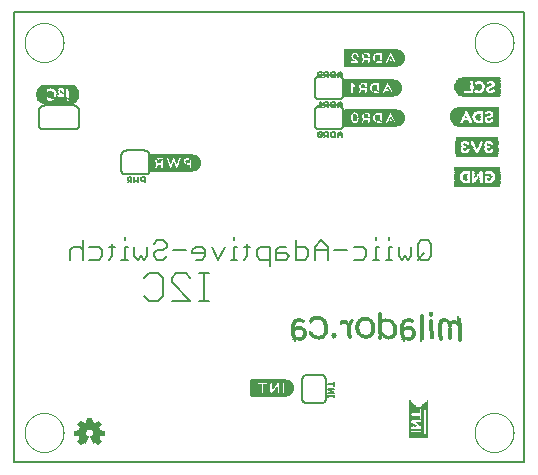
<source format=gbo>
G75*
%MOIN*%
%OFA0B0*%
%FSLAX25Y25*%
%IPPOS*%
%LPD*%
%AMOC8*
5,1,8,0,0,1.08239X$1,22.5*
%
%ADD10C,0.00800*%
%ADD11C,0.00600*%
%ADD12R,0.00360X0.00120*%
%ADD13R,0.00240X0.00120*%
%ADD14R,0.00720X0.00120*%
%ADD15R,0.00600X0.00120*%
%ADD16R,0.00720X0.00120*%
%ADD17R,0.00840X0.00120*%
%ADD18R,0.00840X0.00120*%
%ADD19R,0.00960X0.00120*%
%ADD20R,0.01080X0.00120*%
%ADD21R,0.00960X0.00120*%
%ADD22R,0.01320X0.00120*%
%ADD23R,0.01440X0.00120*%
%ADD24R,0.00600X0.00120*%
%ADD25R,0.02040X0.00120*%
%ADD26R,0.00120X0.00120*%
%ADD27R,0.02040X0.00120*%
%ADD28R,0.01200X0.00120*%
%ADD29R,0.03600X0.00120*%
%ADD30R,0.01200X0.00120*%
%ADD31R,0.03720X0.00120*%
%ADD32R,0.01080X0.00120*%
%ADD33R,0.03960X0.00120*%
%ADD34R,0.01800X0.00120*%
%ADD35R,0.02160X0.00120*%
%ADD36R,0.04080X0.00120*%
%ADD37R,0.04200X0.00120*%
%ADD38R,0.02400X0.00120*%
%ADD39R,0.00480X0.00120*%
%ADD40R,0.02760X0.00120*%
%ADD41R,0.04080X0.00120*%
%ADD42R,0.02880X0.00120*%
%ADD43R,0.01560X0.00120*%
%ADD44R,0.00240X0.00120*%
%ADD45R,0.03240X0.00120*%
%ADD46R,0.04320X0.00120*%
%ADD47R,0.03360X0.00120*%
%ADD48R,0.02400X0.00120*%
%ADD49R,0.03720X0.00120*%
%ADD50R,0.03600X0.00120*%
%ADD51R,0.03960X0.00120*%
%ADD52R,0.01320X0.00120*%
%ADD53R,0.01440X0.00120*%
%ADD54R,0.01440X0.00120*%
%ADD55R,0.04320X0.00120*%
%ADD56R,0.03720X0.00120*%
%ADD57R,0.04560X0.00120*%
%ADD58R,0.01320X0.00120*%
%ADD59R,0.04320X0.00120*%
%ADD60R,0.04800X0.00120*%
%ADD61R,0.01680X0.00120*%
%ADD62R,0.02640X0.00120*%
%ADD63R,0.01920X0.00120*%
%ADD64R,0.01920X0.00120*%
%ADD65R,0.02280X0.00120*%
%ADD66R,0.01800X0.00120*%
%ADD67R,0.01680X0.00120*%
%ADD68R,0.02040X0.00120*%
%ADD69R,0.04800X0.00120*%
%ADD70R,0.01560X0.00120*%
%ADD71R,0.01440X0.00120*%
%ADD72R,0.01920X0.00120*%
%ADD73R,0.01320X0.00120*%
%ADD74R,0.00480X0.00120*%
%ADD75R,0.04680X0.00120*%
%ADD76R,0.04560X0.00120*%
%ADD77R,0.04440X0.00120*%
%ADD78R,0.04440X0.00120*%
%ADD79R,0.03000X0.00120*%
%ADD80R,0.02520X0.00120*%
%ADD81R,0.02520X0.00120*%
%ADD82R,0.02160X0.00120*%
%ADD83R,0.00840X0.00120*%
%ADD84R,0.04680X0.00120*%
%ADD85R,0.00240X0.00120*%
%ADD86R,0.02880X0.00120*%
%ADD87R,0.00360X0.00120*%
%ADD88R,0.02640X0.00120*%
%ADD89R,0.05040X0.00120*%
%ADD90R,0.01920X0.00120*%
%ADD91R,0.02280X0.00120*%
%ADD92R,0.03480X0.00120*%
%ADD93R,0.05040X0.00120*%
%ADD94R,0.03360X0.00120*%
%ADD95R,0.04920X0.00120*%
%ADD96R,0.03840X0.00120*%
%ADD97R,0.03120X0.00120*%
%ADD98R,0.03720X0.00120*%
%ADD99R,0.03480X0.00120*%
%ADD100R,0.02520X0.00120*%
%ADD101R,0.03000X0.00120*%
%ADD102R,0.04200X0.00120*%
%ADD103R,0.04440X0.00120*%
%ADD104R,0.02640X0.00120*%
%ADD105R,0.02760X0.00120*%
%ADD106R,0.00840X0.00120*%
%ADD107R,0.00120X0.00120*%
%ADD108C,0.00000*%
%ADD109C,0.00299*%
%ADD110C,0.00500*%
%ADD111R,0.12913X0.00157*%
%ADD112R,0.13386X0.00157*%
%ADD113R,0.13701X0.00157*%
%ADD114R,0.14016X0.00157*%
%ADD115R,0.14173X0.00157*%
%ADD116R,0.14331X0.00157*%
%ADD117R,0.14488X0.00157*%
%ADD118R,0.02835X0.00157*%
%ADD119R,0.03307X0.00157*%
%ADD120R,0.07087X0.00157*%
%ADD121R,0.02362X0.00157*%
%ADD122R,0.01102X0.00157*%
%ADD123R,0.04882X0.00157*%
%ADD124R,0.02205X0.00157*%
%ADD125R,0.01732X0.00157*%
%ADD126R,0.00630X0.00157*%
%ADD127R,0.02047X0.00157*%
%ADD128R,0.01260X0.00157*%
%ADD129R,0.00472X0.00157*%
%ADD130R,0.00315X0.00157*%
%ADD131R,0.01890X0.00157*%
%ADD132R,0.05039X0.00157*%
%ADD133R,0.00945X0.00157*%
%ADD134R,0.01575X0.00157*%
%ADD135R,0.00787X0.00157*%
%ADD136R,0.05197X0.00157*%
%ADD137R,0.02677X0.00157*%
%ADD138R,0.03622X0.00157*%
%ADD139R,0.01417X0.00157*%
%ADD140R,0.02992X0.00157*%
%ADD141R,0.02520X0.00157*%
%ADD142R,0.14646X0.00157*%
%ADD143R,0.14961X0.00157*%
%ADD144R,0.15118X0.00157*%
%ADD145R,0.15276X0.00157*%
%ADD146R,0.15433X0.00157*%
%ADD147R,0.11969X0.00157*%
%ADD148R,0.03150X0.00157*%
%ADD149R,0.04567X0.00157*%
%ADD150R,0.04409X0.00157*%
%ADD151R,0.04252X0.00157*%
%ADD152R,0.04094X0.00157*%
%ADD153R,0.03937X0.00157*%
%ADD154R,0.03780X0.00157*%
%ADD155R,0.03465X0.00157*%
%ADD156R,0.11024X0.00157*%
%ADD157R,0.00157X0.00157*%
%ADD158R,0.00157X0.12756*%
%ADD159R,0.00157X0.12598*%
%ADD160R,0.00157X0.12441*%
%ADD161R,0.00157X0.12283*%
%ADD162R,0.00157X0.01732*%
%ADD163R,0.00157X0.02835*%
%ADD164R,0.00157X0.01575*%
%ADD165R,0.00157X0.02520*%
%ADD166R,0.00157X0.02205*%
%ADD167R,0.00157X0.02047*%
%ADD168R,0.00157X0.11181*%
%ADD169R,0.00157X0.11024*%
%ADD170R,0.00157X0.10866*%
%ADD171R,0.00157X0.10709*%
%ADD172R,0.00157X0.01890*%
%ADD173R,0.00157X0.00630*%
%ADD174R,0.00157X0.00472*%
%ADD175R,0.00157X0.01102*%
%ADD176R,0.00157X0.01417*%
%ADD177R,0.00157X0.00315*%
%ADD178R,0.00157X0.00787*%
%ADD179R,0.00157X0.01260*%
%ADD180R,0.00157X0.00945*%
%ADD181R,0.00157X0.02362*%
%ADD182R,0.00157X0.02677*%
%ADD183R,0.00157X0.02992*%
%ADD184R,0.00157X0.03150*%
%ADD185R,0.00157X0.03307*%
%ADD186R,0.00157X0.03465*%
%ADD187R,0.00157X0.03780*%
%ADD188R,0.00157X0.12126*%
%ADD189R,0.09606X0.00157*%
%ADD190R,0.10551X0.00157*%
%ADD191R,0.11181X0.00157*%
%ADD192R,0.11811X0.00157*%
%ADD193R,0.12126X0.00157*%
%ADD194R,0.12441X0.00157*%
%ADD195R,0.12756X0.00157*%
%ADD196R,0.05669X0.00157*%
%ADD197R,0.05827X0.00157*%
%ADD198R,0.05984X0.00157*%
%ADD199C,0.00039*%
D10*
X0017370Y0015949D02*
X0017370Y0165949D01*
X0187370Y0165949D01*
X0187370Y0015949D01*
X0017370Y0015949D01*
X0062300Y0069899D02*
X0060765Y0071433D01*
X0062300Y0069899D02*
X0065369Y0069899D01*
X0066904Y0071433D01*
X0066904Y0077572D01*
X0065369Y0079107D01*
X0062300Y0079107D01*
X0060765Y0077572D01*
X0069973Y0077572D02*
X0069973Y0076037D01*
X0076112Y0069899D01*
X0069973Y0069899D01*
X0069973Y0077572D02*
X0071508Y0079107D01*
X0074577Y0079107D01*
X0076112Y0077572D01*
X0079181Y0079107D02*
X0082250Y0079107D01*
X0080716Y0079107D02*
X0080716Y0069899D01*
X0082250Y0069899D02*
X0079181Y0069899D01*
X0113370Y0043439D02*
X0113370Y0037439D01*
X0113372Y0037356D01*
X0113378Y0037273D01*
X0113387Y0037190D01*
X0113401Y0037108D01*
X0113418Y0037027D01*
X0113439Y0036946D01*
X0113463Y0036867D01*
X0113492Y0036789D01*
X0113523Y0036712D01*
X0113559Y0036637D01*
X0113597Y0036563D01*
X0113640Y0036491D01*
X0113685Y0036422D01*
X0113734Y0036354D01*
X0113785Y0036289D01*
X0113840Y0036226D01*
X0113897Y0036166D01*
X0113957Y0036109D01*
X0114020Y0036054D01*
X0114085Y0036003D01*
X0114153Y0035954D01*
X0114222Y0035909D01*
X0114294Y0035866D01*
X0114368Y0035828D01*
X0114443Y0035792D01*
X0114520Y0035761D01*
X0114598Y0035732D01*
X0114677Y0035708D01*
X0114758Y0035687D01*
X0114839Y0035670D01*
X0114921Y0035656D01*
X0115004Y0035647D01*
X0115087Y0035641D01*
X0115170Y0035639D01*
X0119570Y0035639D01*
X0119653Y0035641D01*
X0119736Y0035647D01*
X0119819Y0035656D01*
X0119901Y0035670D01*
X0119982Y0035687D01*
X0120063Y0035708D01*
X0120142Y0035732D01*
X0120220Y0035761D01*
X0120297Y0035792D01*
X0120372Y0035828D01*
X0120446Y0035866D01*
X0120518Y0035909D01*
X0120587Y0035954D01*
X0120655Y0036003D01*
X0120720Y0036054D01*
X0120783Y0036109D01*
X0120843Y0036166D01*
X0120900Y0036226D01*
X0120955Y0036289D01*
X0121006Y0036354D01*
X0121055Y0036422D01*
X0121100Y0036491D01*
X0121143Y0036563D01*
X0121181Y0036637D01*
X0121217Y0036712D01*
X0121248Y0036789D01*
X0121277Y0036867D01*
X0121301Y0036946D01*
X0121322Y0037027D01*
X0121339Y0037108D01*
X0121353Y0037190D01*
X0121362Y0037273D01*
X0121368Y0037356D01*
X0121370Y0037439D01*
X0121370Y0043439D01*
X0121368Y0043522D01*
X0121362Y0043605D01*
X0121353Y0043688D01*
X0121339Y0043770D01*
X0121322Y0043851D01*
X0121301Y0043932D01*
X0121277Y0044011D01*
X0121248Y0044089D01*
X0121217Y0044166D01*
X0121181Y0044241D01*
X0121143Y0044315D01*
X0121100Y0044387D01*
X0121055Y0044456D01*
X0121006Y0044524D01*
X0120955Y0044589D01*
X0120900Y0044652D01*
X0120843Y0044712D01*
X0120783Y0044769D01*
X0120720Y0044824D01*
X0120655Y0044875D01*
X0120587Y0044924D01*
X0120518Y0044969D01*
X0120446Y0045012D01*
X0120372Y0045050D01*
X0120297Y0045086D01*
X0120220Y0045117D01*
X0120142Y0045146D01*
X0120063Y0045170D01*
X0119982Y0045191D01*
X0119901Y0045208D01*
X0119819Y0045222D01*
X0119736Y0045231D01*
X0119653Y0045237D01*
X0119570Y0045239D01*
X0115170Y0045239D01*
X0115087Y0045237D01*
X0115004Y0045231D01*
X0114921Y0045222D01*
X0114839Y0045208D01*
X0114758Y0045191D01*
X0114677Y0045170D01*
X0114598Y0045146D01*
X0114520Y0045117D01*
X0114443Y0045086D01*
X0114368Y0045050D01*
X0114294Y0045012D01*
X0114222Y0044969D01*
X0114153Y0044924D01*
X0114085Y0044875D01*
X0114020Y0044824D01*
X0113957Y0044769D01*
X0113897Y0044712D01*
X0113840Y0044652D01*
X0113785Y0044589D01*
X0113734Y0044524D01*
X0113685Y0044456D01*
X0113640Y0044387D01*
X0113597Y0044315D01*
X0113559Y0044241D01*
X0113523Y0044166D01*
X0113492Y0044089D01*
X0113463Y0044011D01*
X0113439Y0043932D01*
X0113418Y0043851D01*
X0113401Y0043770D01*
X0113387Y0043688D01*
X0113378Y0043605D01*
X0113372Y0043522D01*
X0113370Y0043439D01*
X0060880Y0111949D02*
X0054880Y0111949D01*
X0054797Y0111951D01*
X0054714Y0111957D01*
X0054631Y0111966D01*
X0054549Y0111980D01*
X0054468Y0111997D01*
X0054387Y0112018D01*
X0054308Y0112042D01*
X0054230Y0112071D01*
X0054153Y0112102D01*
X0054078Y0112138D01*
X0054004Y0112176D01*
X0053932Y0112219D01*
X0053863Y0112264D01*
X0053795Y0112313D01*
X0053730Y0112364D01*
X0053667Y0112419D01*
X0053607Y0112476D01*
X0053550Y0112536D01*
X0053495Y0112599D01*
X0053444Y0112664D01*
X0053395Y0112732D01*
X0053350Y0112801D01*
X0053307Y0112873D01*
X0053269Y0112947D01*
X0053233Y0113022D01*
X0053202Y0113099D01*
X0053173Y0113177D01*
X0053149Y0113256D01*
X0053128Y0113337D01*
X0053111Y0113418D01*
X0053097Y0113500D01*
X0053088Y0113583D01*
X0053082Y0113666D01*
X0053080Y0113749D01*
X0053080Y0118149D01*
X0053082Y0118232D01*
X0053088Y0118315D01*
X0053097Y0118398D01*
X0053111Y0118480D01*
X0053128Y0118561D01*
X0053149Y0118642D01*
X0053173Y0118721D01*
X0053202Y0118799D01*
X0053233Y0118876D01*
X0053269Y0118951D01*
X0053307Y0119025D01*
X0053350Y0119097D01*
X0053395Y0119166D01*
X0053444Y0119234D01*
X0053495Y0119299D01*
X0053550Y0119362D01*
X0053607Y0119422D01*
X0053667Y0119479D01*
X0053730Y0119534D01*
X0053795Y0119585D01*
X0053863Y0119634D01*
X0053932Y0119679D01*
X0054004Y0119722D01*
X0054078Y0119760D01*
X0054153Y0119796D01*
X0054230Y0119827D01*
X0054308Y0119856D01*
X0054387Y0119880D01*
X0054468Y0119901D01*
X0054549Y0119918D01*
X0054631Y0119932D01*
X0054714Y0119941D01*
X0054797Y0119947D01*
X0054880Y0119949D01*
X0060880Y0119949D01*
X0060963Y0119947D01*
X0061046Y0119941D01*
X0061129Y0119932D01*
X0061211Y0119918D01*
X0061292Y0119901D01*
X0061373Y0119880D01*
X0061452Y0119856D01*
X0061530Y0119827D01*
X0061607Y0119796D01*
X0061682Y0119760D01*
X0061756Y0119722D01*
X0061828Y0119679D01*
X0061897Y0119634D01*
X0061965Y0119585D01*
X0062030Y0119534D01*
X0062093Y0119479D01*
X0062153Y0119422D01*
X0062210Y0119362D01*
X0062265Y0119299D01*
X0062316Y0119234D01*
X0062365Y0119166D01*
X0062410Y0119097D01*
X0062453Y0119025D01*
X0062491Y0118951D01*
X0062527Y0118876D01*
X0062558Y0118799D01*
X0062587Y0118721D01*
X0062611Y0118642D01*
X0062632Y0118561D01*
X0062649Y0118480D01*
X0062663Y0118398D01*
X0062672Y0118315D01*
X0062678Y0118232D01*
X0062680Y0118149D01*
X0062680Y0113749D01*
X0062678Y0113666D01*
X0062672Y0113583D01*
X0062663Y0113500D01*
X0062649Y0113418D01*
X0062632Y0113337D01*
X0062611Y0113256D01*
X0062587Y0113177D01*
X0062558Y0113099D01*
X0062527Y0113022D01*
X0062491Y0112947D01*
X0062453Y0112873D01*
X0062410Y0112801D01*
X0062365Y0112732D01*
X0062316Y0112664D01*
X0062265Y0112599D01*
X0062210Y0112536D01*
X0062153Y0112476D01*
X0062093Y0112419D01*
X0062030Y0112364D01*
X0061965Y0112313D01*
X0061897Y0112264D01*
X0061828Y0112219D01*
X0061756Y0112176D01*
X0061682Y0112138D01*
X0061607Y0112102D01*
X0061530Y0112071D01*
X0061452Y0112042D01*
X0061373Y0112018D01*
X0061292Y0111997D01*
X0061211Y0111980D01*
X0061129Y0111966D01*
X0061046Y0111957D01*
X0060963Y0111951D01*
X0060880Y0111949D01*
X0039170Y0128749D02*
X0039170Y0133149D01*
X0039168Y0133232D01*
X0039162Y0133315D01*
X0039153Y0133398D01*
X0039139Y0133480D01*
X0039122Y0133561D01*
X0039101Y0133642D01*
X0039077Y0133721D01*
X0039048Y0133799D01*
X0039017Y0133876D01*
X0038981Y0133951D01*
X0038943Y0134025D01*
X0038900Y0134097D01*
X0038855Y0134166D01*
X0038806Y0134234D01*
X0038755Y0134299D01*
X0038700Y0134362D01*
X0038643Y0134422D01*
X0038583Y0134479D01*
X0038520Y0134534D01*
X0038455Y0134585D01*
X0038387Y0134634D01*
X0038318Y0134679D01*
X0038246Y0134722D01*
X0038172Y0134760D01*
X0038097Y0134796D01*
X0038020Y0134827D01*
X0037942Y0134856D01*
X0037863Y0134880D01*
X0037782Y0134901D01*
X0037701Y0134918D01*
X0037619Y0134932D01*
X0037536Y0134941D01*
X0037453Y0134947D01*
X0037370Y0134949D01*
X0027370Y0134949D01*
X0027287Y0134947D01*
X0027204Y0134941D01*
X0027121Y0134932D01*
X0027039Y0134918D01*
X0026958Y0134901D01*
X0026877Y0134880D01*
X0026798Y0134856D01*
X0026720Y0134827D01*
X0026643Y0134796D01*
X0026568Y0134760D01*
X0026494Y0134722D01*
X0026422Y0134679D01*
X0026353Y0134634D01*
X0026285Y0134585D01*
X0026220Y0134534D01*
X0026157Y0134479D01*
X0026097Y0134422D01*
X0026040Y0134362D01*
X0025985Y0134299D01*
X0025934Y0134234D01*
X0025885Y0134166D01*
X0025840Y0134097D01*
X0025797Y0134025D01*
X0025759Y0133951D01*
X0025723Y0133876D01*
X0025692Y0133799D01*
X0025663Y0133721D01*
X0025639Y0133642D01*
X0025618Y0133561D01*
X0025601Y0133480D01*
X0025587Y0133398D01*
X0025578Y0133315D01*
X0025572Y0133232D01*
X0025570Y0133149D01*
X0025570Y0128749D01*
X0025572Y0128666D01*
X0025578Y0128583D01*
X0025587Y0128500D01*
X0025601Y0128418D01*
X0025618Y0128337D01*
X0025639Y0128256D01*
X0025663Y0128177D01*
X0025692Y0128099D01*
X0025723Y0128022D01*
X0025759Y0127947D01*
X0025797Y0127873D01*
X0025840Y0127801D01*
X0025885Y0127732D01*
X0025934Y0127664D01*
X0025985Y0127599D01*
X0026040Y0127536D01*
X0026097Y0127476D01*
X0026157Y0127419D01*
X0026220Y0127364D01*
X0026285Y0127313D01*
X0026353Y0127264D01*
X0026422Y0127219D01*
X0026494Y0127176D01*
X0026568Y0127138D01*
X0026643Y0127102D01*
X0026720Y0127071D01*
X0026798Y0127042D01*
X0026877Y0127018D01*
X0026958Y0126997D01*
X0027039Y0126980D01*
X0027121Y0126966D01*
X0027204Y0126957D01*
X0027287Y0126951D01*
X0027370Y0126949D01*
X0037370Y0126949D01*
X0037453Y0126951D01*
X0037536Y0126957D01*
X0037619Y0126966D01*
X0037701Y0126980D01*
X0037782Y0126997D01*
X0037863Y0127018D01*
X0037942Y0127042D01*
X0038020Y0127071D01*
X0038097Y0127102D01*
X0038172Y0127138D01*
X0038246Y0127176D01*
X0038318Y0127219D01*
X0038387Y0127264D01*
X0038455Y0127313D01*
X0038520Y0127364D01*
X0038583Y0127419D01*
X0038643Y0127476D01*
X0038700Y0127536D01*
X0038755Y0127599D01*
X0038806Y0127664D01*
X0038855Y0127732D01*
X0038900Y0127801D01*
X0038943Y0127873D01*
X0038981Y0127947D01*
X0039017Y0128022D01*
X0039048Y0128099D01*
X0039077Y0128177D01*
X0039101Y0128256D01*
X0039122Y0128337D01*
X0039139Y0128418D01*
X0039153Y0128500D01*
X0039162Y0128583D01*
X0039168Y0128666D01*
X0039170Y0128749D01*
X0117570Y0128749D02*
X0117570Y0133149D01*
X0117572Y0133232D01*
X0117578Y0133315D01*
X0117587Y0133398D01*
X0117601Y0133480D01*
X0117618Y0133561D01*
X0117639Y0133642D01*
X0117663Y0133721D01*
X0117692Y0133799D01*
X0117723Y0133876D01*
X0117759Y0133951D01*
X0117797Y0134025D01*
X0117840Y0134097D01*
X0117885Y0134166D01*
X0117934Y0134234D01*
X0117985Y0134299D01*
X0118040Y0134362D01*
X0118097Y0134422D01*
X0118157Y0134479D01*
X0118220Y0134534D01*
X0118285Y0134585D01*
X0118353Y0134634D01*
X0118422Y0134679D01*
X0118494Y0134722D01*
X0118568Y0134760D01*
X0118643Y0134796D01*
X0118720Y0134827D01*
X0118798Y0134856D01*
X0118877Y0134880D01*
X0118958Y0134901D01*
X0119039Y0134918D01*
X0119121Y0134932D01*
X0119204Y0134941D01*
X0119287Y0134947D01*
X0119370Y0134949D01*
X0125370Y0134949D01*
X0125453Y0134947D01*
X0125536Y0134941D01*
X0125619Y0134932D01*
X0125701Y0134918D01*
X0125782Y0134901D01*
X0125863Y0134880D01*
X0125942Y0134856D01*
X0126020Y0134827D01*
X0126097Y0134796D01*
X0126172Y0134760D01*
X0126246Y0134722D01*
X0126318Y0134679D01*
X0126387Y0134634D01*
X0126455Y0134585D01*
X0126520Y0134534D01*
X0126583Y0134479D01*
X0126643Y0134422D01*
X0126700Y0134362D01*
X0126755Y0134299D01*
X0126806Y0134234D01*
X0126855Y0134166D01*
X0126900Y0134097D01*
X0126943Y0134025D01*
X0126981Y0133951D01*
X0127017Y0133876D01*
X0127048Y0133799D01*
X0127077Y0133721D01*
X0127101Y0133642D01*
X0127122Y0133561D01*
X0127139Y0133480D01*
X0127153Y0133398D01*
X0127162Y0133315D01*
X0127168Y0133232D01*
X0127170Y0133149D01*
X0127170Y0128749D01*
X0127168Y0128666D01*
X0127162Y0128583D01*
X0127153Y0128500D01*
X0127139Y0128418D01*
X0127122Y0128337D01*
X0127101Y0128256D01*
X0127077Y0128177D01*
X0127048Y0128099D01*
X0127017Y0128022D01*
X0126981Y0127947D01*
X0126943Y0127873D01*
X0126900Y0127801D01*
X0126855Y0127732D01*
X0126806Y0127664D01*
X0126755Y0127599D01*
X0126700Y0127536D01*
X0126643Y0127476D01*
X0126583Y0127419D01*
X0126520Y0127364D01*
X0126455Y0127313D01*
X0126387Y0127264D01*
X0126318Y0127219D01*
X0126246Y0127176D01*
X0126172Y0127138D01*
X0126097Y0127102D01*
X0126020Y0127071D01*
X0125942Y0127042D01*
X0125863Y0127018D01*
X0125782Y0126997D01*
X0125701Y0126980D01*
X0125619Y0126966D01*
X0125536Y0126957D01*
X0125453Y0126951D01*
X0125370Y0126949D01*
X0119370Y0126949D01*
X0119287Y0126951D01*
X0119204Y0126957D01*
X0119121Y0126966D01*
X0119039Y0126980D01*
X0118958Y0126997D01*
X0118877Y0127018D01*
X0118798Y0127042D01*
X0118720Y0127071D01*
X0118643Y0127102D01*
X0118568Y0127138D01*
X0118494Y0127176D01*
X0118422Y0127219D01*
X0118353Y0127264D01*
X0118285Y0127313D01*
X0118220Y0127364D01*
X0118157Y0127419D01*
X0118097Y0127476D01*
X0118040Y0127536D01*
X0117985Y0127599D01*
X0117934Y0127664D01*
X0117885Y0127732D01*
X0117840Y0127801D01*
X0117797Y0127873D01*
X0117759Y0127947D01*
X0117723Y0128022D01*
X0117692Y0128099D01*
X0117663Y0128177D01*
X0117639Y0128256D01*
X0117618Y0128337D01*
X0117601Y0128418D01*
X0117587Y0128500D01*
X0117578Y0128583D01*
X0117572Y0128666D01*
X0117570Y0128749D01*
X0119370Y0136949D02*
X0125370Y0136949D01*
X0125453Y0136951D01*
X0125536Y0136957D01*
X0125619Y0136966D01*
X0125701Y0136980D01*
X0125782Y0136997D01*
X0125863Y0137018D01*
X0125942Y0137042D01*
X0126020Y0137071D01*
X0126097Y0137102D01*
X0126172Y0137138D01*
X0126246Y0137176D01*
X0126318Y0137219D01*
X0126387Y0137264D01*
X0126455Y0137313D01*
X0126520Y0137364D01*
X0126583Y0137419D01*
X0126643Y0137476D01*
X0126700Y0137536D01*
X0126755Y0137599D01*
X0126806Y0137664D01*
X0126855Y0137732D01*
X0126900Y0137801D01*
X0126943Y0137873D01*
X0126981Y0137947D01*
X0127017Y0138022D01*
X0127048Y0138099D01*
X0127077Y0138177D01*
X0127101Y0138256D01*
X0127122Y0138337D01*
X0127139Y0138418D01*
X0127153Y0138500D01*
X0127162Y0138583D01*
X0127168Y0138666D01*
X0127170Y0138749D01*
X0127170Y0143149D01*
X0127168Y0143232D01*
X0127162Y0143315D01*
X0127153Y0143398D01*
X0127139Y0143480D01*
X0127122Y0143561D01*
X0127101Y0143642D01*
X0127077Y0143721D01*
X0127048Y0143799D01*
X0127017Y0143876D01*
X0126981Y0143951D01*
X0126943Y0144025D01*
X0126900Y0144097D01*
X0126855Y0144166D01*
X0126806Y0144234D01*
X0126755Y0144299D01*
X0126700Y0144362D01*
X0126643Y0144422D01*
X0126583Y0144479D01*
X0126520Y0144534D01*
X0126455Y0144585D01*
X0126387Y0144634D01*
X0126318Y0144679D01*
X0126246Y0144722D01*
X0126172Y0144760D01*
X0126097Y0144796D01*
X0126020Y0144827D01*
X0125942Y0144856D01*
X0125863Y0144880D01*
X0125782Y0144901D01*
X0125701Y0144918D01*
X0125619Y0144932D01*
X0125536Y0144941D01*
X0125453Y0144947D01*
X0125370Y0144949D01*
X0119370Y0144949D01*
X0119287Y0144947D01*
X0119204Y0144941D01*
X0119121Y0144932D01*
X0119039Y0144918D01*
X0118958Y0144901D01*
X0118877Y0144880D01*
X0118798Y0144856D01*
X0118720Y0144827D01*
X0118643Y0144796D01*
X0118568Y0144760D01*
X0118494Y0144722D01*
X0118422Y0144679D01*
X0118353Y0144634D01*
X0118285Y0144585D01*
X0118220Y0144534D01*
X0118157Y0144479D01*
X0118097Y0144422D01*
X0118040Y0144362D01*
X0117985Y0144299D01*
X0117934Y0144234D01*
X0117885Y0144166D01*
X0117840Y0144097D01*
X0117797Y0144025D01*
X0117759Y0143951D01*
X0117723Y0143876D01*
X0117692Y0143799D01*
X0117663Y0143721D01*
X0117639Y0143642D01*
X0117618Y0143561D01*
X0117601Y0143480D01*
X0117587Y0143398D01*
X0117578Y0143315D01*
X0117572Y0143232D01*
X0117570Y0143149D01*
X0117570Y0138749D01*
X0117572Y0138666D01*
X0117578Y0138583D01*
X0117587Y0138500D01*
X0117601Y0138418D01*
X0117618Y0138337D01*
X0117639Y0138256D01*
X0117663Y0138177D01*
X0117692Y0138099D01*
X0117723Y0138022D01*
X0117759Y0137947D01*
X0117797Y0137873D01*
X0117840Y0137801D01*
X0117885Y0137732D01*
X0117934Y0137664D01*
X0117985Y0137599D01*
X0118040Y0137536D01*
X0118097Y0137476D01*
X0118157Y0137419D01*
X0118220Y0137364D01*
X0118285Y0137313D01*
X0118353Y0137264D01*
X0118422Y0137219D01*
X0118494Y0137176D01*
X0118568Y0137138D01*
X0118643Y0137102D01*
X0118720Y0137071D01*
X0118798Y0137042D01*
X0118877Y0137018D01*
X0118958Y0136997D01*
X0119039Y0136980D01*
X0119121Y0136966D01*
X0119204Y0136957D01*
X0119287Y0136951D01*
X0119370Y0136949D01*
D11*
X0138045Y0091042D02*
X0138045Y0089974D01*
X0138045Y0087839D02*
X0138045Y0083569D01*
X0139112Y0083569D02*
X0136977Y0083569D01*
X0134815Y0084636D02*
X0133748Y0083569D01*
X0130545Y0083569D01*
X0128370Y0086772D02*
X0124099Y0086772D01*
X0121924Y0086772D02*
X0117654Y0086772D01*
X0117654Y0087839D02*
X0117654Y0083569D01*
X0115479Y0084636D02*
X0115479Y0086772D01*
X0114411Y0087839D01*
X0111208Y0087839D01*
X0111208Y0089974D02*
X0111208Y0083569D01*
X0114411Y0083569D01*
X0115479Y0084636D01*
X0117654Y0087839D02*
X0119789Y0089974D01*
X0121924Y0087839D01*
X0121924Y0083569D01*
X0130545Y0087839D02*
X0133748Y0087839D01*
X0134815Y0086772D01*
X0134815Y0084636D01*
X0138045Y0087839D02*
X0139112Y0087839D01*
X0142342Y0087839D02*
X0142342Y0083569D01*
X0143409Y0083569D02*
X0141274Y0083569D01*
X0145584Y0084636D02*
X0145584Y0087839D01*
X0143409Y0087839D02*
X0142342Y0087839D01*
X0142342Y0089974D02*
X0142342Y0091042D01*
X0145584Y0084636D02*
X0146652Y0083569D01*
X0147719Y0084636D01*
X0148787Y0083569D01*
X0149855Y0084636D01*
X0149855Y0087839D01*
X0152030Y0088907D02*
X0153097Y0089974D01*
X0155233Y0089974D01*
X0156300Y0088907D01*
X0156300Y0084636D01*
X0155233Y0083569D01*
X0153097Y0083569D01*
X0152030Y0084636D01*
X0152030Y0088907D01*
X0154165Y0085704D02*
X0152030Y0083569D01*
X0109033Y0084636D02*
X0107966Y0085704D01*
X0104763Y0085704D01*
X0104763Y0086772D02*
X0104763Y0083569D01*
X0107966Y0083569D01*
X0109033Y0084636D01*
X0107966Y0087839D02*
X0105830Y0087839D01*
X0104763Y0086772D01*
X0102588Y0087839D02*
X0099385Y0087839D01*
X0098317Y0086772D01*
X0098317Y0084636D01*
X0099385Y0083569D01*
X0102588Y0083569D01*
X0102588Y0081434D02*
X0102588Y0087839D01*
X0096142Y0087839D02*
X0094007Y0087839D01*
X0095075Y0088907D02*
X0095075Y0084636D01*
X0094007Y0083569D01*
X0091845Y0083569D02*
X0089710Y0083569D01*
X0090778Y0083569D02*
X0090778Y0087839D01*
X0091845Y0087839D01*
X0090778Y0089974D02*
X0090778Y0091042D01*
X0087548Y0087839D02*
X0085413Y0083569D01*
X0083278Y0087839D01*
X0081103Y0086772D02*
X0080035Y0087839D01*
X0077900Y0087839D01*
X0076832Y0086772D01*
X0076832Y0085704D01*
X0081103Y0085704D01*
X0081103Y0084636D02*
X0081103Y0086772D01*
X0081103Y0084636D02*
X0080035Y0083569D01*
X0077900Y0083569D01*
X0074657Y0086772D02*
X0070387Y0086772D01*
X0068212Y0087839D02*
X0067144Y0086772D01*
X0065009Y0086772D01*
X0063941Y0085704D01*
X0063941Y0084636D01*
X0065009Y0083569D01*
X0067144Y0083569D01*
X0068212Y0084636D01*
X0068212Y0087839D02*
X0068212Y0088907D01*
X0067144Y0089974D01*
X0065009Y0089974D01*
X0063941Y0088907D01*
X0061766Y0087839D02*
X0061766Y0084636D01*
X0060699Y0083569D01*
X0059631Y0084636D01*
X0058563Y0083569D01*
X0057496Y0084636D01*
X0057496Y0087839D01*
X0055321Y0087839D02*
X0054253Y0087839D01*
X0054253Y0083569D01*
X0053186Y0083569D02*
X0055321Y0083569D01*
X0049956Y0084636D02*
X0049956Y0088907D01*
X0048889Y0087839D02*
X0051024Y0087839D01*
X0049956Y0084636D02*
X0048889Y0083569D01*
X0046727Y0084636D02*
X0045659Y0083569D01*
X0042456Y0083569D01*
X0040281Y0083569D02*
X0040281Y0089974D01*
X0039214Y0087839D02*
X0037078Y0087839D01*
X0036011Y0086772D01*
X0036011Y0083569D01*
X0040281Y0086772D02*
X0039214Y0087839D01*
X0042456Y0087839D02*
X0045659Y0087839D01*
X0046727Y0086772D01*
X0046727Y0084636D01*
X0054253Y0089974D02*
X0054253Y0091042D01*
D12*
X0124050Y0058909D03*
X0153090Y0056029D03*
X0153210Y0065029D03*
D13*
X0165990Y0056149D03*
D14*
X0153030Y0056149D03*
X0116430Y0062389D03*
D15*
X0110970Y0056149D03*
X0139530Y0056749D03*
X0147330Y0056149D03*
X0156810Y0056989D03*
X0159810Y0056389D03*
X0156450Y0063589D03*
D16*
X0156390Y0065869D03*
X0159750Y0056509D03*
X0165990Y0056269D03*
X0129390Y0057229D03*
X0116190Y0059269D03*
D17*
X0119010Y0056869D03*
X0116370Y0062509D03*
X0113730Y0062509D03*
X0110970Y0056269D03*
X0139530Y0056869D03*
X0147330Y0056269D03*
X0153090Y0056269D03*
X0156810Y0057109D03*
X0162570Y0056869D03*
X0153210Y0064909D03*
X0150090Y0062509D03*
X0139290Y0065629D03*
D18*
X0129930Y0063349D03*
X0153210Y0064789D03*
X0162570Y0056749D03*
X0165930Y0056389D03*
D19*
X0162630Y0057349D03*
X0159750Y0056749D03*
X0162630Y0060589D03*
X0162630Y0060949D03*
X0165510Y0063949D03*
X0156390Y0064549D03*
X0156390Y0063349D03*
X0153150Y0056749D03*
X0153150Y0056389D03*
X0147270Y0056389D03*
X0146790Y0061189D03*
X0139590Y0056989D03*
X0129390Y0057349D03*
X0124110Y0057349D03*
X0123990Y0058789D03*
X0116190Y0059149D03*
X0116430Y0062749D03*
X0110430Y0061189D03*
X0110430Y0058789D03*
X0110910Y0056389D03*
D20*
X0110850Y0056629D03*
X0110610Y0058069D03*
X0110490Y0058309D03*
X0110490Y0058429D03*
X0110490Y0058669D03*
X0110490Y0058909D03*
X0110370Y0060709D03*
X0110370Y0060829D03*
X0110370Y0061069D03*
X0110490Y0061429D03*
X0110490Y0061669D03*
X0110610Y0061909D03*
X0113610Y0062629D03*
X0116490Y0062869D03*
X0116250Y0059029D03*
X0116250Y0058909D03*
X0114330Y0058909D03*
X0114330Y0059029D03*
X0114330Y0058669D03*
X0114330Y0058429D03*
X0114210Y0058069D03*
X0114210Y0059509D03*
X0121290Y0059269D03*
X0121410Y0059869D03*
X0121410Y0060109D03*
X0121410Y0060229D03*
X0121410Y0060469D03*
X0121410Y0060709D03*
X0121290Y0061309D03*
X0121290Y0061429D03*
X0121170Y0061909D03*
X0121050Y0062269D03*
X0128970Y0060229D03*
X0128970Y0060109D03*
X0128970Y0059869D03*
X0128970Y0059629D03*
X0128970Y0059509D03*
X0128970Y0059269D03*
X0129090Y0058909D03*
X0129090Y0058669D03*
X0129090Y0058429D03*
X0129210Y0058069D03*
X0129330Y0057709D03*
X0129330Y0057469D03*
X0131970Y0059629D03*
X0131850Y0060109D03*
X0131850Y0060229D03*
X0131850Y0060469D03*
X0131850Y0060709D03*
X0131850Y0060829D03*
X0131850Y0061069D03*
X0131850Y0061309D03*
X0131850Y0061429D03*
X0131970Y0061909D03*
X0136770Y0062269D03*
X0136890Y0062029D03*
X0136890Y0061909D03*
X0137010Y0061669D03*
X0137010Y0061429D03*
X0137010Y0061309D03*
X0137010Y0059869D03*
X0137010Y0059629D03*
X0136890Y0059269D03*
X0139530Y0059269D03*
X0139530Y0059509D03*
X0139530Y0059629D03*
X0139530Y0059869D03*
X0139530Y0060109D03*
X0139530Y0060229D03*
X0139530Y0060469D03*
X0139530Y0060709D03*
X0139530Y0060829D03*
X0139530Y0061069D03*
X0139530Y0061309D03*
X0139530Y0061429D03*
X0139530Y0061669D03*
X0139530Y0061909D03*
X0139530Y0062029D03*
X0139530Y0062269D03*
X0139410Y0063469D03*
X0139410Y0063709D03*
X0139410Y0063829D03*
X0139410Y0064069D03*
X0139410Y0064309D03*
X0139290Y0064909D03*
X0139290Y0065029D03*
X0139290Y0065269D03*
X0144210Y0061429D03*
X0144330Y0061069D03*
X0144450Y0060709D03*
X0144450Y0060469D03*
X0144450Y0059029D03*
X0146850Y0059029D03*
X0146850Y0058909D03*
X0146850Y0058669D03*
X0146850Y0058429D03*
X0146850Y0058309D03*
X0146970Y0058069D03*
X0146730Y0060709D03*
X0146730Y0060829D03*
X0146850Y0061309D03*
X0146850Y0061429D03*
X0146850Y0061669D03*
X0146970Y0061909D03*
X0149970Y0062629D03*
X0153330Y0062629D03*
X0153330Y0062509D03*
X0153330Y0062269D03*
X0153330Y0062029D03*
X0153330Y0061909D03*
X0153330Y0061669D03*
X0153330Y0061429D03*
X0153330Y0061309D03*
X0153330Y0061069D03*
X0153330Y0060829D03*
X0153330Y0060709D03*
X0153330Y0060469D03*
X0153330Y0060229D03*
X0153330Y0060109D03*
X0153330Y0059869D03*
X0153330Y0059629D03*
X0153330Y0059509D03*
X0153330Y0059269D03*
X0153210Y0058069D03*
X0153210Y0057829D03*
X0153210Y0057709D03*
X0153210Y0057469D03*
X0153210Y0057229D03*
X0153210Y0057109D03*
X0153210Y0056869D03*
X0150690Y0058309D03*
X0150690Y0058429D03*
X0150690Y0058669D03*
X0150690Y0058909D03*
X0150690Y0059029D03*
X0150690Y0059269D03*
X0150570Y0059509D03*
X0153330Y0062869D03*
X0153210Y0064309D03*
X0153210Y0064429D03*
X0153210Y0064669D03*
X0156450Y0063229D03*
X0156450Y0063109D03*
X0156450Y0062869D03*
X0156450Y0062629D03*
X0156450Y0062509D03*
X0156450Y0062269D03*
X0156450Y0062029D03*
X0156450Y0061909D03*
X0156450Y0061669D03*
X0156450Y0061429D03*
X0156450Y0061309D03*
X0156450Y0061069D03*
X0156450Y0060829D03*
X0156450Y0060709D03*
X0156450Y0060469D03*
X0156450Y0060229D03*
X0156450Y0060109D03*
X0156450Y0059869D03*
X0156570Y0059509D03*
X0156570Y0059269D03*
X0156570Y0059029D03*
X0156570Y0058909D03*
X0156570Y0058669D03*
X0156570Y0058429D03*
X0156690Y0058309D03*
X0156690Y0058069D03*
X0156690Y0057829D03*
X0156810Y0057469D03*
X0156810Y0057229D03*
X0159570Y0057229D03*
X0159570Y0057469D03*
X0159570Y0057709D03*
X0159450Y0058069D03*
X0159450Y0058309D03*
X0159450Y0058429D03*
X0159450Y0058669D03*
X0159330Y0058909D03*
X0159330Y0059029D03*
X0159330Y0059269D03*
X0159330Y0059509D03*
X0159330Y0059629D03*
X0159330Y0059869D03*
X0159330Y0060109D03*
X0159330Y0060229D03*
X0159330Y0060469D03*
X0159330Y0060709D03*
X0159330Y0060829D03*
X0159330Y0061069D03*
X0159330Y0061309D03*
X0159330Y0061429D03*
X0159450Y0061909D03*
X0159450Y0062029D03*
X0159570Y0062269D03*
X0162570Y0061669D03*
X0162570Y0061429D03*
X0162570Y0061309D03*
X0162570Y0061069D03*
X0162690Y0060229D03*
X0162690Y0060109D03*
X0162690Y0059869D03*
X0162690Y0059629D03*
X0162690Y0059509D03*
X0162690Y0059269D03*
X0162690Y0059029D03*
X0162690Y0058909D03*
X0162690Y0058669D03*
X0162690Y0058429D03*
X0162690Y0058309D03*
X0162690Y0058069D03*
X0162690Y0057829D03*
X0162690Y0057709D03*
X0162570Y0057229D03*
X0162570Y0057109D03*
X0159690Y0056869D03*
X0165930Y0056629D03*
X0165930Y0056509D03*
X0166050Y0057109D03*
X0166050Y0057229D03*
X0166050Y0057469D03*
X0166050Y0057709D03*
X0166050Y0057829D03*
X0166050Y0058069D03*
X0166050Y0058309D03*
X0166050Y0058429D03*
X0166050Y0058669D03*
X0166050Y0058909D03*
X0166050Y0059029D03*
X0166050Y0059269D03*
X0166050Y0059509D03*
X0166050Y0059629D03*
X0166050Y0059869D03*
X0166050Y0060109D03*
X0166050Y0060229D03*
X0166050Y0060469D03*
X0165930Y0061069D03*
X0165690Y0062869D03*
X0165690Y0063109D03*
X0165570Y0063709D03*
X0165570Y0063829D03*
X0163890Y0063109D03*
X0139530Y0057829D03*
X0139530Y0057709D03*
X0139530Y0057469D03*
X0139530Y0057229D03*
X0139530Y0057109D03*
D21*
X0147270Y0056629D03*
X0147270Y0056509D03*
X0146790Y0061069D03*
X0153150Y0056629D03*
X0153150Y0056509D03*
X0156510Y0059629D03*
X0159390Y0061669D03*
X0162630Y0060829D03*
X0162630Y0060709D03*
X0162630Y0060469D03*
X0162630Y0057469D03*
X0159750Y0056629D03*
X0159630Y0057109D03*
X0165510Y0064069D03*
X0139230Y0065509D03*
X0129870Y0063229D03*
X0116430Y0062629D03*
X0110430Y0061309D03*
X0110910Y0056509D03*
D22*
X0110490Y0059509D03*
X0110490Y0059629D03*
X0114090Y0057709D03*
X0116610Y0063229D03*
X0120690Y0062869D03*
X0124050Y0058669D03*
X0124050Y0057469D03*
X0129690Y0062629D03*
X0129810Y0062869D03*
X0132210Y0062509D03*
X0132210Y0059029D03*
X0136650Y0058669D03*
X0143850Y0062029D03*
X0144090Y0061669D03*
X0144210Y0058429D03*
X0146850Y0059509D03*
X0146850Y0059629D03*
X0147090Y0057709D03*
X0149010Y0056509D03*
X0150450Y0057709D03*
X0159810Y0062629D03*
X0165810Y0061429D03*
D23*
X0162630Y0062029D03*
X0156390Y0064909D03*
X0156390Y0065029D03*
X0156390Y0065269D03*
X0156390Y0065509D03*
X0148830Y0061069D03*
X0143670Y0062269D03*
X0139710Y0059029D03*
X0132510Y0058669D03*
X0129030Y0061309D03*
X0129030Y0061429D03*
X0120510Y0063109D03*
X0120870Y0058309D03*
X0116670Y0058309D03*
X0112590Y0056509D03*
X0112470Y0061069D03*
X0112470Y0063709D03*
D24*
X0129930Y0063469D03*
X0162570Y0056629D03*
D25*
X0163890Y0062869D03*
X0149010Y0056629D03*
X0128970Y0061909D03*
X0117090Y0063469D03*
D26*
X0139530Y0056629D03*
X0142530Y0056869D03*
D27*
X0112650Y0056629D03*
D28*
X0114150Y0057949D03*
X0114270Y0058189D03*
X0114270Y0059389D03*
X0114150Y0059749D03*
X0116310Y0058789D03*
X0120990Y0058549D03*
X0121110Y0058789D03*
X0121230Y0059149D03*
X0121350Y0059389D03*
X0121350Y0059749D03*
X0121350Y0060949D03*
X0121350Y0061189D03*
X0121230Y0061789D03*
X0121110Y0062149D03*
X0120990Y0062389D03*
X0129030Y0060949D03*
X0129030Y0060589D03*
X0129030Y0060349D03*
X0129630Y0062389D03*
X0129750Y0062749D03*
X0129870Y0062989D03*
X0132030Y0062149D03*
X0132150Y0062389D03*
X0131910Y0061789D03*
X0131910Y0061549D03*
X0131910Y0059989D03*
X0131910Y0059749D03*
X0132030Y0059389D03*
X0132150Y0059149D03*
X0129150Y0058189D03*
X0136830Y0059149D03*
X0136950Y0059389D03*
X0137070Y0059989D03*
X0137070Y0060349D03*
X0137070Y0060589D03*
X0137070Y0060949D03*
X0137070Y0061189D03*
X0136950Y0061789D03*
X0136830Y0062149D03*
X0136710Y0062389D03*
X0139350Y0064549D03*
X0139350Y0064789D03*
X0144030Y0061789D03*
X0144150Y0061549D03*
X0144270Y0061189D03*
X0144390Y0060949D03*
X0144510Y0059989D03*
X0144510Y0059749D03*
X0144510Y0059389D03*
X0144510Y0059149D03*
X0144390Y0058789D03*
X0144270Y0058549D03*
X0146790Y0059149D03*
X0146790Y0059389D03*
X0146910Y0058189D03*
X0150510Y0057949D03*
X0150630Y0058189D03*
X0150630Y0059389D03*
X0150510Y0059749D03*
X0153270Y0058789D03*
X0153270Y0058549D03*
X0153270Y0063349D03*
X0153270Y0063589D03*
X0153270Y0063949D03*
X0153270Y0064189D03*
X0159510Y0062149D03*
X0159630Y0062389D03*
X0159390Y0058789D03*
X0165990Y0060589D03*
X0165990Y0060949D03*
X0165870Y0061189D03*
X0165750Y0062749D03*
X0165630Y0063349D03*
X0165990Y0056749D03*
X0110670Y0062149D03*
X0110430Y0059389D03*
X0110430Y0059149D03*
D29*
X0112110Y0056749D03*
X0148470Y0056749D03*
D30*
X0147030Y0057829D03*
X0146790Y0059269D03*
X0144510Y0059269D03*
X0144510Y0059509D03*
X0144510Y0059629D03*
X0144510Y0059869D03*
X0144510Y0060109D03*
X0144510Y0060229D03*
X0144390Y0060829D03*
X0144270Y0061309D03*
X0144390Y0058909D03*
X0147030Y0062029D03*
X0147150Y0062269D03*
X0150390Y0059869D03*
X0150510Y0059629D03*
X0150630Y0058069D03*
X0150510Y0057829D03*
X0153270Y0058309D03*
X0153270Y0058429D03*
X0153270Y0058669D03*
X0153270Y0058909D03*
X0153270Y0059029D03*
X0156750Y0057709D03*
X0159510Y0057829D03*
X0159630Y0062509D03*
X0160710Y0063709D03*
X0156390Y0064669D03*
X0156390Y0065629D03*
X0153270Y0064069D03*
X0153270Y0063829D03*
X0153270Y0063709D03*
X0153270Y0063469D03*
X0153270Y0063229D03*
X0153270Y0063109D03*
X0165630Y0063229D03*
X0165630Y0063469D03*
X0165870Y0061309D03*
X0165990Y0060829D03*
X0165990Y0060709D03*
X0165990Y0056869D03*
X0139350Y0064429D03*
X0139350Y0064669D03*
X0136590Y0062509D03*
X0137070Y0061069D03*
X0137070Y0060829D03*
X0137070Y0060709D03*
X0137070Y0060469D03*
X0137070Y0060229D03*
X0137070Y0060109D03*
X0136950Y0059509D03*
X0136830Y0059029D03*
X0136710Y0058909D03*
X0132150Y0059269D03*
X0132030Y0059509D03*
X0131910Y0059869D03*
X0131910Y0061669D03*
X0132030Y0062029D03*
X0132150Y0062269D03*
X0129870Y0063109D03*
X0129630Y0062509D03*
X0129510Y0062269D03*
X0129030Y0061069D03*
X0129030Y0060829D03*
X0129030Y0060709D03*
X0129030Y0060469D03*
X0129030Y0059029D03*
X0129150Y0058309D03*
X0129270Y0057829D03*
X0127230Y0063109D03*
X0121230Y0061669D03*
X0121110Y0062029D03*
X0120870Y0062629D03*
X0121350Y0061069D03*
X0121350Y0060829D03*
X0121350Y0059629D03*
X0121350Y0059509D03*
X0121230Y0059029D03*
X0121230Y0058909D03*
X0121110Y0058669D03*
X0116550Y0063109D03*
X0114030Y0059869D03*
X0114150Y0059629D03*
X0114270Y0059269D03*
X0114270Y0058309D03*
X0114150Y0057829D03*
X0110670Y0057829D03*
X0110430Y0059029D03*
X0110430Y0059269D03*
X0110670Y0062029D03*
X0110790Y0062269D03*
D31*
X0112170Y0056869D03*
X0148530Y0056869D03*
X0148770Y0062869D03*
D32*
X0147090Y0062149D03*
X0146970Y0061789D03*
X0146850Y0061549D03*
X0146730Y0060949D03*
X0146850Y0058789D03*
X0146850Y0058549D03*
X0146970Y0057949D03*
X0144450Y0060349D03*
X0144450Y0060589D03*
X0139530Y0060589D03*
X0139530Y0060349D03*
X0139530Y0059989D03*
X0139530Y0059749D03*
X0139530Y0059389D03*
X0139530Y0060949D03*
X0139530Y0061189D03*
X0139530Y0061549D03*
X0139530Y0061789D03*
X0139530Y0062149D03*
X0139410Y0063589D03*
X0139410Y0063949D03*
X0139410Y0064189D03*
X0139290Y0065149D03*
X0139290Y0065389D03*
X0137010Y0061549D03*
X0137010Y0059749D03*
X0139530Y0057589D03*
X0139530Y0057349D03*
X0131850Y0060349D03*
X0131850Y0060589D03*
X0131850Y0060949D03*
X0131850Y0061189D03*
X0128970Y0059989D03*
X0128970Y0059749D03*
X0128970Y0059389D03*
X0128970Y0059149D03*
X0129090Y0058789D03*
X0129090Y0058549D03*
X0129210Y0057949D03*
X0129330Y0057589D03*
X0126570Y0062149D03*
X0121410Y0060589D03*
X0121410Y0060349D03*
X0121410Y0059989D03*
X0121290Y0061549D03*
X0116490Y0062989D03*
X0114330Y0059149D03*
X0114330Y0058789D03*
X0114330Y0058549D03*
X0110610Y0057949D03*
X0110490Y0058189D03*
X0110490Y0058549D03*
X0110370Y0060949D03*
X0110490Y0061549D03*
X0110610Y0061789D03*
X0150690Y0059149D03*
X0150690Y0058789D03*
X0150690Y0058549D03*
X0153210Y0058189D03*
X0153210Y0057949D03*
X0153210Y0057589D03*
X0153210Y0057349D03*
X0153210Y0056989D03*
X0153330Y0059149D03*
X0153330Y0059389D03*
X0153330Y0059749D03*
X0153330Y0059989D03*
X0153330Y0060349D03*
X0153330Y0060589D03*
X0153330Y0060949D03*
X0153330Y0061189D03*
X0153330Y0061549D03*
X0153330Y0061789D03*
X0153330Y0062149D03*
X0153330Y0062389D03*
X0153330Y0062749D03*
X0153330Y0062989D03*
X0153210Y0064549D03*
X0156330Y0065749D03*
X0156450Y0062989D03*
X0156450Y0062749D03*
X0156450Y0062389D03*
X0156450Y0062149D03*
X0156450Y0061789D03*
X0156450Y0061549D03*
X0156450Y0061189D03*
X0156450Y0060949D03*
X0156450Y0060589D03*
X0156450Y0060349D03*
X0156450Y0059989D03*
X0156450Y0059749D03*
X0156570Y0059389D03*
X0156570Y0059149D03*
X0156570Y0058789D03*
X0156570Y0058549D03*
X0156690Y0058189D03*
X0156690Y0057949D03*
X0156810Y0057589D03*
X0156810Y0057349D03*
X0159450Y0057949D03*
X0159450Y0058189D03*
X0159450Y0058549D03*
X0159330Y0059149D03*
X0159330Y0059389D03*
X0159330Y0059749D03*
X0159330Y0059989D03*
X0159330Y0060349D03*
X0159330Y0060589D03*
X0159330Y0060949D03*
X0159330Y0061189D03*
X0159330Y0061549D03*
X0159450Y0061789D03*
X0162570Y0061549D03*
X0162570Y0061189D03*
X0162690Y0060349D03*
X0162690Y0059989D03*
X0162690Y0059749D03*
X0162690Y0059389D03*
X0162690Y0059149D03*
X0162690Y0058789D03*
X0162690Y0058549D03*
X0162690Y0058189D03*
X0162690Y0057949D03*
X0162690Y0057589D03*
X0162570Y0056989D03*
X0159690Y0056989D03*
X0159570Y0057349D03*
X0159570Y0057589D03*
X0166050Y0057589D03*
X0166050Y0057349D03*
X0166050Y0056989D03*
X0166050Y0057949D03*
X0166050Y0058189D03*
X0166050Y0058549D03*
X0166050Y0058789D03*
X0166050Y0059149D03*
X0166050Y0059389D03*
X0166050Y0059749D03*
X0166050Y0059989D03*
X0166050Y0060349D03*
X0165690Y0062989D03*
X0165570Y0063589D03*
D33*
X0148650Y0056989D03*
X0142410Y0057589D03*
X0134370Y0063589D03*
X0118530Y0063949D03*
D34*
X0120210Y0063349D03*
X0124050Y0058189D03*
X0124050Y0057949D03*
X0128970Y0061789D03*
X0139890Y0058549D03*
X0142530Y0056989D03*
X0149730Y0062749D03*
X0160770Y0063589D03*
X0162690Y0062149D03*
D35*
X0148830Y0063589D03*
X0118950Y0056989D03*
X0112470Y0063589D03*
D36*
X0112230Y0056989D03*
D37*
X0112290Y0057229D03*
X0118530Y0063829D03*
X0134370Y0063469D03*
X0142410Y0057709D03*
X0148650Y0057229D03*
X0148650Y0057109D03*
D38*
X0142470Y0057109D03*
D39*
X0129390Y0057109D03*
X0126390Y0061909D03*
X0165510Y0064309D03*
D40*
X0160770Y0063229D03*
X0118890Y0057109D03*
D41*
X0112230Y0057109D03*
D42*
X0127350Y0062269D03*
X0134670Y0057469D03*
X0142470Y0057229D03*
X0160830Y0063109D03*
D43*
X0150090Y0060109D03*
X0150210Y0057469D03*
X0147330Y0057469D03*
X0146970Y0059869D03*
X0147450Y0062629D03*
X0148890Y0063709D03*
X0143370Y0062509D03*
X0139650Y0062509D03*
X0139770Y0058909D03*
X0136410Y0058429D03*
X0134730Y0057229D03*
X0132570Y0062869D03*
X0124050Y0058429D03*
X0124050Y0058309D03*
X0124050Y0057829D03*
X0124050Y0057709D03*
X0120570Y0058069D03*
X0120330Y0063229D03*
X0113850Y0057469D03*
X0113730Y0060109D03*
X0111090Y0062629D03*
X0110970Y0057469D03*
X0143970Y0058069D03*
D44*
X0141510Y0063709D03*
X0124110Y0057229D03*
X0116430Y0062269D03*
D45*
X0118890Y0057229D03*
X0134370Y0063829D03*
D46*
X0134550Y0057949D03*
X0148350Y0060589D03*
X0148710Y0057349D03*
X0112350Y0057349D03*
X0111990Y0060589D03*
D47*
X0134670Y0057589D03*
X0142470Y0057349D03*
D48*
X0134670Y0057349D03*
X0128790Y0062149D03*
D49*
X0118890Y0057349D03*
X0112410Y0062989D03*
D50*
X0118470Y0064069D03*
X0134430Y0063709D03*
X0142470Y0057469D03*
D51*
X0134610Y0057829D03*
X0118890Y0057469D03*
D52*
X0113970Y0057589D03*
X0139530Y0062389D03*
X0143730Y0062149D03*
X0150330Y0057589D03*
X0162570Y0061789D03*
D53*
X0147150Y0057589D03*
X0120750Y0058189D03*
X0110550Y0059749D03*
D54*
X0110790Y0057589D03*
X0113910Y0059989D03*
X0120630Y0062989D03*
X0124110Y0057589D03*
X0132390Y0058789D03*
X0132630Y0058549D03*
X0136470Y0058549D03*
X0136470Y0062749D03*
X0132390Y0062749D03*
X0144030Y0058189D03*
X0146910Y0059749D03*
X0150270Y0059989D03*
X0156390Y0065149D03*
X0156390Y0065389D03*
D55*
X0118830Y0057589D03*
D56*
X0134610Y0057709D03*
D57*
X0134550Y0058069D03*
X0118830Y0057709D03*
D58*
X0120930Y0058429D03*
X0120930Y0062509D03*
X0116370Y0058669D03*
X0110730Y0057709D03*
X0110970Y0062509D03*
X0132330Y0062629D03*
X0132330Y0058909D03*
X0136530Y0062629D03*
X0143970Y0061909D03*
X0144330Y0058669D03*
X0147330Y0062509D03*
X0162570Y0061909D03*
D59*
X0142350Y0057829D03*
D60*
X0163950Y0062509D03*
X0118830Y0057829D03*
D61*
X0113430Y0062749D03*
X0110670Y0059989D03*
X0127230Y0062989D03*
X0143790Y0057949D03*
X0147030Y0059989D03*
D62*
X0140310Y0057949D03*
D63*
X0141510Y0063589D03*
X0147750Y0062749D03*
X0120390Y0057949D03*
X0111390Y0062749D03*
D64*
X0117270Y0057949D03*
D65*
X0140130Y0058069D03*
D66*
X0139890Y0058429D03*
X0143130Y0062629D03*
X0135930Y0063109D03*
X0124050Y0058069D03*
X0118530Y0064429D03*
X0165570Y0062029D03*
D67*
X0165630Y0061909D03*
X0139830Y0058669D03*
X0136230Y0058309D03*
X0132750Y0058429D03*
X0129030Y0061669D03*
X0117030Y0058069D03*
D68*
X0112530Y0060949D03*
X0140010Y0058189D03*
X0148890Y0060949D03*
X0165330Y0062149D03*
D69*
X0141270Y0062989D03*
X0134550Y0058189D03*
D70*
X0128970Y0061549D03*
X0132690Y0062989D03*
X0136170Y0062989D03*
X0139770Y0058789D03*
X0143490Y0062389D03*
X0124050Y0058549D03*
X0116850Y0058189D03*
X0116850Y0063349D03*
X0163890Y0062989D03*
X0165690Y0061789D03*
D71*
X0165750Y0061669D03*
X0144150Y0058309D03*
X0136350Y0062869D03*
X0116550Y0058429D03*
X0110550Y0059869D03*
D72*
X0110790Y0060109D03*
X0132990Y0058309D03*
X0134310Y0064069D03*
X0139950Y0058309D03*
X0147150Y0060109D03*
D73*
X0147210Y0062389D03*
X0139650Y0059149D03*
X0136650Y0058789D03*
X0129090Y0061189D03*
X0120810Y0062749D03*
X0116490Y0058549D03*
X0110850Y0062389D03*
X0156450Y0064789D03*
X0165810Y0061549D03*
D74*
X0139230Y0065749D03*
X0116190Y0059389D03*
D75*
X0112170Y0060229D03*
X0134370Y0063229D03*
X0141210Y0063109D03*
X0148530Y0060229D03*
X0164010Y0062269D03*
D76*
X0148470Y0060349D03*
X0112110Y0060349D03*
D77*
X0118530Y0063709D03*
X0141090Y0063229D03*
X0148410Y0060469D03*
D78*
X0112050Y0060469D03*
D79*
X0112530Y0060709D03*
X0148890Y0060709D03*
D80*
X0148890Y0060829D03*
X0127290Y0062629D03*
D81*
X0112530Y0060829D03*
D82*
X0119910Y0063469D03*
X0127230Y0062869D03*
X0128910Y0062029D03*
X0160830Y0063469D03*
D83*
X0156450Y0063469D03*
X0126450Y0062029D03*
D84*
X0118530Y0063589D03*
X0164010Y0062389D03*
D85*
X0150150Y0062389D03*
D86*
X0127350Y0062389D03*
D87*
X0134250Y0064189D03*
X0113730Y0062389D03*
D88*
X0127350Y0062509D03*
D89*
X0163830Y0062629D03*
D90*
X0139830Y0062629D03*
X0132870Y0063109D03*
D91*
X0127290Y0062749D03*
X0163890Y0062749D03*
D92*
X0160890Y0062749D03*
D93*
X0141390Y0062749D03*
D94*
X0148830Y0063229D03*
X0160830Y0062869D03*
X0112470Y0063229D03*
D95*
X0141330Y0062869D03*
D96*
X0112350Y0062869D03*
D97*
X0118470Y0064189D03*
X0160830Y0062989D03*
D98*
X0148770Y0062989D03*
D99*
X0148770Y0063109D03*
X0112410Y0063109D03*
D100*
X0160770Y0063349D03*
D101*
X0148890Y0063349D03*
X0112530Y0063349D03*
D102*
X0140970Y0063349D03*
D103*
X0134370Y0063349D03*
D104*
X0141510Y0063469D03*
X0148830Y0063469D03*
X0118470Y0064309D03*
X0112470Y0063469D03*
D105*
X0134370Y0063949D03*
D106*
X0165450Y0064189D03*
D107*
X0156450Y0064429D03*
D108*
X0170870Y0025949D02*
X0170872Y0026110D01*
X0170878Y0026270D01*
X0170888Y0026431D01*
X0170902Y0026591D01*
X0170920Y0026751D01*
X0170941Y0026910D01*
X0170967Y0027069D01*
X0170997Y0027227D01*
X0171030Y0027384D01*
X0171068Y0027541D01*
X0171109Y0027696D01*
X0171154Y0027850D01*
X0171203Y0028003D01*
X0171256Y0028155D01*
X0171312Y0028306D01*
X0171373Y0028455D01*
X0171436Y0028603D01*
X0171504Y0028749D01*
X0171575Y0028893D01*
X0171649Y0029035D01*
X0171727Y0029176D01*
X0171809Y0029314D01*
X0171894Y0029451D01*
X0171982Y0029585D01*
X0172074Y0029717D01*
X0172169Y0029847D01*
X0172267Y0029975D01*
X0172368Y0030100D01*
X0172472Y0030222D01*
X0172579Y0030342D01*
X0172689Y0030459D01*
X0172802Y0030574D01*
X0172918Y0030685D01*
X0173037Y0030794D01*
X0173158Y0030899D01*
X0173282Y0031002D01*
X0173408Y0031102D01*
X0173536Y0031198D01*
X0173667Y0031291D01*
X0173801Y0031381D01*
X0173936Y0031468D01*
X0174074Y0031551D01*
X0174213Y0031631D01*
X0174355Y0031707D01*
X0174498Y0031780D01*
X0174643Y0031849D01*
X0174790Y0031915D01*
X0174938Y0031977D01*
X0175088Y0032035D01*
X0175239Y0032090D01*
X0175392Y0032141D01*
X0175546Y0032188D01*
X0175701Y0032231D01*
X0175857Y0032270D01*
X0176013Y0032306D01*
X0176171Y0032337D01*
X0176329Y0032365D01*
X0176488Y0032389D01*
X0176648Y0032409D01*
X0176808Y0032425D01*
X0176968Y0032437D01*
X0177129Y0032445D01*
X0177290Y0032449D01*
X0177450Y0032449D01*
X0177611Y0032445D01*
X0177772Y0032437D01*
X0177932Y0032425D01*
X0178092Y0032409D01*
X0178252Y0032389D01*
X0178411Y0032365D01*
X0178569Y0032337D01*
X0178727Y0032306D01*
X0178883Y0032270D01*
X0179039Y0032231D01*
X0179194Y0032188D01*
X0179348Y0032141D01*
X0179501Y0032090D01*
X0179652Y0032035D01*
X0179802Y0031977D01*
X0179950Y0031915D01*
X0180097Y0031849D01*
X0180242Y0031780D01*
X0180385Y0031707D01*
X0180527Y0031631D01*
X0180666Y0031551D01*
X0180804Y0031468D01*
X0180939Y0031381D01*
X0181073Y0031291D01*
X0181204Y0031198D01*
X0181332Y0031102D01*
X0181458Y0031002D01*
X0181582Y0030899D01*
X0181703Y0030794D01*
X0181822Y0030685D01*
X0181938Y0030574D01*
X0182051Y0030459D01*
X0182161Y0030342D01*
X0182268Y0030222D01*
X0182372Y0030100D01*
X0182473Y0029975D01*
X0182571Y0029847D01*
X0182666Y0029717D01*
X0182758Y0029585D01*
X0182846Y0029451D01*
X0182931Y0029314D01*
X0183013Y0029176D01*
X0183091Y0029035D01*
X0183165Y0028893D01*
X0183236Y0028749D01*
X0183304Y0028603D01*
X0183367Y0028455D01*
X0183428Y0028306D01*
X0183484Y0028155D01*
X0183537Y0028003D01*
X0183586Y0027850D01*
X0183631Y0027696D01*
X0183672Y0027541D01*
X0183710Y0027384D01*
X0183743Y0027227D01*
X0183773Y0027069D01*
X0183799Y0026910D01*
X0183820Y0026751D01*
X0183838Y0026591D01*
X0183852Y0026431D01*
X0183862Y0026270D01*
X0183868Y0026110D01*
X0183870Y0025949D01*
X0183868Y0025788D01*
X0183862Y0025628D01*
X0183852Y0025467D01*
X0183838Y0025307D01*
X0183820Y0025147D01*
X0183799Y0024988D01*
X0183773Y0024829D01*
X0183743Y0024671D01*
X0183710Y0024514D01*
X0183672Y0024357D01*
X0183631Y0024202D01*
X0183586Y0024048D01*
X0183537Y0023895D01*
X0183484Y0023743D01*
X0183428Y0023592D01*
X0183367Y0023443D01*
X0183304Y0023295D01*
X0183236Y0023149D01*
X0183165Y0023005D01*
X0183091Y0022863D01*
X0183013Y0022722D01*
X0182931Y0022584D01*
X0182846Y0022447D01*
X0182758Y0022313D01*
X0182666Y0022181D01*
X0182571Y0022051D01*
X0182473Y0021923D01*
X0182372Y0021798D01*
X0182268Y0021676D01*
X0182161Y0021556D01*
X0182051Y0021439D01*
X0181938Y0021324D01*
X0181822Y0021213D01*
X0181703Y0021104D01*
X0181582Y0020999D01*
X0181458Y0020896D01*
X0181332Y0020796D01*
X0181204Y0020700D01*
X0181073Y0020607D01*
X0180939Y0020517D01*
X0180804Y0020430D01*
X0180666Y0020347D01*
X0180527Y0020267D01*
X0180385Y0020191D01*
X0180242Y0020118D01*
X0180097Y0020049D01*
X0179950Y0019983D01*
X0179802Y0019921D01*
X0179652Y0019863D01*
X0179501Y0019808D01*
X0179348Y0019757D01*
X0179194Y0019710D01*
X0179039Y0019667D01*
X0178883Y0019628D01*
X0178727Y0019592D01*
X0178569Y0019561D01*
X0178411Y0019533D01*
X0178252Y0019509D01*
X0178092Y0019489D01*
X0177932Y0019473D01*
X0177772Y0019461D01*
X0177611Y0019453D01*
X0177450Y0019449D01*
X0177290Y0019449D01*
X0177129Y0019453D01*
X0176968Y0019461D01*
X0176808Y0019473D01*
X0176648Y0019489D01*
X0176488Y0019509D01*
X0176329Y0019533D01*
X0176171Y0019561D01*
X0176013Y0019592D01*
X0175857Y0019628D01*
X0175701Y0019667D01*
X0175546Y0019710D01*
X0175392Y0019757D01*
X0175239Y0019808D01*
X0175088Y0019863D01*
X0174938Y0019921D01*
X0174790Y0019983D01*
X0174643Y0020049D01*
X0174498Y0020118D01*
X0174355Y0020191D01*
X0174213Y0020267D01*
X0174074Y0020347D01*
X0173936Y0020430D01*
X0173801Y0020517D01*
X0173667Y0020607D01*
X0173536Y0020700D01*
X0173408Y0020796D01*
X0173282Y0020896D01*
X0173158Y0020999D01*
X0173037Y0021104D01*
X0172918Y0021213D01*
X0172802Y0021324D01*
X0172689Y0021439D01*
X0172579Y0021556D01*
X0172472Y0021676D01*
X0172368Y0021798D01*
X0172267Y0021923D01*
X0172169Y0022051D01*
X0172074Y0022181D01*
X0171982Y0022313D01*
X0171894Y0022447D01*
X0171809Y0022584D01*
X0171727Y0022722D01*
X0171649Y0022863D01*
X0171575Y0023005D01*
X0171504Y0023149D01*
X0171436Y0023295D01*
X0171373Y0023443D01*
X0171312Y0023592D01*
X0171256Y0023743D01*
X0171203Y0023895D01*
X0171154Y0024048D01*
X0171109Y0024202D01*
X0171068Y0024357D01*
X0171030Y0024514D01*
X0170997Y0024671D01*
X0170967Y0024829D01*
X0170941Y0024988D01*
X0170920Y0025147D01*
X0170902Y0025307D01*
X0170888Y0025467D01*
X0170878Y0025628D01*
X0170872Y0025788D01*
X0170870Y0025949D01*
X0170870Y0155949D02*
X0170872Y0156110D01*
X0170878Y0156270D01*
X0170888Y0156431D01*
X0170902Y0156591D01*
X0170920Y0156751D01*
X0170941Y0156910D01*
X0170967Y0157069D01*
X0170997Y0157227D01*
X0171030Y0157384D01*
X0171068Y0157541D01*
X0171109Y0157696D01*
X0171154Y0157850D01*
X0171203Y0158003D01*
X0171256Y0158155D01*
X0171312Y0158306D01*
X0171373Y0158455D01*
X0171436Y0158603D01*
X0171504Y0158749D01*
X0171575Y0158893D01*
X0171649Y0159035D01*
X0171727Y0159176D01*
X0171809Y0159314D01*
X0171894Y0159451D01*
X0171982Y0159585D01*
X0172074Y0159717D01*
X0172169Y0159847D01*
X0172267Y0159975D01*
X0172368Y0160100D01*
X0172472Y0160222D01*
X0172579Y0160342D01*
X0172689Y0160459D01*
X0172802Y0160574D01*
X0172918Y0160685D01*
X0173037Y0160794D01*
X0173158Y0160899D01*
X0173282Y0161002D01*
X0173408Y0161102D01*
X0173536Y0161198D01*
X0173667Y0161291D01*
X0173801Y0161381D01*
X0173936Y0161468D01*
X0174074Y0161551D01*
X0174213Y0161631D01*
X0174355Y0161707D01*
X0174498Y0161780D01*
X0174643Y0161849D01*
X0174790Y0161915D01*
X0174938Y0161977D01*
X0175088Y0162035D01*
X0175239Y0162090D01*
X0175392Y0162141D01*
X0175546Y0162188D01*
X0175701Y0162231D01*
X0175857Y0162270D01*
X0176013Y0162306D01*
X0176171Y0162337D01*
X0176329Y0162365D01*
X0176488Y0162389D01*
X0176648Y0162409D01*
X0176808Y0162425D01*
X0176968Y0162437D01*
X0177129Y0162445D01*
X0177290Y0162449D01*
X0177450Y0162449D01*
X0177611Y0162445D01*
X0177772Y0162437D01*
X0177932Y0162425D01*
X0178092Y0162409D01*
X0178252Y0162389D01*
X0178411Y0162365D01*
X0178569Y0162337D01*
X0178727Y0162306D01*
X0178883Y0162270D01*
X0179039Y0162231D01*
X0179194Y0162188D01*
X0179348Y0162141D01*
X0179501Y0162090D01*
X0179652Y0162035D01*
X0179802Y0161977D01*
X0179950Y0161915D01*
X0180097Y0161849D01*
X0180242Y0161780D01*
X0180385Y0161707D01*
X0180527Y0161631D01*
X0180666Y0161551D01*
X0180804Y0161468D01*
X0180939Y0161381D01*
X0181073Y0161291D01*
X0181204Y0161198D01*
X0181332Y0161102D01*
X0181458Y0161002D01*
X0181582Y0160899D01*
X0181703Y0160794D01*
X0181822Y0160685D01*
X0181938Y0160574D01*
X0182051Y0160459D01*
X0182161Y0160342D01*
X0182268Y0160222D01*
X0182372Y0160100D01*
X0182473Y0159975D01*
X0182571Y0159847D01*
X0182666Y0159717D01*
X0182758Y0159585D01*
X0182846Y0159451D01*
X0182931Y0159314D01*
X0183013Y0159176D01*
X0183091Y0159035D01*
X0183165Y0158893D01*
X0183236Y0158749D01*
X0183304Y0158603D01*
X0183367Y0158455D01*
X0183428Y0158306D01*
X0183484Y0158155D01*
X0183537Y0158003D01*
X0183586Y0157850D01*
X0183631Y0157696D01*
X0183672Y0157541D01*
X0183710Y0157384D01*
X0183743Y0157227D01*
X0183773Y0157069D01*
X0183799Y0156910D01*
X0183820Y0156751D01*
X0183838Y0156591D01*
X0183852Y0156431D01*
X0183862Y0156270D01*
X0183868Y0156110D01*
X0183870Y0155949D01*
X0183868Y0155788D01*
X0183862Y0155628D01*
X0183852Y0155467D01*
X0183838Y0155307D01*
X0183820Y0155147D01*
X0183799Y0154988D01*
X0183773Y0154829D01*
X0183743Y0154671D01*
X0183710Y0154514D01*
X0183672Y0154357D01*
X0183631Y0154202D01*
X0183586Y0154048D01*
X0183537Y0153895D01*
X0183484Y0153743D01*
X0183428Y0153592D01*
X0183367Y0153443D01*
X0183304Y0153295D01*
X0183236Y0153149D01*
X0183165Y0153005D01*
X0183091Y0152863D01*
X0183013Y0152722D01*
X0182931Y0152584D01*
X0182846Y0152447D01*
X0182758Y0152313D01*
X0182666Y0152181D01*
X0182571Y0152051D01*
X0182473Y0151923D01*
X0182372Y0151798D01*
X0182268Y0151676D01*
X0182161Y0151556D01*
X0182051Y0151439D01*
X0181938Y0151324D01*
X0181822Y0151213D01*
X0181703Y0151104D01*
X0181582Y0150999D01*
X0181458Y0150896D01*
X0181332Y0150796D01*
X0181204Y0150700D01*
X0181073Y0150607D01*
X0180939Y0150517D01*
X0180804Y0150430D01*
X0180666Y0150347D01*
X0180527Y0150267D01*
X0180385Y0150191D01*
X0180242Y0150118D01*
X0180097Y0150049D01*
X0179950Y0149983D01*
X0179802Y0149921D01*
X0179652Y0149863D01*
X0179501Y0149808D01*
X0179348Y0149757D01*
X0179194Y0149710D01*
X0179039Y0149667D01*
X0178883Y0149628D01*
X0178727Y0149592D01*
X0178569Y0149561D01*
X0178411Y0149533D01*
X0178252Y0149509D01*
X0178092Y0149489D01*
X0177932Y0149473D01*
X0177772Y0149461D01*
X0177611Y0149453D01*
X0177450Y0149449D01*
X0177290Y0149449D01*
X0177129Y0149453D01*
X0176968Y0149461D01*
X0176808Y0149473D01*
X0176648Y0149489D01*
X0176488Y0149509D01*
X0176329Y0149533D01*
X0176171Y0149561D01*
X0176013Y0149592D01*
X0175857Y0149628D01*
X0175701Y0149667D01*
X0175546Y0149710D01*
X0175392Y0149757D01*
X0175239Y0149808D01*
X0175088Y0149863D01*
X0174938Y0149921D01*
X0174790Y0149983D01*
X0174643Y0150049D01*
X0174498Y0150118D01*
X0174355Y0150191D01*
X0174213Y0150267D01*
X0174074Y0150347D01*
X0173936Y0150430D01*
X0173801Y0150517D01*
X0173667Y0150607D01*
X0173536Y0150700D01*
X0173408Y0150796D01*
X0173282Y0150896D01*
X0173158Y0150999D01*
X0173037Y0151104D01*
X0172918Y0151213D01*
X0172802Y0151324D01*
X0172689Y0151439D01*
X0172579Y0151556D01*
X0172472Y0151676D01*
X0172368Y0151798D01*
X0172267Y0151923D01*
X0172169Y0152051D01*
X0172074Y0152181D01*
X0171982Y0152313D01*
X0171894Y0152447D01*
X0171809Y0152584D01*
X0171727Y0152722D01*
X0171649Y0152863D01*
X0171575Y0153005D01*
X0171504Y0153149D01*
X0171436Y0153295D01*
X0171373Y0153443D01*
X0171312Y0153592D01*
X0171256Y0153743D01*
X0171203Y0153895D01*
X0171154Y0154048D01*
X0171109Y0154202D01*
X0171068Y0154357D01*
X0171030Y0154514D01*
X0170997Y0154671D01*
X0170967Y0154829D01*
X0170941Y0154988D01*
X0170920Y0155147D01*
X0170902Y0155307D01*
X0170888Y0155467D01*
X0170878Y0155628D01*
X0170872Y0155788D01*
X0170870Y0155949D01*
X0020870Y0155949D02*
X0020872Y0156110D01*
X0020878Y0156270D01*
X0020888Y0156431D01*
X0020902Y0156591D01*
X0020920Y0156751D01*
X0020941Y0156910D01*
X0020967Y0157069D01*
X0020997Y0157227D01*
X0021030Y0157384D01*
X0021068Y0157541D01*
X0021109Y0157696D01*
X0021154Y0157850D01*
X0021203Y0158003D01*
X0021256Y0158155D01*
X0021312Y0158306D01*
X0021373Y0158455D01*
X0021436Y0158603D01*
X0021504Y0158749D01*
X0021575Y0158893D01*
X0021649Y0159035D01*
X0021727Y0159176D01*
X0021809Y0159314D01*
X0021894Y0159451D01*
X0021982Y0159585D01*
X0022074Y0159717D01*
X0022169Y0159847D01*
X0022267Y0159975D01*
X0022368Y0160100D01*
X0022472Y0160222D01*
X0022579Y0160342D01*
X0022689Y0160459D01*
X0022802Y0160574D01*
X0022918Y0160685D01*
X0023037Y0160794D01*
X0023158Y0160899D01*
X0023282Y0161002D01*
X0023408Y0161102D01*
X0023536Y0161198D01*
X0023667Y0161291D01*
X0023801Y0161381D01*
X0023936Y0161468D01*
X0024074Y0161551D01*
X0024213Y0161631D01*
X0024355Y0161707D01*
X0024498Y0161780D01*
X0024643Y0161849D01*
X0024790Y0161915D01*
X0024938Y0161977D01*
X0025088Y0162035D01*
X0025239Y0162090D01*
X0025392Y0162141D01*
X0025546Y0162188D01*
X0025701Y0162231D01*
X0025857Y0162270D01*
X0026013Y0162306D01*
X0026171Y0162337D01*
X0026329Y0162365D01*
X0026488Y0162389D01*
X0026648Y0162409D01*
X0026808Y0162425D01*
X0026968Y0162437D01*
X0027129Y0162445D01*
X0027290Y0162449D01*
X0027450Y0162449D01*
X0027611Y0162445D01*
X0027772Y0162437D01*
X0027932Y0162425D01*
X0028092Y0162409D01*
X0028252Y0162389D01*
X0028411Y0162365D01*
X0028569Y0162337D01*
X0028727Y0162306D01*
X0028883Y0162270D01*
X0029039Y0162231D01*
X0029194Y0162188D01*
X0029348Y0162141D01*
X0029501Y0162090D01*
X0029652Y0162035D01*
X0029802Y0161977D01*
X0029950Y0161915D01*
X0030097Y0161849D01*
X0030242Y0161780D01*
X0030385Y0161707D01*
X0030527Y0161631D01*
X0030666Y0161551D01*
X0030804Y0161468D01*
X0030939Y0161381D01*
X0031073Y0161291D01*
X0031204Y0161198D01*
X0031332Y0161102D01*
X0031458Y0161002D01*
X0031582Y0160899D01*
X0031703Y0160794D01*
X0031822Y0160685D01*
X0031938Y0160574D01*
X0032051Y0160459D01*
X0032161Y0160342D01*
X0032268Y0160222D01*
X0032372Y0160100D01*
X0032473Y0159975D01*
X0032571Y0159847D01*
X0032666Y0159717D01*
X0032758Y0159585D01*
X0032846Y0159451D01*
X0032931Y0159314D01*
X0033013Y0159176D01*
X0033091Y0159035D01*
X0033165Y0158893D01*
X0033236Y0158749D01*
X0033304Y0158603D01*
X0033367Y0158455D01*
X0033428Y0158306D01*
X0033484Y0158155D01*
X0033537Y0158003D01*
X0033586Y0157850D01*
X0033631Y0157696D01*
X0033672Y0157541D01*
X0033710Y0157384D01*
X0033743Y0157227D01*
X0033773Y0157069D01*
X0033799Y0156910D01*
X0033820Y0156751D01*
X0033838Y0156591D01*
X0033852Y0156431D01*
X0033862Y0156270D01*
X0033868Y0156110D01*
X0033870Y0155949D01*
X0033868Y0155788D01*
X0033862Y0155628D01*
X0033852Y0155467D01*
X0033838Y0155307D01*
X0033820Y0155147D01*
X0033799Y0154988D01*
X0033773Y0154829D01*
X0033743Y0154671D01*
X0033710Y0154514D01*
X0033672Y0154357D01*
X0033631Y0154202D01*
X0033586Y0154048D01*
X0033537Y0153895D01*
X0033484Y0153743D01*
X0033428Y0153592D01*
X0033367Y0153443D01*
X0033304Y0153295D01*
X0033236Y0153149D01*
X0033165Y0153005D01*
X0033091Y0152863D01*
X0033013Y0152722D01*
X0032931Y0152584D01*
X0032846Y0152447D01*
X0032758Y0152313D01*
X0032666Y0152181D01*
X0032571Y0152051D01*
X0032473Y0151923D01*
X0032372Y0151798D01*
X0032268Y0151676D01*
X0032161Y0151556D01*
X0032051Y0151439D01*
X0031938Y0151324D01*
X0031822Y0151213D01*
X0031703Y0151104D01*
X0031582Y0150999D01*
X0031458Y0150896D01*
X0031332Y0150796D01*
X0031204Y0150700D01*
X0031073Y0150607D01*
X0030939Y0150517D01*
X0030804Y0150430D01*
X0030666Y0150347D01*
X0030527Y0150267D01*
X0030385Y0150191D01*
X0030242Y0150118D01*
X0030097Y0150049D01*
X0029950Y0149983D01*
X0029802Y0149921D01*
X0029652Y0149863D01*
X0029501Y0149808D01*
X0029348Y0149757D01*
X0029194Y0149710D01*
X0029039Y0149667D01*
X0028883Y0149628D01*
X0028727Y0149592D01*
X0028569Y0149561D01*
X0028411Y0149533D01*
X0028252Y0149509D01*
X0028092Y0149489D01*
X0027932Y0149473D01*
X0027772Y0149461D01*
X0027611Y0149453D01*
X0027450Y0149449D01*
X0027290Y0149449D01*
X0027129Y0149453D01*
X0026968Y0149461D01*
X0026808Y0149473D01*
X0026648Y0149489D01*
X0026488Y0149509D01*
X0026329Y0149533D01*
X0026171Y0149561D01*
X0026013Y0149592D01*
X0025857Y0149628D01*
X0025701Y0149667D01*
X0025546Y0149710D01*
X0025392Y0149757D01*
X0025239Y0149808D01*
X0025088Y0149863D01*
X0024938Y0149921D01*
X0024790Y0149983D01*
X0024643Y0150049D01*
X0024498Y0150118D01*
X0024355Y0150191D01*
X0024213Y0150267D01*
X0024074Y0150347D01*
X0023936Y0150430D01*
X0023801Y0150517D01*
X0023667Y0150607D01*
X0023536Y0150700D01*
X0023408Y0150796D01*
X0023282Y0150896D01*
X0023158Y0150999D01*
X0023037Y0151104D01*
X0022918Y0151213D01*
X0022802Y0151324D01*
X0022689Y0151439D01*
X0022579Y0151556D01*
X0022472Y0151676D01*
X0022368Y0151798D01*
X0022267Y0151923D01*
X0022169Y0152051D01*
X0022074Y0152181D01*
X0021982Y0152313D01*
X0021894Y0152447D01*
X0021809Y0152584D01*
X0021727Y0152722D01*
X0021649Y0152863D01*
X0021575Y0153005D01*
X0021504Y0153149D01*
X0021436Y0153295D01*
X0021373Y0153443D01*
X0021312Y0153592D01*
X0021256Y0153743D01*
X0021203Y0153895D01*
X0021154Y0154048D01*
X0021109Y0154202D01*
X0021068Y0154357D01*
X0021030Y0154514D01*
X0020997Y0154671D01*
X0020967Y0154829D01*
X0020941Y0154988D01*
X0020920Y0155147D01*
X0020902Y0155307D01*
X0020888Y0155467D01*
X0020878Y0155628D01*
X0020872Y0155788D01*
X0020870Y0155949D01*
X0020870Y0025949D02*
X0020872Y0026110D01*
X0020878Y0026270D01*
X0020888Y0026431D01*
X0020902Y0026591D01*
X0020920Y0026751D01*
X0020941Y0026910D01*
X0020967Y0027069D01*
X0020997Y0027227D01*
X0021030Y0027384D01*
X0021068Y0027541D01*
X0021109Y0027696D01*
X0021154Y0027850D01*
X0021203Y0028003D01*
X0021256Y0028155D01*
X0021312Y0028306D01*
X0021373Y0028455D01*
X0021436Y0028603D01*
X0021504Y0028749D01*
X0021575Y0028893D01*
X0021649Y0029035D01*
X0021727Y0029176D01*
X0021809Y0029314D01*
X0021894Y0029451D01*
X0021982Y0029585D01*
X0022074Y0029717D01*
X0022169Y0029847D01*
X0022267Y0029975D01*
X0022368Y0030100D01*
X0022472Y0030222D01*
X0022579Y0030342D01*
X0022689Y0030459D01*
X0022802Y0030574D01*
X0022918Y0030685D01*
X0023037Y0030794D01*
X0023158Y0030899D01*
X0023282Y0031002D01*
X0023408Y0031102D01*
X0023536Y0031198D01*
X0023667Y0031291D01*
X0023801Y0031381D01*
X0023936Y0031468D01*
X0024074Y0031551D01*
X0024213Y0031631D01*
X0024355Y0031707D01*
X0024498Y0031780D01*
X0024643Y0031849D01*
X0024790Y0031915D01*
X0024938Y0031977D01*
X0025088Y0032035D01*
X0025239Y0032090D01*
X0025392Y0032141D01*
X0025546Y0032188D01*
X0025701Y0032231D01*
X0025857Y0032270D01*
X0026013Y0032306D01*
X0026171Y0032337D01*
X0026329Y0032365D01*
X0026488Y0032389D01*
X0026648Y0032409D01*
X0026808Y0032425D01*
X0026968Y0032437D01*
X0027129Y0032445D01*
X0027290Y0032449D01*
X0027450Y0032449D01*
X0027611Y0032445D01*
X0027772Y0032437D01*
X0027932Y0032425D01*
X0028092Y0032409D01*
X0028252Y0032389D01*
X0028411Y0032365D01*
X0028569Y0032337D01*
X0028727Y0032306D01*
X0028883Y0032270D01*
X0029039Y0032231D01*
X0029194Y0032188D01*
X0029348Y0032141D01*
X0029501Y0032090D01*
X0029652Y0032035D01*
X0029802Y0031977D01*
X0029950Y0031915D01*
X0030097Y0031849D01*
X0030242Y0031780D01*
X0030385Y0031707D01*
X0030527Y0031631D01*
X0030666Y0031551D01*
X0030804Y0031468D01*
X0030939Y0031381D01*
X0031073Y0031291D01*
X0031204Y0031198D01*
X0031332Y0031102D01*
X0031458Y0031002D01*
X0031582Y0030899D01*
X0031703Y0030794D01*
X0031822Y0030685D01*
X0031938Y0030574D01*
X0032051Y0030459D01*
X0032161Y0030342D01*
X0032268Y0030222D01*
X0032372Y0030100D01*
X0032473Y0029975D01*
X0032571Y0029847D01*
X0032666Y0029717D01*
X0032758Y0029585D01*
X0032846Y0029451D01*
X0032931Y0029314D01*
X0033013Y0029176D01*
X0033091Y0029035D01*
X0033165Y0028893D01*
X0033236Y0028749D01*
X0033304Y0028603D01*
X0033367Y0028455D01*
X0033428Y0028306D01*
X0033484Y0028155D01*
X0033537Y0028003D01*
X0033586Y0027850D01*
X0033631Y0027696D01*
X0033672Y0027541D01*
X0033710Y0027384D01*
X0033743Y0027227D01*
X0033773Y0027069D01*
X0033799Y0026910D01*
X0033820Y0026751D01*
X0033838Y0026591D01*
X0033852Y0026431D01*
X0033862Y0026270D01*
X0033868Y0026110D01*
X0033870Y0025949D01*
X0033868Y0025788D01*
X0033862Y0025628D01*
X0033852Y0025467D01*
X0033838Y0025307D01*
X0033820Y0025147D01*
X0033799Y0024988D01*
X0033773Y0024829D01*
X0033743Y0024671D01*
X0033710Y0024514D01*
X0033672Y0024357D01*
X0033631Y0024202D01*
X0033586Y0024048D01*
X0033537Y0023895D01*
X0033484Y0023743D01*
X0033428Y0023592D01*
X0033367Y0023443D01*
X0033304Y0023295D01*
X0033236Y0023149D01*
X0033165Y0023005D01*
X0033091Y0022863D01*
X0033013Y0022722D01*
X0032931Y0022584D01*
X0032846Y0022447D01*
X0032758Y0022313D01*
X0032666Y0022181D01*
X0032571Y0022051D01*
X0032473Y0021923D01*
X0032372Y0021798D01*
X0032268Y0021676D01*
X0032161Y0021556D01*
X0032051Y0021439D01*
X0031938Y0021324D01*
X0031822Y0021213D01*
X0031703Y0021104D01*
X0031582Y0020999D01*
X0031458Y0020896D01*
X0031332Y0020796D01*
X0031204Y0020700D01*
X0031073Y0020607D01*
X0030939Y0020517D01*
X0030804Y0020430D01*
X0030666Y0020347D01*
X0030527Y0020267D01*
X0030385Y0020191D01*
X0030242Y0020118D01*
X0030097Y0020049D01*
X0029950Y0019983D01*
X0029802Y0019921D01*
X0029652Y0019863D01*
X0029501Y0019808D01*
X0029348Y0019757D01*
X0029194Y0019710D01*
X0029039Y0019667D01*
X0028883Y0019628D01*
X0028727Y0019592D01*
X0028569Y0019561D01*
X0028411Y0019533D01*
X0028252Y0019509D01*
X0028092Y0019489D01*
X0027932Y0019473D01*
X0027772Y0019461D01*
X0027611Y0019453D01*
X0027450Y0019449D01*
X0027290Y0019449D01*
X0027129Y0019453D01*
X0026968Y0019461D01*
X0026808Y0019473D01*
X0026648Y0019489D01*
X0026488Y0019509D01*
X0026329Y0019533D01*
X0026171Y0019561D01*
X0026013Y0019592D01*
X0025857Y0019628D01*
X0025701Y0019667D01*
X0025546Y0019710D01*
X0025392Y0019757D01*
X0025239Y0019808D01*
X0025088Y0019863D01*
X0024938Y0019921D01*
X0024790Y0019983D01*
X0024643Y0020049D01*
X0024498Y0020118D01*
X0024355Y0020191D01*
X0024213Y0020267D01*
X0024074Y0020347D01*
X0023936Y0020430D01*
X0023801Y0020517D01*
X0023667Y0020607D01*
X0023536Y0020700D01*
X0023408Y0020796D01*
X0023282Y0020896D01*
X0023158Y0020999D01*
X0023037Y0021104D01*
X0022918Y0021213D01*
X0022802Y0021324D01*
X0022689Y0021439D01*
X0022579Y0021556D01*
X0022472Y0021676D01*
X0022368Y0021798D01*
X0022267Y0021923D01*
X0022169Y0022051D01*
X0022074Y0022181D01*
X0021982Y0022313D01*
X0021894Y0022447D01*
X0021809Y0022584D01*
X0021727Y0022722D01*
X0021649Y0022863D01*
X0021575Y0023005D01*
X0021504Y0023149D01*
X0021436Y0023295D01*
X0021373Y0023443D01*
X0021312Y0023592D01*
X0021256Y0023743D01*
X0021203Y0023895D01*
X0021154Y0024048D01*
X0021109Y0024202D01*
X0021068Y0024357D01*
X0021030Y0024514D01*
X0020997Y0024671D01*
X0020967Y0024829D01*
X0020941Y0024988D01*
X0020920Y0025147D01*
X0020902Y0025307D01*
X0020888Y0025467D01*
X0020878Y0025628D01*
X0020872Y0025788D01*
X0020870Y0025949D01*
D109*
X0037502Y0026071D02*
X0041050Y0026071D01*
X0041045Y0026057D02*
X0041045Y0025702D01*
X0041084Y0025584D01*
X0041084Y0025505D01*
X0041124Y0025427D01*
X0041163Y0025309D01*
X0041202Y0025230D01*
X0041281Y0025151D01*
X0041321Y0025072D01*
X0041478Y0024915D01*
X0041557Y0024875D01*
X0041635Y0024797D01*
X0041872Y0024679D01*
X0041084Y0022553D01*
X0041084Y0022592D01*
X0041006Y0022592D01*
X0040966Y0022631D01*
X0040927Y0022631D01*
X0040887Y0022671D01*
X0040848Y0022671D01*
X0040809Y0022710D01*
X0040730Y0022710D01*
X0040691Y0022749D01*
X0040651Y0022749D01*
X0040572Y0022828D01*
X0040533Y0022828D01*
X0039391Y0022041D01*
X0038486Y0022946D01*
X0039313Y0024049D01*
X0039273Y0024127D01*
X0039234Y0024167D01*
X0039195Y0024246D01*
X0039195Y0024285D01*
X0039155Y0024364D01*
X0039116Y0024403D01*
X0039076Y0024482D01*
X0039076Y0024521D01*
X0038998Y0024679D01*
X0038998Y0024718D01*
X0038958Y0024797D01*
X0038958Y0024836D01*
X0038919Y0024915D01*
X0038919Y0024994D01*
X0038880Y0025033D01*
X0037502Y0025269D01*
X0037502Y0026529D01*
X0038919Y0026765D01*
X0038919Y0026923D01*
X0038958Y0026962D01*
X0038958Y0027041D01*
X0038998Y0027080D01*
X0039037Y0027159D01*
X0039037Y0027238D01*
X0039076Y0027277D01*
X0039076Y0027356D01*
X0039116Y0027395D01*
X0039155Y0027474D01*
X0039195Y0027513D01*
X0039195Y0027592D01*
X0039234Y0027631D01*
X0039273Y0027710D01*
X0039313Y0027749D01*
X0038486Y0028891D01*
X0039391Y0029757D01*
X0040533Y0028970D01*
X0040572Y0029009D01*
X0040651Y0029049D01*
X0044116Y0029049D01*
X0044155Y0029009D01*
X0044234Y0028970D01*
X0045376Y0029757D01*
X0046242Y0028891D01*
X0045454Y0027749D01*
X0045494Y0027710D01*
X0045494Y0027631D01*
X0045533Y0027592D01*
X0045572Y0027513D01*
X0045612Y0027474D01*
X0045612Y0027395D01*
X0045651Y0027356D01*
X0045691Y0027277D01*
X0045691Y0027238D01*
X0045769Y0027080D01*
X0045769Y0027041D01*
X0045809Y0026962D01*
X0045809Y0026923D01*
X0045848Y0026844D01*
X0045848Y0026765D01*
X0047226Y0026529D01*
X0047226Y0025269D01*
X0045848Y0025033D01*
X0045848Y0024994D01*
X0045809Y0024915D01*
X0045809Y0024836D01*
X0045769Y0024797D01*
X0045769Y0024718D01*
X0045730Y0024679D01*
X0045691Y0024600D01*
X0045691Y0024521D01*
X0045651Y0024482D01*
X0045651Y0024403D01*
X0045612Y0024364D01*
X0045572Y0024285D01*
X0045533Y0024246D01*
X0045494Y0024167D01*
X0045494Y0024127D01*
X0045454Y0024049D01*
X0046242Y0022946D01*
X0045376Y0022041D01*
X0044234Y0022828D01*
X0044195Y0022828D01*
X0044155Y0022789D01*
X0044116Y0022789D01*
X0044076Y0022749D01*
X0044037Y0022749D01*
X0043998Y0022710D01*
X0043958Y0022710D01*
X0043919Y0022671D01*
X0043880Y0022671D01*
X0043840Y0022631D01*
X0043801Y0022631D01*
X0043761Y0022592D01*
X0043683Y0022592D01*
X0043643Y0022553D01*
X0042856Y0024679D01*
X0042974Y0024718D01*
X0043132Y0024797D01*
X0043210Y0024875D01*
X0043289Y0024915D01*
X0043368Y0024994D01*
X0043407Y0025072D01*
X0043486Y0025151D01*
X0043565Y0025309D01*
X0043604Y0025427D01*
X0043683Y0025584D01*
X0043683Y0025702D01*
X0043722Y0025820D01*
X0043722Y0026057D01*
X0043565Y0026529D01*
X0043407Y0026765D01*
X0043328Y0026844D01*
X0043210Y0026923D01*
X0043132Y0027001D01*
X0043013Y0027080D01*
X0042895Y0027120D01*
X0042777Y0027198D01*
X0042659Y0027198D01*
X0042502Y0027238D01*
X0042226Y0027238D01*
X0042108Y0027198D01*
X0041990Y0027198D01*
X0041872Y0027120D01*
X0041754Y0027080D01*
X0041517Y0026923D01*
X0041360Y0026765D01*
X0041202Y0026529D01*
X0041163Y0026411D01*
X0041084Y0026293D01*
X0041084Y0026175D01*
X0041045Y0026057D01*
X0041045Y0025774D02*
X0037502Y0025774D01*
X0037502Y0025476D02*
X0041099Y0025476D01*
X0041254Y0025178D02*
X0038032Y0025178D01*
X0038936Y0024881D02*
X0041547Y0024881D01*
X0041836Y0024583D02*
X0039046Y0024583D01*
X0039194Y0024285D02*
X0041726Y0024285D01*
X0041616Y0023987D02*
X0039267Y0023987D01*
X0039043Y0023690D02*
X0041505Y0023690D01*
X0041395Y0023392D02*
X0038820Y0023392D01*
X0038597Y0023094D02*
X0041285Y0023094D01*
X0041175Y0022796D02*
X0040604Y0022796D01*
X0040487Y0022796D02*
X0038636Y0022796D01*
X0038933Y0022499D02*
X0040055Y0022499D01*
X0039624Y0022201D02*
X0039231Y0022201D01*
X0043222Y0023690D02*
X0045711Y0023690D01*
X0045498Y0023987D02*
X0043112Y0023987D01*
X0043002Y0024285D02*
X0045573Y0024285D01*
X0045691Y0024583D02*
X0042891Y0024583D01*
X0043220Y0024881D02*
X0045809Y0024881D01*
X0046696Y0025178D02*
X0043499Y0025178D01*
X0043629Y0025476D02*
X0047226Y0025476D01*
X0047226Y0025774D02*
X0043707Y0025774D01*
X0043717Y0026071D02*
X0047226Y0026071D01*
X0047226Y0026369D02*
X0043618Y0026369D01*
X0043473Y0026667D02*
X0046422Y0026667D01*
X0045807Y0026965D02*
X0043168Y0026965D01*
X0041580Y0026965D02*
X0038958Y0026965D01*
X0039062Y0027262D02*
X0045691Y0027262D01*
X0045549Y0027560D02*
X0039195Y0027560D01*
X0039234Y0027858D02*
X0045529Y0027858D01*
X0045734Y0028155D02*
X0039019Y0028155D01*
X0038803Y0028453D02*
X0045940Y0028453D01*
X0046145Y0028751D02*
X0038587Y0028751D01*
X0038650Y0029049D02*
X0040419Y0029049D01*
X0040651Y0029049D02*
X0040691Y0029049D01*
X0040769Y0029088D01*
X0040809Y0029127D01*
X0040887Y0029167D01*
X0040927Y0029167D01*
X0041006Y0029206D01*
X0041045Y0029246D01*
X0041124Y0029246D01*
X0041202Y0029285D01*
X0041242Y0029285D01*
X0041321Y0029324D01*
X0041360Y0029324D01*
X0041439Y0029364D01*
X0041517Y0029364D01*
X0041754Y0030742D01*
X0043013Y0030742D01*
X0043250Y0029364D01*
X0043289Y0029364D01*
X0043368Y0029324D01*
X0043447Y0029324D01*
X0043486Y0029285D01*
X0043565Y0029285D01*
X0043643Y0029246D01*
X0043683Y0029246D01*
X0043761Y0029206D01*
X0043801Y0029167D01*
X0043880Y0029167D01*
X0043919Y0029127D01*
X0043998Y0029088D01*
X0044037Y0029049D01*
X0044116Y0029049D01*
X0044348Y0029049D02*
X0046084Y0029049D01*
X0045787Y0029346D02*
X0044780Y0029346D01*
X0045211Y0029644D02*
X0045489Y0029644D01*
X0043324Y0029346D02*
X0041404Y0029346D01*
X0041565Y0029644D02*
X0043202Y0029644D01*
X0043151Y0029942D02*
X0041616Y0029942D01*
X0041668Y0030240D02*
X0043099Y0030240D01*
X0043048Y0030537D02*
X0041719Y0030537D01*
X0039987Y0029346D02*
X0038962Y0029346D01*
X0039273Y0029644D02*
X0039556Y0029644D01*
X0038329Y0026667D02*
X0041294Y0026667D01*
X0041135Y0026369D02*
X0037502Y0026369D01*
X0043333Y0023392D02*
X0045923Y0023392D01*
X0046136Y0023094D02*
X0043443Y0023094D01*
X0043553Y0022796D02*
X0044163Y0022796D01*
X0044280Y0022796D02*
X0046098Y0022796D01*
X0045814Y0022499D02*
X0044712Y0022499D01*
X0045143Y0022201D02*
X0045529Y0022201D01*
D110*
X0122120Y0037742D02*
X0122120Y0038376D01*
X0122120Y0038059D02*
X0124022Y0038059D01*
X0124022Y0037742D02*
X0124022Y0038376D01*
X0124022Y0039216D02*
X0122120Y0040483D01*
X0124022Y0040483D01*
X0124022Y0041425D02*
X0124022Y0042693D01*
X0124022Y0042059D02*
X0122120Y0042059D01*
X0122120Y0039216D02*
X0124022Y0039216D01*
X0060945Y0109299D02*
X0060945Y0111200D01*
X0059994Y0111200D01*
X0059677Y0110884D01*
X0059677Y0110250D01*
X0059994Y0109933D01*
X0060945Y0109933D01*
X0058735Y0109299D02*
X0058101Y0109933D01*
X0057467Y0109299D01*
X0057467Y0111200D01*
X0056525Y0111200D02*
X0056525Y0109299D01*
X0056525Y0109933D02*
X0055574Y0109933D01*
X0055257Y0110250D01*
X0055257Y0110884D01*
X0055574Y0111200D01*
X0056525Y0111200D01*
X0055891Y0109933D02*
X0055257Y0109299D01*
X0058735Y0109299D02*
X0058735Y0111200D01*
X0035067Y0135699D02*
X0034433Y0135699D01*
X0034750Y0135699D02*
X0034750Y0137600D01*
X0035067Y0137600D02*
X0034433Y0137600D01*
X0033593Y0137284D02*
X0033276Y0137600D01*
X0032643Y0137600D01*
X0032326Y0137284D01*
X0032326Y0136967D01*
X0033593Y0135699D01*
X0032326Y0135699D01*
X0031384Y0136016D02*
X0031384Y0137284D01*
X0031067Y0137600D01*
X0030433Y0137600D01*
X0030116Y0137284D01*
X0030116Y0136016D02*
X0030433Y0135699D01*
X0031067Y0135699D01*
X0031384Y0136016D01*
X0118643Y0134299D02*
X0119910Y0134299D01*
X0119276Y0134299D02*
X0119276Y0136200D01*
X0119910Y0135567D01*
X0120852Y0135884D02*
X0120852Y0135250D01*
X0121169Y0134933D01*
X0122120Y0134933D01*
X0121486Y0134933D02*
X0120852Y0134299D01*
X0122120Y0134299D02*
X0122120Y0136200D01*
X0121169Y0136200D01*
X0120852Y0135884D01*
X0123062Y0135884D02*
X0123379Y0136200D01*
X0124330Y0136200D01*
X0124330Y0134299D01*
X0123379Y0134299D01*
X0123062Y0134616D01*
X0123062Y0135884D01*
X0125272Y0135567D02*
X0125272Y0134299D01*
X0125272Y0135250D02*
X0126540Y0135250D01*
X0126540Y0135567D02*
X0125906Y0136200D01*
X0125272Y0135567D01*
X0126540Y0135567D02*
X0126540Y0134299D01*
X0125906Y0126200D02*
X0125272Y0125567D01*
X0125272Y0124299D01*
X0124330Y0124299D02*
X0124330Y0126200D01*
X0123379Y0126200D01*
X0123062Y0125884D01*
X0123062Y0124616D01*
X0123379Y0124299D01*
X0124330Y0124299D01*
X0125272Y0125250D02*
X0126540Y0125250D01*
X0126540Y0125567D02*
X0126540Y0124299D01*
X0126540Y0125567D02*
X0125906Y0126200D01*
X0122120Y0126200D02*
X0122120Y0124299D01*
X0122120Y0124933D02*
X0121169Y0124933D01*
X0120852Y0125250D01*
X0120852Y0125884D01*
X0121169Y0126200D01*
X0122120Y0126200D01*
X0121486Y0124933D02*
X0120852Y0124299D01*
X0119910Y0124616D02*
X0118643Y0125884D01*
X0118643Y0124616D01*
X0118959Y0124299D01*
X0119593Y0124299D01*
X0119910Y0124616D01*
X0119910Y0125884D01*
X0119593Y0126200D01*
X0118959Y0126200D01*
X0118643Y0125884D01*
X0118643Y0144299D02*
X0119910Y0144299D01*
X0118643Y0145567D01*
X0118643Y0145884D01*
X0118959Y0146200D01*
X0119593Y0146200D01*
X0119910Y0145884D01*
X0120852Y0145884D02*
X0120852Y0145250D01*
X0121169Y0144933D01*
X0122120Y0144933D01*
X0121486Y0144933D02*
X0120852Y0144299D01*
X0122120Y0144299D02*
X0122120Y0146200D01*
X0121169Y0146200D01*
X0120852Y0145884D01*
X0123062Y0145884D02*
X0123062Y0144616D01*
X0123379Y0144299D01*
X0124330Y0144299D01*
X0124330Y0146200D01*
X0123379Y0146200D01*
X0123062Y0145884D01*
X0125272Y0145567D02*
X0125272Y0144299D01*
X0125272Y0145250D02*
X0126540Y0145250D01*
X0126540Y0145567D02*
X0126540Y0144299D01*
X0126540Y0145567D02*
X0125906Y0146200D01*
X0125272Y0145567D01*
D111*
X0173024Y0144098D03*
X0173024Y0137799D03*
D112*
X0172787Y0137957D03*
X0172787Y0143941D03*
D113*
X0172630Y0143783D03*
X0172630Y0138114D03*
D114*
X0172472Y0138272D03*
X0172472Y0143626D03*
X0171972Y0134098D03*
X0171972Y0127799D03*
D115*
X0172394Y0138429D03*
X0172394Y0143469D03*
D116*
X0172315Y0143311D03*
X0172315Y0138587D03*
X0171658Y0124098D03*
X0171658Y0123941D03*
X0171658Y0123783D03*
X0171658Y0123626D03*
X0171658Y0123469D03*
X0171658Y0123311D03*
X0171658Y0123154D03*
X0171658Y0118744D03*
X0171658Y0118587D03*
X0171658Y0118429D03*
X0171658Y0118272D03*
X0171658Y0118114D03*
X0171658Y0117957D03*
X0171658Y0117799D03*
D117*
X0171736Y0127957D03*
X0171736Y0133941D03*
X0172236Y0138744D03*
X0172236Y0143154D03*
D118*
X0171921Y0141421D03*
X0171921Y0141264D03*
X0171921Y0141106D03*
X0171921Y0140949D03*
X0171921Y0140791D03*
X0171921Y0140634D03*
X0171921Y0140476D03*
X0171921Y0140319D03*
X0166252Y0138902D03*
X0166095Y0139059D03*
X0166095Y0139217D03*
X0164650Y0129217D03*
X0164650Y0129059D03*
X0165909Y0122996D03*
X0177406Y0122996D03*
X0177406Y0121421D03*
X0177406Y0121264D03*
X0177406Y0121106D03*
X0177406Y0120949D03*
X0177406Y0120791D03*
X0177406Y0120634D03*
X0175071Y0111736D03*
X0178063Y0109059D03*
X0165622Y0109059D03*
X0177563Y0130634D03*
X0177563Y0132996D03*
X0178063Y0142996D03*
X0031181Y0140496D03*
D119*
X0032992Y0137346D03*
X0032992Y0137189D03*
X0037244Y0137189D03*
X0037244Y0137346D03*
X0037244Y0137504D03*
X0037244Y0139394D03*
X0037244Y0139551D03*
X0037244Y0139709D03*
X0026850Y0136559D03*
X0026535Y0137189D03*
X0026535Y0139551D03*
X0026535Y0139709D03*
X0164571Y0129689D03*
X0164571Y0129531D03*
X0177327Y0130476D03*
X0177827Y0140476D03*
X0174205Y0142996D03*
X0177827Y0112996D03*
X0165858Y0108902D03*
D120*
X0171658Y0122996D03*
X0168378Y0142996D03*
D121*
X0174205Y0142839D03*
X0175465Y0141736D03*
X0178299Y0140791D03*
X0178299Y0139059D03*
X0178299Y0142839D03*
X0174965Y0131736D03*
X0177799Y0130791D03*
X0177799Y0129059D03*
X0177642Y0122839D03*
X0171658Y0122839D03*
X0171658Y0122681D03*
X0169295Y0120634D03*
X0165673Y0122839D03*
X0168193Y0128902D03*
X0165386Y0112366D03*
X0165386Y0109374D03*
X0178299Y0109374D03*
D122*
X0176252Y0111264D03*
X0175622Y0111894D03*
X0171528Y0112051D03*
X0172000Y0109689D03*
X0167906Y0110004D03*
X0167906Y0111736D03*
X0167721Y0120004D03*
X0167721Y0120161D03*
X0167878Y0121579D03*
X0167721Y0121736D03*
X0169138Y0122839D03*
X0171658Y0121421D03*
X0171658Y0121264D03*
X0173705Y0121264D03*
X0174177Y0122839D03*
X0175595Y0121736D03*
X0175752Y0121579D03*
X0175595Y0120161D03*
X0175595Y0120004D03*
X0170713Y0129059D03*
X0175752Y0130004D03*
X0174335Y0132839D03*
X0174362Y0139374D03*
X0174992Y0141264D03*
X0174677Y0141894D03*
X0174520Y0142209D03*
X0174362Y0142366D03*
X0172315Y0141894D03*
X0170898Y0142839D03*
X0176252Y0140004D03*
X0034095Y0138764D03*
X0031575Y0139866D03*
X0029528Y0139394D03*
D123*
X0035984Y0140496D03*
X0166961Y0142366D03*
X0166961Y0142524D03*
X0167118Y0142681D03*
X0167118Y0142839D03*
D124*
X0175386Y0141579D03*
X0178378Y0140949D03*
X0178378Y0142681D03*
X0177878Y0132681D03*
X0177878Y0130949D03*
X0174886Y0131579D03*
X0169847Y0132524D03*
X0168114Y0129059D03*
X0165595Y0122681D03*
X0165595Y0120949D03*
X0165595Y0119059D03*
X0169217Y0120791D03*
X0169217Y0120949D03*
X0170004Y0119217D03*
X0173311Y0119217D03*
X0177721Y0119059D03*
X0177721Y0121579D03*
X0177721Y0122681D03*
X0178378Y0112366D03*
X0178378Y0112209D03*
X0178378Y0109531D03*
X0165307Y0109531D03*
X0165307Y0112209D03*
D125*
X0165071Y0111579D03*
X0165071Y0111421D03*
X0165071Y0111264D03*
X0165071Y0111106D03*
X0165071Y0110949D03*
X0165071Y0110791D03*
X0165071Y0110634D03*
X0165071Y0110476D03*
X0165071Y0110319D03*
X0171843Y0109059D03*
X0178614Y0110476D03*
X0178614Y0110634D03*
X0178614Y0110791D03*
X0178614Y0110949D03*
X0178614Y0111106D03*
X0178614Y0111264D03*
X0178614Y0111421D03*
X0177957Y0119531D03*
X0177957Y0119689D03*
X0177957Y0119846D03*
X0177957Y0120004D03*
X0177957Y0120161D03*
X0173232Y0119689D03*
X0173232Y0119531D03*
X0171658Y0122051D03*
X0170083Y0119689D03*
X0170083Y0119531D03*
X0165358Y0119531D03*
X0165358Y0119689D03*
X0165358Y0119846D03*
X0165358Y0120004D03*
X0165358Y0120161D03*
X0165358Y0120319D03*
X0165358Y0120476D03*
X0165358Y0121579D03*
X0165358Y0121736D03*
X0165358Y0121894D03*
X0165358Y0122051D03*
X0170870Y0128902D03*
X0171972Y0130791D03*
X0171972Y0130949D03*
X0171972Y0131106D03*
X0169768Y0132209D03*
X0168193Y0129531D03*
X0178614Y0139689D03*
X0174205Y0142681D03*
D126*
X0176173Y0142051D03*
X0174441Y0140004D03*
X0174441Y0139846D03*
X0170819Y0140004D03*
X0170819Y0141894D03*
X0170819Y0142681D03*
X0174098Y0132524D03*
X0174098Y0132366D03*
X0174098Y0132209D03*
X0174098Y0130949D03*
X0174098Y0129374D03*
X0172366Y0129846D03*
X0170476Y0129531D03*
X0170476Y0129374D03*
X0170319Y0129689D03*
X0170004Y0130319D03*
X0169847Y0130634D03*
X0169847Y0130791D03*
X0168114Y0130634D03*
X0175673Y0132051D03*
X0174098Y0122524D03*
X0173941Y0122209D03*
X0173784Y0121894D03*
X0173784Y0121736D03*
X0169374Y0122051D03*
X0169374Y0122209D03*
X0169217Y0122524D03*
X0169717Y0112839D03*
X0171291Y0111421D03*
X0172236Y0110319D03*
X0173969Y0111264D03*
X0173969Y0112051D03*
X0173969Y0112209D03*
X0173969Y0112366D03*
X0173969Y0112524D03*
X0173969Y0109217D03*
X0169717Y0109059D03*
X0168142Y0109846D03*
X0034331Y0137661D03*
X0034331Y0138449D03*
X0034331Y0139079D03*
X0034331Y0140024D03*
X0034331Y0140181D03*
X0033071Y0139551D03*
X0033071Y0139394D03*
X0033386Y0139079D03*
X0031969Y0138764D03*
X0031811Y0139079D03*
X0031654Y0139551D03*
D127*
X0031417Y0140339D03*
X0165516Y0122524D03*
X0165516Y0121106D03*
X0165516Y0119217D03*
X0169138Y0121106D03*
X0169138Y0121264D03*
X0170083Y0119374D03*
X0173232Y0119374D03*
X0171658Y0122366D03*
X0171658Y0122524D03*
X0177799Y0122524D03*
X0177799Y0119217D03*
X0178457Y0112051D03*
X0178457Y0109846D03*
X0178457Y0109689D03*
X0165228Y0109689D03*
X0165228Y0109846D03*
X0165228Y0112051D03*
X0168193Y0129217D03*
X0169768Y0132366D03*
X0177957Y0132366D03*
X0177957Y0132524D03*
X0177957Y0131264D03*
X0177957Y0131106D03*
X0177957Y0130161D03*
X0177957Y0129374D03*
X0177957Y0129217D03*
X0178457Y0139217D03*
X0178457Y0140161D03*
X0178457Y0141106D03*
X0178457Y0142366D03*
X0178457Y0142524D03*
D128*
X0176331Y0140161D03*
X0174284Y0142524D03*
X0170976Y0138902D03*
X0172209Y0131736D03*
X0172209Y0130004D03*
X0174413Y0131264D03*
X0175831Y0130161D03*
X0169689Y0131579D03*
X0169689Y0131736D03*
X0169374Y0121579D03*
X0167799Y0120319D03*
X0171579Y0121579D03*
X0173469Y0120476D03*
X0173626Y0120791D03*
X0173784Y0121106D03*
X0175673Y0120319D03*
X0174126Y0112839D03*
X0171606Y0112209D03*
X0171921Y0109531D03*
X0171921Y0109374D03*
X0174126Y0108902D03*
X0175701Y0110004D03*
X0167827Y0110161D03*
X0167827Y0111579D03*
X0031496Y0140024D03*
D129*
X0031732Y0139394D03*
X0031732Y0139236D03*
X0031890Y0138921D03*
X0031732Y0137661D03*
X0033150Y0139236D03*
X0034409Y0139236D03*
X0034409Y0139394D03*
X0034409Y0139551D03*
X0034409Y0139709D03*
X0034409Y0139866D03*
X0034409Y0138291D03*
X0034409Y0138134D03*
X0034409Y0137976D03*
X0034409Y0137819D03*
X0168193Y0130791D03*
X0169925Y0130476D03*
X0170083Y0130161D03*
X0170083Y0130004D03*
X0170240Y0129846D03*
X0174020Y0129846D03*
X0174020Y0129689D03*
X0174020Y0129531D03*
X0174020Y0130004D03*
X0174020Y0130319D03*
X0174020Y0130476D03*
X0174020Y0130634D03*
X0174020Y0130791D03*
X0174020Y0122366D03*
X0173862Y0122051D03*
X0171658Y0120791D03*
X0171658Y0120634D03*
X0169295Y0122366D03*
X0169795Y0112681D03*
X0169795Y0112524D03*
X0169795Y0112366D03*
X0169795Y0112209D03*
X0169795Y0112051D03*
X0169795Y0111894D03*
X0169795Y0111736D03*
X0169795Y0111579D03*
X0169795Y0111421D03*
X0169795Y0111264D03*
X0169795Y0111106D03*
X0169795Y0110949D03*
X0169795Y0110791D03*
X0169795Y0110634D03*
X0169795Y0110476D03*
X0169795Y0110319D03*
X0169795Y0110161D03*
X0169795Y0110004D03*
X0169795Y0109846D03*
X0169795Y0109689D03*
X0169795Y0109531D03*
X0169795Y0109374D03*
X0169795Y0109217D03*
X0171213Y0111106D03*
X0171213Y0111264D03*
X0172315Y0110476D03*
X0173890Y0110476D03*
X0173890Y0110319D03*
X0173890Y0110161D03*
X0173890Y0110004D03*
X0173890Y0109846D03*
X0173890Y0109689D03*
X0173890Y0109531D03*
X0173890Y0109374D03*
X0173890Y0110634D03*
X0173890Y0110791D03*
X0173890Y0110949D03*
X0173890Y0111106D03*
X0170740Y0139217D03*
X0170740Y0139689D03*
X0170740Y0139846D03*
X0170740Y0142051D03*
X0170740Y0142524D03*
X0174677Y0140949D03*
X0174677Y0140791D03*
X0174520Y0140476D03*
X0174520Y0140319D03*
X0174520Y0140161D03*
D130*
X0174598Y0140634D03*
X0170661Y0139531D03*
X0170661Y0139374D03*
X0170661Y0142209D03*
X0170661Y0142366D03*
X0168114Y0131106D03*
X0168114Y0130949D03*
X0173941Y0130161D03*
X0175516Y0122051D03*
X0167642Y0122051D03*
X0171134Y0110949D03*
X0172394Y0110791D03*
X0172394Y0110634D03*
X0033071Y0139709D03*
X0031811Y0138291D03*
D131*
X0165437Y0122366D03*
X0165437Y0122209D03*
X0165437Y0121421D03*
X0165437Y0121264D03*
X0165437Y0120791D03*
X0165437Y0120634D03*
X0165437Y0119374D03*
X0169059Y0121421D03*
X0171579Y0122209D03*
X0177878Y0122209D03*
X0177878Y0122366D03*
X0177878Y0122051D03*
X0177878Y0121894D03*
X0177878Y0121736D03*
X0177878Y0120319D03*
X0177878Y0119374D03*
X0171764Y0112839D03*
X0171764Y0108902D03*
X0165150Y0110004D03*
X0165150Y0110161D03*
X0165150Y0111736D03*
X0165150Y0111894D03*
X0178535Y0111894D03*
X0178535Y0111736D03*
X0178535Y0111579D03*
X0178535Y0110319D03*
X0178535Y0110161D03*
X0178535Y0110004D03*
X0178035Y0129531D03*
X0178035Y0129689D03*
X0178035Y0129846D03*
X0178035Y0130004D03*
X0178035Y0131421D03*
X0178035Y0131579D03*
X0178035Y0131736D03*
X0178035Y0131894D03*
X0178035Y0132051D03*
X0178035Y0132209D03*
X0174728Y0131421D03*
X0168114Y0129374D03*
X0174284Y0139059D03*
X0175228Y0141421D03*
X0178535Y0141421D03*
X0178535Y0141264D03*
X0178535Y0141579D03*
X0178535Y0141736D03*
X0178535Y0141894D03*
X0178535Y0142051D03*
X0178535Y0142209D03*
X0178535Y0140004D03*
X0178535Y0139846D03*
X0178535Y0139531D03*
X0178535Y0139374D03*
D132*
X0166882Y0139689D03*
X0166882Y0139846D03*
X0166882Y0140004D03*
X0166882Y0141894D03*
X0166882Y0142051D03*
X0166882Y0142209D03*
D133*
X0170819Y0139059D03*
X0174598Y0142051D03*
X0176173Y0141894D03*
X0176173Y0139846D03*
X0175673Y0131894D03*
X0174256Y0131894D03*
X0172366Y0131894D03*
X0169689Y0131421D03*
X0169689Y0131264D03*
X0170634Y0129217D03*
X0174256Y0129059D03*
X0175673Y0129846D03*
X0173784Y0121421D03*
X0171449Y0111894D03*
X0171449Y0111736D03*
X0172079Y0109846D03*
X0173969Y0109059D03*
X0176331Y0110634D03*
X0176331Y0110791D03*
X0176331Y0110949D03*
X0176331Y0111106D03*
X0167984Y0111894D03*
X0032126Y0138449D03*
D134*
X0031496Y0140181D03*
X0168114Y0129689D03*
X0169689Y0131894D03*
X0169689Y0132051D03*
X0172051Y0131421D03*
X0172051Y0131264D03*
X0172051Y0130634D03*
X0172051Y0130476D03*
X0172051Y0130319D03*
X0171579Y0121894D03*
X0169847Y0120319D03*
X0170004Y0120004D03*
X0170004Y0119846D03*
X0173311Y0119846D03*
X0173311Y0120004D03*
X0173784Y0120949D03*
X0171764Y0112681D03*
X0167669Y0111264D03*
X0167669Y0111106D03*
X0167669Y0110949D03*
X0167669Y0110791D03*
X0167669Y0110634D03*
X0175858Y0110476D03*
X0175858Y0110319D03*
X0174284Y0139217D03*
X0172236Y0141736D03*
D135*
X0170898Y0141736D03*
X0172315Y0139846D03*
X0174362Y0139689D03*
X0174362Y0139531D03*
X0174835Y0141106D03*
X0174177Y0132681D03*
X0174177Y0132051D03*
X0174177Y0131106D03*
X0174177Y0129217D03*
X0169768Y0130949D03*
X0169768Y0131106D03*
X0169138Y0122681D03*
X0169453Y0121894D03*
X0169453Y0121736D03*
X0167721Y0121894D03*
X0167721Y0119846D03*
X0171658Y0120949D03*
X0171658Y0121106D03*
X0173705Y0121579D03*
X0174177Y0122681D03*
X0175595Y0121894D03*
X0175595Y0119846D03*
X0174047Y0112681D03*
X0174047Y0111894D03*
X0172158Y0110161D03*
X0172158Y0110004D03*
X0171370Y0111579D03*
X0169795Y0108902D03*
X0175622Y0109846D03*
X0034252Y0138606D03*
X0034252Y0140339D03*
X0031575Y0139709D03*
X0032047Y0138606D03*
X0029528Y0137346D03*
D136*
X0166803Y0140161D03*
X0166803Y0140319D03*
X0166803Y0140476D03*
X0166803Y0140634D03*
X0166803Y0140791D03*
X0166803Y0140949D03*
X0166803Y0141106D03*
X0166803Y0141264D03*
X0166803Y0141421D03*
X0166803Y0141579D03*
X0166803Y0141736D03*
D137*
X0171843Y0141579D03*
X0171843Y0140161D03*
X0178142Y0140634D03*
X0169925Y0132681D03*
X0177642Y0128902D03*
X0178142Y0112681D03*
X0165543Y0112681D03*
D138*
X0164571Y0130004D03*
X0177669Y0140319D03*
X0032835Y0136874D03*
X0026693Y0137504D03*
D139*
X0029528Y0137504D03*
X0029528Y0139236D03*
X0033937Y0138921D03*
X0167748Y0111421D03*
X0167748Y0110476D03*
X0167748Y0110319D03*
X0171843Y0109217D03*
X0171685Y0112366D03*
X0171685Y0112524D03*
X0175780Y0110161D03*
X0173390Y0120161D03*
X0173390Y0120319D03*
X0173547Y0120634D03*
X0171658Y0121736D03*
X0169925Y0120161D03*
X0174335Y0128902D03*
X0172130Y0130161D03*
X0172130Y0131579D03*
X0172315Y0140004D03*
D140*
X0166016Y0139531D03*
X0166016Y0139374D03*
X0164571Y0129374D03*
X0164886Y0128902D03*
X0168980Y0120476D03*
X0169925Y0118902D03*
X0173390Y0118902D03*
X0177984Y0112839D03*
X0175150Y0111579D03*
X0175150Y0111421D03*
X0165701Y0112839D03*
X0037087Y0136559D03*
X0037087Y0136717D03*
X0036929Y0136402D03*
X0037087Y0140181D03*
X0037087Y0140339D03*
X0026693Y0136717D03*
D141*
X0165752Y0118902D03*
X0170004Y0119059D03*
X0173311Y0119059D03*
X0177563Y0118902D03*
X0178221Y0112524D03*
X0178221Y0109217D03*
X0165465Y0109217D03*
X0165465Y0112524D03*
X0177721Y0132839D03*
X0178221Y0138902D03*
X0174284Y0138902D03*
D142*
X0171658Y0133783D03*
X0171658Y0128114D03*
D143*
X0171500Y0128272D03*
X0171500Y0133626D03*
D144*
X0171421Y0133469D03*
X0171421Y0128429D03*
D145*
X0171343Y0128587D03*
X0171343Y0133311D03*
X0171843Y0114098D03*
X0171843Y0113941D03*
X0171843Y0113783D03*
X0171843Y0113626D03*
X0171843Y0113469D03*
X0171843Y0113311D03*
X0171843Y0113154D03*
X0171843Y0108744D03*
X0171843Y0108587D03*
X0171843Y0108429D03*
X0171843Y0108272D03*
X0171843Y0108114D03*
X0171843Y0107957D03*
X0171843Y0107799D03*
D146*
X0171264Y0128744D03*
X0171264Y0133154D03*
D147*
X0169374Y0132996D03*
D148*
X0170004Y0132839D03*
X0177906Y0108902D03*
X0037165Y0136874D03*
X0037165Y0137031D03*
X0037165Y0139866D03*
X0037165Y0140024D03*
X0033071Y0137504D03*
X0026614Y0137031D03*
X0026614Y0136874D03*
X0026614Y0139866D03*
X0026614Y0140024D03*
X0026772Y0140181D03*
D149*
X0032520Y0136402D03*
X0165043Y0131894D03*
X0165043Y0131736D03*
X0165201Y0132209D03*
X0165201Y0132366D03*
X0165358Y0132524D03*
X0165516Y0132839D03*
D150*
X0165437Y0132681D03*
X0165122Y0132051D03*
X0164965Y0131579D03*
X0164965Y0131421D03*
D151*
X0164886Y0131264D03*
X0164886Y0131106D03*
D152*
X0164807Y0130949D03*
X0164807Y0130791D03*
X0032598Y0136559D03*
D153*
X0027323Y0140496D03*
X0164728Y0130634D03*
X0164728Y0130476D03*
D154*
X0164650Y0130319D03*
X0164650Y0130161D03*
X0177091Y0130319D03*
X0032756Y0136717D03*
X0026614Y0139236D03*
D155*
X0026614Y0139394D03*
X0026929Y0140339D03*
X0026614Y0137346D03*
X0027087Y0136402D03*
X0032913Y0137031D03*
X0037323Y0137661D03*
X0037323Y0137819D03*
X0037323Y0137976D03*
X0037323Y0138134D03*
X0037323Y0138291D03*
X0037323Y0138449D03*
X0037323Y0138606D03*
X0037323Y0138764D03*
X0037323Y0138921D03*
X0037323Y0139079D03*
X0037323Y0139236D03*
X0164650Y0129846D03*
X0177091Y0120476D03*
D156*
X0169717Y0112996D03*
D157*
X0171055Y0110791D03*
X0172472Y0110949D03*
X0171658Y0120319D03*
X0171658Y0120476D03*
X0151583Y0029244D03*
X0151740Y0027984D03*
X0031732Y0137819D03*
X0031732Y0137976D03*
X0031732Y0138134D03*
D158*
X0149221Y0030504D03*
X0155520Y0030504D03*
D159*
X0155362Y0030425D03*
X0149378Y0030425D03*
D160*
X0149535Y0030346D03*
X0155205Y0030346D03*
D161*
X0155047Y0030268D03*
X0149693Y0030268D03*
D162*
X0150008Y0030819D03*
X0151898Y0033339D03*
X0152055Y0033339D03*
X0152213Y0033339D03*
X0152370Y0033339D03*
X0152528Y0033339D03*
X0152685Y0033339D03*
X0152685Y0024992D03*
X0152528Y0024992D03*
X0152370Y0024992D03*
X0152213Y0024992D03*
X0152055Y0024992D03*
X0151898Y0024992D03*
X0151740Y0024992D03*
X0151583Y0024992D03*
X0151425Y0024992D03*
X0151268Y0024992D03*
X0151110Y0024992D03*
X0150953Y0024992D03*
X0150795Y0024992D03*
X0150638Y0024992D03*
X0150480Y0024992D03*
X0150323Y0024992D03*
X0150165Y0024992D03*
X0152843Y0024992D03*
X0153000Y0024992D03*
X0153158Y0024992D03*
X0154102Y0024992D03*
X0154890Y0024992D03*
D163*
X0150795Y0033890D03*
X0154890Y0034835D03*
D164*
X0152528Y0030898D03*
X0152370Y0030898D03*
X0152213Y0030898D03*
X0152055Y0030898D03*
X0151898Y0030898D03*
X0151740Y0030898D03*
X0151583Y0030898D03*
X0151425Y0030898D03*
X0151268Y0030898D03*
X0151110Y0030898D03*
X0150953Y0030898D03*
X0150795Y0030898D03*
X0150638Y0030898D03*
X0150480Y0030898D03*
X0150323Y0030898D03*
X0150165Y0030898D03*
X0150008Y0028535D03*
X0153315Y0028535D03*
X0154260Y0024913D03*
X0154417Y0024913D03*
X0154575Y0024913D03*
X0154732Y0024913D03*
D165*
X0151110Y0033732D03*
X0154732Y0034835D03*
D166*
X0154575Y0034835D03*
X0151425Y0033575D03*
D167*
X0151583Y0033496D03*
X0154102Y0034441D03*
X0154260Y0034598D03*
X0154417Y0034756D03*
D168*
X0153945Y0029717D03*
D169*
X0153787Y0029638D03*
D170*
X0153630Y0029559D03*
D171*
X0153472Y0029480D03*
D172*
X0151740Y0033417D03*
X0153315Y0025071D03*
X0150008Y0025071D03*
D173*
X0153315Y0026961D03*
X0152213Y0029008D03*
X0152055Y0029008D03*
X0151110Y0028220D03*
X0153000Y0034047D03*
D174*
X0152843Y0033969D03*
X0153315Y0030189D03*
X0151898Y0029087D03*
X0151268Y0028142D03*
X0151268Y0026882D03*
X0151425Y0026882D03*
X0151583Y0026882D03*
X0151740Y0026882D03*
X0151898Y0026882D03*
X0152055Y0026882D03*
X0152213Y0026882D03*
X0152370Y0026882D03*
X0152528Y0026882D03*
X0152685Y0026882D03*
X0152843Y0026882D03*
X0153000Y0026882D03*
X0153158Y0026882D03*
X0151110Y0026882D03*
X0150953Y0026882D03*
X0150795Y0026882D03*
X0150638Y0026882D03*
X0150480Y0026882D03*
X0150323Y0026882D03*
X0150165Y0026882D03*
X0150008Y0026882D03*
D175*
X0150480Y0028457D03*
X0152685Y0028772D03*
X0152843Y0028772D03*
X0153315Y0034126D03*
D176*
X0152685Y0030819D03*
X0153158Y0028614D03*
D177*
X0151740Y0029165D03*
X0151583Y0028063D03*
X0151425Y0028063D03*
X0152843Y0030268D03*
X0153000Y0030268D03*
X0153158Y0030268D03*
D178*
X0152370Y0028929D03*
X0150953Y0028299D03*
X0150795Y0028299D03*
X0153158Y0034126D03*
D179*
X0153000Y0028693D03*
X0150323Y0028535D03*
X0150165Y0028535D03*
D180*
X0150638Y0028378D03*
X0152528Y0028850D03*
D181*
X0151268Y0033654D03*
D182*
X0150953Y0033811D03*
D183*
X0150638Y0033969D03*
D184*
X0150480Y0034047D03*
D185*
X0150323Y0034126D03*
D186*
X0150165Y0034205D03*
D187*
X0150008Y0034205D03*
D188*
X0149850Y0030189D03*
D189*
X0031890Y0135299D03*
X0031890Y0141598D03*
D190*
X0031890Y0141441D03*
X0031890Y0135457D03*
D191*
X0031890Y0135614D03*
X0031890Y0141283D03*
D192*
X0031890Y0141126D03*
X0031890Y0135772D03*
D193*
X0031890Y0135929D03*
X0031890Y0140969D03*
D194*
X0031890Y0140811D03*
X0031890Y0136087D03*
D195*
X0031890Y0136244D03*
X0031890Y0140654D03*
D196*
X0027559Y0139079D03*
X0027559Y0137661D03*
D197*
X0027638Y0137819D03*
X0027638Y0137976D03*
X0027638Y0138764D03*
X0027638Y0138921D03*
D198*
X0027717Y0138606D03*
X0027717Y0138449D03*
X0027717Y0138291D03*
X0027717Y0138134D03*
D199*
X0062165Y0118508D02*
X0062165Y0113429D01*
X0062284Y0113272D01*
X0076693Y0113272D01*
X0076969Y0113311D01*
X0077205Y0113350D01*
X0077480Y0113390D01*
X0077717Y0113469D01*
X0077953Y0113587D01*
X0078189Y0113744D01*
X0078425Y0113902D01*
X0078583Y0114059D01*
X0078780Y0114256D01*
X0078937Y0114492D01*
X0079055Y0114728D01*
X0079173Y0114965D01*
X0079252Y0115201D01*
X0079331Y0115476D01*
X0079370Y0115752D01*
X0079370Y0116264D01*
X0079291Y0116539D01*
X0079252Y0116776D01*
X0079134Y0117051D01*
X0079016Y0117287D01*
X0078858Y0117484D01*
X0078701Y0117720D01*
X0078504Y0117917D01*
X0078307Y0118075D01*
X0078110Y0118232D01*
X0077874Y0118350D01*
X0077638Y0118469D01*
X0077362Y0118547D01*
X0077087Y0118587D01*
X0076850Y0118626D01*
X0076693Y0118626D01*
X0075551Y0116933D01*
X0075591Y0116697D01*
X0075591Y0116146D01*
X0075433Y0116028D01*
X0074921Y0116028D01*
X0074764Y0116067D01*
X0074449Y0115240D01*
X0074213Y0115358D01*
X0073976Y0115516D01*
X0073819Y0115713D01*
X0073701Y0115949D01*
X0073622Y0116185D01*
X0073583Y0116461D01*
X0073583Y0116736D01*
X0072795Y0117012D01*
X0071929Y0114531D01*
X0071811Y0114295D01*
X0071614Y0114098D01*
X0071339Y0114098D01*
X0071142Y0114217D01*
X0071024Y0114413D01*
X0070512Y0115870D01*
X0070394Y0115988D01*
X0069882Y0114453D01*
X0069764Y0114256D01*
X0069528Y0114098D01*
X0069291Y0114098D01*
X0069055Y0114295D01*
X0068937Y0114531D01*
X0068071Y0117051D01*
X0067992Y0117287D01*
X0066102Y0116933D01*
X0066102Y0116146D01*
X0066063Y0116067D01*
X0065512Y0116067D01*
X0065276Y0116106D01*
X0065079Y0116264D01*
X0065039Y0116539D01*
X0065118Y0116776D01*
X0064409Y0117366D01*
X0064606Y0117524D01*
X0064843Y0117681D01*
X0065079Y0117799D01*
X0065354Y0117878D01*
X0066693Y0117878D01*
X0066929Y0117799D01*
X0067008Y0117563D01*
X0067008Y0114374D01*
X0066890Y0114177D01*
X0066614Y0114098D01*
X0066299Y0114138D01*
X0066142Y0114295D01*
X0066102Y0114571D01*
X0066102Y0115083D01*
X0065906Y0115161D01*
X0065354Y0115161D01*
X0065197Y0114846D01*
X0064921Y0114217D01*
X0064724Y0114098D01*
X0064449Y0114138D01*
X0064173Y0114295D01*
X0064095Y0114492D01*
X0064173Y0114768D01*
X0064252Y0114965D01*
X0064488Y0115437D01*
X0064449Y0115634D01*
X0064291Y0115831D01*
X0064173Y0116067D01*
X0064134Y0116343D01*
X0064134Y0116618D01*
X0064173Y0116894D01*
X0064252Y0117130D01*
X0064409Y0117366D01*
X0065118Y0116815D01*
X0065354Y0116933D01*
X0065591Y0116972D01*
X0065866Y0116972D01*
X0066102Y0116933D01*
X0067992Y0117327D01*
X0067953Y0117524D01*
X0068110Y0117720D01*
X0068504Y0117878D01*
X0068740Y0117799D01*
X0068858Y0117563D01*
X0068937Y0117327D01*
X0069370Y0116067D01*
X0069449Y0115831D01*
X0070039Y0117602D01*
X0070236Y0117799D01*
X0070512Y0117839D01*
X0070709Y0117720D01*
X0070866Y0117524D01*
X0071378Y0115988D01*
X0071457Y0115870D01*
X0072047Y0117681D01*
X0072205Y0117839D01*
X0072480Y0117839D01*
X0072756Y0117720D01*
X0072913Y0117524D01*
X0072874Y0117287D01*
X0072795Y0117051D01*
X0073583Y0116736D01*
X0073701Y0117012D01*
X0073819Y0117248D01*
X0074016Y0117445D01*
X0074213Y0117602D01*
X0074449Y0117760D01*
X0074724Y0117799D01*
X0074961Y0117839D01*
X0076024Y0117839D01*
X0076339Y0117799D01*
X0076457Y0117642D01*
X0076496Y0117366D01*
X0076496Y0114453D01*
X0076417Y0114217D01*
X0076221Y0114098D01*
X0075866Y0114098D01*
X0075669Y0114177D01*
X0075591Y0114413D01*
X0075591Y0114965D01*
X0075472Y0115122D01*
X0074961Y0115122D01*
X0074685Y0115161D01*
X0074449Y0115201D01*
X0074764Y0116067D01*
X0074567Y0116224D01*
X0074488Y0116461D01*
X0074567Y0116736D01*
X0074764Y0116894D01*
X0075039Y0116933D01*
X0075551Y0116933D01*
X0076693Y0118626D01*
X0062323Y0118626D01*
X0062165Y0118508D01*
X0062165Y0118494D02*
X0076604Y0118494D01*
X0077549Y0118494D01*
X0077663Y0118456D02*
X0076578Y0118456D01*
X0062165Y0118456D01*
X0062165Y0118418D02*
X0076553Y0118418D01*
X0077739Y0118418D01*
X0077815Y0118380D02*
X0076527Y0118380D01*
X0062165Y0118380D01*
X0062165Y0118342D02*
X0076502Y0118342D01*
X0077890Y0118342D01*
X0077966Y0118304D02*
X0076476Y0118304D01*
X0062165Y0118304D01*
X0062165Y0118266D02*
X0076450Y0118266D01*
X0076451Y0118266D02*
X0078042Y0118266D01*
X0078115Y0118229D02*
X0076425Y0118229D01*
X0062165Y0118229D01*
X0062165Y0118191D02*
X0076399Y0118191D01*
X0078162Y0118191D01*
X0078210Y0118153D02*
X0076374Y0118153D01*
X0062165Y0118153D01*
X0062165Y0118115D02*
X0076348Y0118115D01*
X0078257Y0118115D01*
X0078304Y0118077D02*
X0076323Y0118077D01*
X0062165Y0118077D01*
X0062165Y0118039D02*
X0076297Y0118039D01*
X0078352Y0118039D01*
X0078399Y0118001D02*
X0076272Y0118001D01*
X0062165Y0118001D01*
X0062165Y0117963D02*
X0076246Y0117963D01*
X0078446Y0117963D01*
X0078494Y0117926D02*
X0076221Y0117926D01*
X0062165Y0117926D01*
X0062165Y0117888D02*
X0076195Y0117888D01*
X0078534Y0117888D01*
X0078572Y0117850D02*
X0076169Y0117850D01*
X0068589Y0117850D01*
X0068702Y0117812D02*
X0070325Y0117812D01*
X0070211Y0117774D02*
X0068753Y0117774D01*
X0068772Y0117736D02*
X0070173Y0117736D01*
X0070135Y0117698D02*
X0068791Y0117698D01*
X0068810Y0117660D02*
X0070097Y0117660D01*
X0070060Y0117622D02*
X0068829Y0117622D01*
X0068848Y0117585D02*
X0070034Y0117585D01*
X0070021Y0117547D02*
X0068864Y0117547D01*
X0068876Y0117509D02*
X0070008Y0117509D01*
X0069996Y0117471D02*
X0068889Y0117471D01*
X0068902Y0117433D02*
X0069983Y0117433D01*
X0069970Y0117395D02*
X0068914Y0117395D01*
X0068927Y0117357D02*
X0069958Y0117357D01*
X0069945Y0117319D02*
X0068940Y0117319D01*
X0068953Y0117282D02*
X0069932Y0117282D01*
X0069920Y0117244D02*
X0068966Y0117244D01*
X0068979Y0117206D02*
X0069907Y0117206D01*
X0069895Y0117168D02*
X0068992Y0117168D01*
X0069005Y0117130D02*
X0069882Y0117130D01*
X0069869Y0117092D02*
X0069018Y0117092D01*
X0069031Y0117054D02*
X0069857Y0117054D01*
X0069844Y0117016D02*
X0069044Y0117016D01*
X0069057Y0116979D02*
X0069831Y0116979D01*
X0069819Y0116941D02*
X0069070Y0116941D01*
X0069083Y0116903D02*
X0069806Y0116903D01*
X0069794Y0116865D02*
X0069096Y0116865D01*
X0069109Y0116827D02*
X0069781Y0116827D01*
X0069768Y0116789D02*
X0069122Y0116789D01*
X0069135Y0116751D02*
X0069756Y0116751D01*
X0069743Y0116713D02*
X0069148Y0116713D01*
X0069161Y0116675D02*
X0069730Y0116675D01*
X0069718Y0116638D02*
X0069174Y0116638D01*
X0069187Y0116600D02*
X0069705Y0116600D01*
X0069693Y0116562D02*
X0069200Y0116562D01*
X0069213Y0116524D02*
X0069680Y0116524D01*
X0069667Y0116486D02*
X0069226Y0116486D01*
X0069239Y0116448D02*
X0069655Y0116448D01*
X0069642Y0116410D02*
X0069252Y0116410D01*
X0069265Y0116372D02*
X0069629Y0116372D01*
X0069617Y0116335D02*
X0069278Y0116335D01*
X0069291Y0116297D02*
X0069604Y0116297D01*
X0069592Y0116259D02*
X0069304Y0116259D01*
X0069317Y0116221D02*
X0069579Y0116221D01*
X0069566Y0116183D02*
X0069330Y0116183D01*
X0069343Y0116145D02*
X0069554Y0116145D01*
X0069541Y0116107D02*
X0069356Y0116107D01*
X0069369Y0116069D02*
X0069528Y0116069D01*
X0069516Y0116031D02*
X0069382Y0116031D01*
X0069395Y0115994D02*
X0069503Y0115994D01*
X0069491Y0115956D02*
X0069407Y0115956D01*
X0069420Y0115918D02*
X0069478Y0115918D01*
X0069465Y0115880D02*
X0069432Y0115880D01*
X0069445Y0115842D02*
X0069453Y0115842D01*
X0070257Y0115577D02*
X0070615Y0115577D01*
X0070602Y0115615D02*
X0070269Y0115615D01*
X0070282Y0115653D02*
X0070588Y0115653D01*
X0070575Y0115691D02*
X0070295Y0115691D01*
X0070307Y0115728D02*
X0070562Y0115728D01*
X0070548Y0115766D02*
X0070320Y0115766D01*
X0070332Y0115804D02*
X0070535Y0115804D01*
X0070522Y0115842D02*
X0070345Y0115842D01*
X0070358Y0115880D02*
X0070502Y0115880D01*
X0070464Y0115918D02*
X0070370Y0115918D01*
X0070383Y0115956D02*
X0070426Y0115956D01*
X0070244Y0115539D02*
X0070628Y0115539D01*
X0070641Y0115501D02*
X0070231Y0115501D01*
X0070219Y0115463D02*
X0070655Y0115463D01*
X0070668Y0115425D02*
X0070206Y0115425D01*
X0070194Y0115387D02*
X0070681Y0115387D01*
X0070695Y0115350D02*
X0070181Y0115350D01*
X0070168Y0115312D02*
X0070708Y0115312D01*
X0070721Y0115274D02*
X0070156Y0115274D01*
X0070143Y0115236D02*
X0070735Y0115236D01*
X0070748Y0115198D02*
X0070130Y0115198D01*
X0070118Y0115160D02*
X0070761Y0115160D01*
X0070775Y0115122D02*
X0070105Y0115122D01*
X0070092Y0115084D02*
X0070788Y0115084D01*
X0070801Y0115047D02*
X0070080Y0115047D01*
X0070067Y0115009D02*
X0070815Y0115009D01*
X0070828Y0114971D02*
X0070055Y0114971D01*
X0070042Y0114933D02*
X0070841Y0114933D01*
X0070854Y0114895D02*
X0070029Y0114895D01*
X0070017Y0114857D02*
X0070868Y0114857D01*
X0070881Y0114819D02*
X0070004Y0114819D01*
X0069991Y0114781D02*
X0070894Y0114781D01*
X0070908Y0114744D02*
X0069979Y0114744D01*
X0069966Y0114706D02*
X0070921Y0114706D01*
X0070934Y0114668D02*
X0069954Y0114668D01*
X0069941Y0114630D02*
X0070948Y0114630D01*
X0070961Y0114592D02*
X0069928Y0114592D01*
X0069916Y0114554D02*
X0070974Y0114554D01*
X0070988Y0114516D02*
X0069903Y0114516D01*
X0069890Y0114478D02*
X0071001Y0114478D01*
X0071014Y0114440D02*
X0069875Y0114440D01*
X0069852Y0114403D02*
X0071030Y0114403D01*
X0071053Y0114365D02*
X0069829Y0114365D01*
X0069806Y0114327D02*
X0071076Y0114327D01*
X0071098Y0114289D02*
X0069784Y0114289D01*
X0069757Y0114251D02*
X0071121Y0114251D01*
X0071147Y0114213D02*
X0069700Y0114213D01*
X0069643Y0114175D02*
X0071211Y0114175D01*
X0071274Y0114137D02*
X0069586Y0114137D01*
X0069529Y0114100D02*
X0071337Y0114100D01*
X0071615Y0114100D02*
X0075863Y0114100D01*
X0075769Y0114137D02*
X0071653Y0114137D01*
X0071691Y0114175D02*
X0075674Y0114175D01*
X0075657Y0114213D02*
X0071729Y0114213D01*
X0071767Y0114251D02*
X0075645Y0114251D01*
X0075632Y0114289D02*
X0071805Y0114289D01*
X0071827Y0114327D02*
X0075619Y0114327D01*
X0075607Y0114365D02*
X0071846Y0114365D01*
X0071865Y0114403D02*
X0075594Y0114403D01*
X0075591Y0114440D02*
X0071884Y0114440D01*
X0071903Y0114478D02*
X0075591Y0114478D01*
X0075591Y0114516D02*
X0071922Y0114516D01*
X0071937Y0114554D02*
X0075591Y0114554D01*
X0075591Y0114592D02*
X0071950Y0114592D01*
X0071964Y0114630D02*
X0075591Y0114630D01*
X0075591Y0114668D02*
X0071977Y0114668D01*
X0071990Y0114706D02*
X0075591Y0114706D01*
X0075591Y0114744D02*
X0072003Y0114744D01*
X0072016Y0114781D02*
X0075591Y0114781D01*
X0075591Y0114819D02*
X0072030Y0114819D01*
X0072043Y0114857D02*
X0075591Y0114857D01*
X0075591Y0114895D02*
X0072056Y0114895D01*
X0072069Y0114933D02*
X0075591Y0114933D01*
X0075586Y0114971D02*
X0072083Y0114971D01*
X0072096Y0115009D02*
X0075558Y0115009D01*
X0075529Y0115047D02*
X0072109Y0115047D01*
X0072122Y0115084D02*
X0075501Y0115084D01*
X0074959Y0115122D02*
X0072135Y0115122D01*
X0072149Y0115160D02*
X0074694Y0115160D01*
X0074465Y0115198D02*
X0072162Y0115198D01*
X0072175Y0115236D02*
X0074462Y0115236D01*
X0074462Y0115274D02*
X0074475Y0115274D01*
X0074476Y0115312D02*
X0074489Y0115312D01*
X0074491Y0115350D02*
X0074503Y0115350D01*
X0074505Y0115387D02*
X0074517Y0115387D01*
X0074519Y0115425D02*
X0074531Y0115425D01*
X0074534Y0115463D02*
X0074544Y0115463D01*
X0074548Y0115501D02*
X0074558Y0115501D01*
X0074563Y0115539D02*
X0074572Y0115539D01*
X0074577Y0115577D02*
X0074586Y0115577D01*
X0074592Y0115615D02*
X0074599Y0115615D01*
X0074606Y0115653D02*
X0074613Y0115653D01*
X0074620Y0115691D02*
X0074627Y0115691D01*
X0074635Y0115728D02*
X0074641Y0115728D01*
X0074649Y0115766D02*
X0074655Y0115766D01*
X0074664Y0115804D02*
X0074668Y0115804D01*
X0074678Y0115842D02*
X0074682Y0115842D01*
X0074693Y0115880D02*
X0074696Y0115880D01*
X0074707Y0115918D02*
X0074710Y0115918D01*
X0074721Y0115956D02*
X0074723Y0115956D01*
X0074736Y0115994D02*
X0074737Y0115994D01*
X0074750Y0116031D02*
X0074751Y0116031D01*
X0074761Y0116069D02*
X0075489Y0116069D01*
X0075438Y0116031D02*
X0074906Y0116031D01*
X0074713Y0116107D02*
X0075539Y0116107D01*
X0075590Y0116145D02*
X0074666Y0116145D01*
X0074619Y0116183D02*
X0075591Y0116183D01*
X0075591Y0116221D02*
X0074571Y0116221D01*
X0074556Y0116259D02*
X0075591Y0116259D01*
X0075591Y0116297D02*
X0074543Y0116297D01*
X0074530Y0116335D02*
X0075591Y0116335D01*
X0075591Y0116372D02*
X0074518Y0116372D01*
X0074505Y0116410D02*
X0075591Y0116410D01*
X0075591Y0116448D02*
X0074492Y0116448D01*
X0074496Y0116486D02*
X0075591Y0116486D01*
X0075591Y0116524D02*
X0074506Y0116524D01*
X0074517Y0116562D02*
X0075591Y0116562D01*
X0075591Y0116600D02*
X0074528Y0116600D01*
X0074539Y0116638D02*
X0075591Y0116638D01*
X0075591Y0116675D02*
X0074550Y0116675D01*
X0074560Y0116713D02*
X0075588Y0116713D01*
X0075582Y0116751D02*
X0074586Y0116751D01*
X0074633Y0116789D02*
X0075575Y0116789D01*
X0075569Y0116827D02*
X0074680Y0116827D01*
X0074728Y0116865D02*
X0075563Y0116865D01*
X0075556Y0116903D02*
X0074827Y0116903D01*
X0075556Y0116941D02*
X0075556Y0116941D01*
X0075582Y0116979D02*
X0075582Y0116979D01*
X0075607Y0117016D02*
X0075607Y0117016D01*
X0075633Y0117054D02*
X0075633Y0117054D01*
X0075659Y0117092D02*
X0075659Y0117092D01*
X0075684Y0117130D02*
X0075684Y0117130D01*
X0075710Y0117168D02*
X0075710Y0117168D01*
X0075735Y0117206D02*
X0075735Y0117206D01*
X0075761Y0117244D02*
X0075761Y0117244D01*
X0075786Y0117282D02*
X0075786Y0117282D01*
X0075812Y0117319D02*
X0075812Y0117319D01*
X0075837Y0117357D02*
X0075837Y0117357D01*
X0075863Y0117395D02*
X0075863Y0117395D01*
X0075888Y0117433D02*
X0075888Y0117433D01*
X0075914Y0117471D02*
X0075914Y0117471D01*
X0075940Y0117509D02*
X0075940Y0117509D01*
X0075965Y0117547D02*
X0075965Y0117547D01*
X0075991Y0117585D02*
X0075991Y0117585D01*
X0076016Y0117622D02*
X0076016Y0117622D01*
X0076042Y0117660D02*
X0076042Y0117660D01*
X0076067Y0117698D02*
X0076067Y0117698D01*
X0076093Y0117736D02*
X0076093Y0117736D01*
X0076118Y0117774D02*
X0076118Y0117774D01*
X0076144Y0117812D02*
X0076144Y0117812D01*
X0076237Y0117812D02*
X0078609Y0117812D01*
X0078647Y0117774D02*
X0076358Y0117774D01*
X0076386Y0117736D02*
X0078685Y0117736D01*
X0078716Y0117698D02*
X0076414Y0117698D01*
X0076443Y0117660D02*
X0078741Y0117660D01*
X0078766Y0117622D02*
X0076459Y0117622D01*
X0076465Y0117585D02*
X0078791Y0117585D01*
X0078817Y0117547D02*
X0076470Y0117547D01*
X0076476Y0117509D02*
X0078842Y0117509D01*
X0078869Y0117471D02*
X0076481Y0117471D01*
X0076487Y0117433D02*
X0078899Y0117433D01*
X0078930Y0117395D02*
X0076492Y0117395D01*
X0076496Y0117357D02*
X0078960Y0117357D01*
X0078990Y0117319D02*
X0076496Y0117319D01*
X0076496Y0117282D02*
X0079019Y0117282D01*
X0079038Y0117244D02*
X0076496Y0117244D01*
X0076496Y0117206D02*
X0079057Y0117206D01*
X0079076Y0117168D02*
X0076496Y0117168D01*
X0076496Y0117130D02*
X0079094Y0117130D01*
X0079113Y0117092D02*
X0076496Y0117092D01*
X0076496Y0117054D02*
X0079132Y0117054D01*
X0079149Y0117016D02*
X0076496Y0117016D01*
X0076496Y0116979D02*
X0079165Y0116979D01*
X0079181Y0116941D02*
X0076496Y0116941D01*
X0076496Y0116903D02*
X0079198Y0116903D01*
X0079214Y0116865D02*
X0076496Y0116865D01*
X0076496Y0116827D02*
X0079230Y0116827D01*
X0079246Y0116789D02*
X0076496Y0116789D01*
X0076496Y0116751D02*
X0079256Y0116751D01*
X0079262Y0116713D02*
X0076496Y0116713D01*
X0076496Y0116675D02*
X0079269Y0116675D01*
X0079275Y0116638D02*
X0076496Y0116638D01*
X0076496Y0116600D02*
X0079281Y0116600D01*
X0079288Y0116562D02*
X0076496Y0116562D01*
X0076496Y0116524D02*
X0079296Y0116524D01*
X0079307Y0116486D02*
X0076496Y0116486D01*
X0076496Y0116448D02*
X0079317Y0116448D01*
X0079328Y0116410D02*
X0076496Y0116410D01*
X0076496Y0116372D02*
X0079339Y0116372D01*
X0079350Y0116335D02*
X0076496Y0116335D01*
X0076496Y0116297D02*
X0079361Y0116297D01*
X0079370Y0116259D02*
X0076496Y0116259D01*
X0076496Y0116221D02*
X0079370Y0116221D01*
X0079370Y0116183D02*
X0076496Y0116183D01*
X0076496Y0116145D02*
X0079370Y0116145D01*
X0079370Y0116107D02*
X0076496Y0116107D01*
X0076496Y0116069D02*
X0079370Y0116069D01*
X0079370Y0116031D02*
X0076496Y0116031D01*
X0076496Y0115994D02*
X0079370Y0115994D01*
X0079370Y0115956D02*
X0076496Y0115956D01*
X0076496Y0115918D02*
X0079370Y0115918D01*
X0079370Y0115880D02*
X0076496Y0115880D01*
X0076496Y0115842D02*
X0079370Y0115842D01*
X0079370Y0115804D02*
X0076496Y0115804D01*
X0076496Y0115766D02*
X0079370Y0115766D01*
X0079367Y0115728D02*
X0076496Y0115728D01*
X0076496Y0115691D02*
X0079361Y0115691D01*
X0079356Y0115653D02*
X0076496Y0115653D01*
X0076496Y0115615D02*
X0079351Y0115615D01*
X0079345Y0115577D02*
X0076496Y0115577D01*
X0076496Y0115539D02*
X0079340Y0115539D01*
X0079334Y0115501D02*
X0076496Y0115501D01*
X0076496Y0115463D02*
X0079327Y0115463D01*
X0079316Y0115425D02*
X0076496Y0115425D01*
X0076496Y0115387D02*
X0079305Y0115387D01*
X0079295Y0115350D02*
X0076496Y0115350D01*
X0076496Y0115312D02*
X0079284Y0115312D01*
X0079273Y0115274D02*
X0076496Y0115274D01*
X0076496Y0115236D02*
X0079262Y0115236D01*
X0079251Y0115198D02*
X0076496Y0115198D01*
X0076496Y0115160D02*
X0079238Y0115160D01*
X0079226Y0115122D02*
X0076496Y0115122D01*
X0076496Y0115084D02*
X0079213Y0115084D01*
X0079201Y0115047D02*
X0076496Y0115047D01*
X0076496Y0115009D02*
X0079188Y0115009D01*
X0079175Y0114971D02*
X0076496Y0114971D01*
X0076496Y0114933D02*
X0079157Y0114933D01*
X0079139Y0114895D02*
X0076496Y0114895D01*
X0076496Y0114857D02*
X0079120Y0114857D01*
X0079101Y0114819D02*
X0076496Y0114819D01*
X0076496Y0114781D02*
X0079082Y0114781D01*
X0079063Y0114744D02*
X0076496Y0114744D01*
X0076496Y0114706D02*
X0079044Y0114706D01*
X0079025Y0114668D02*
X0076496Y0114668D01*
X0076496Y0114630D02*
X0079006Y0114630D01*
X0078987Y0114592D02*
X0076496Y0114592D01*
X0076496Y0114554D02*
X0078968Y0114554D01*
X0078949Y0114516D02*
X0076496Y0114516D01*
X0076496Y0114478D02*
X0078928Y0114478D01*
X0078903Y0114440D02*
X0076492Y0114440D01*
X0076479Y0114403D02*
X0078877Y0114403D01*
X0078852Y0114365D02*
X0076467Y0114365D01*
X0076454Y0114327D02*
X0078827Y0114327D01*
X0078802Y0114289D02*
X0076441Y0114289D01*
X0076429Y0114251D02*
X0078775Y0114251D01*
X0078737Y0114213D02*
X0076412Y0114213D01*
X0076349Y0114175D02*
X0078699Y0114175D01*
X0078661Y0114137D02*
X0076285Y0114137D01*
X0076222Y0114100D02*
X0078623Y0114100D01*
X0078585Y0114062D02*
X0062165Y0114062D01*
X0062165Y0114100D02*
X0064717Y0114100D01*
X0064726Y0114100D02*
X0066605Y0114100D01*
X0066618Y0114100D02*
X0069290Y0114100D01*
X0069245Y0114137D02*
X0066751Y0114137D01*
X0066883Y0114175D02*
X0069199Y0114175D01*
X0069154Y0114213D02*
X0066911Y0114213D01*
X0066934Y0114251D02*
X0069108Y0114251D01*
X0069063Y0114289D02*
X0066957Y0114289D01*
X0066980Y0114327D02*
X0069039Y0114327D01*
X0069020Y0114365D02*
X0067002Y0114365D01*
X0067008Y0114403D02*
X0069002Y0114403D01*
X0068983Y0114440D02*
X0067008Y0114440D01*
X0067008Y0114478D02*
X0068964Y0114478D01*
X0068945Y0114516D02*
X0067008Y0114516D01*
X0067008Y0114554D02*
X0068929Y0114554D01*
X0068916Y0114592D02*
X0067008Y0114592D01*
X0067008Y0114630D02*
X0068903Y0114630D01*
X0068890Y0114668D02*
X0067008Y0114668D01*
X0067008Y0114706D02*
X0068877Y0114706D01*
X0068864Y0114744D02*
X0067008Y0114744D01*
X0067008Y0114781D02*
X0068851Y0114781D01*
X0068838Y0114819D02*
X0067008Y0114819D01*
X0067008Y0114857D02*
X0068825Y0114857D01*
X0068812Y0114895D02*
X0067008Y0114895D01*
X0067008Y0114933D02*
X0068799Y0114933D01*
X0068786Y0114971D02*
X0067008Y0114971D01*
X0067008Y0115009D02*
X0068773Y0115009D01*
X0068760Y0115047D02*
X0067008Y0115047D01*
X0067008Y0115084D02*
X0068747Y0115084D01*
X0068734Y0115122D02*
X0067008Y0115122D01*
X0067008Y0115160D02*
X0068721Y0115160D01*
X0068708Y0115198D02*
X0067008Y0115198D01*
X0067008Y0115236D02*
X0068695Y0115236D01*
X0068682Y0115274D02*
X0067008Y0115274D01*
X0067008Y0115312D02*
X0068669Y0115312D01*
X0068656Y0115350D02*
X0067008Y0115350D01*
X0067008Y0115387D02*
X0068643Y0115387D01*
X0068630Y0115425D02*
X0067008Y0115425D01*
X0067008Y0115463D02*
X0068617Y0115463D01*
X0068604Y0115501D02*
X0067008Y0115501D01*
X0067008Y0115539D02*
X0068591Y0115539D01*
X0068578Y0115577D02*
X0067008Y0115577D01*
X0067008Y0115615D02*
X0068565Y0115615D01*
X0068552Y0115653D02*
X0067008Y0115653D01*
X0067008Y0115691D02*
X0068539Y0115691D01*
X0068526Y0115728D02*
X0067008Y0115728D01*
X0067008Y0115766D02*
X0068513Y0115766D01*
X0068500Y0115804D02*
X0067008Y0115804D01*
X0067008Y0115842D02*
X0068487Y0115842D01*
X0068474Y0115880D02*
X0067008Y0115880D01*
X0067008Y0115918D02*
X0068460Y0115918D01*
X0068447Y0115956D02*
X0067008Y0115956D01*
X0067008Y0115994D02*
X0068434Y0115994D01*
X0068421Y0116031D02*
X0067008Y0116031D01*
X0067008Y0116069D02*
X0068408Y0116069D01*
X0068395Y0116107D02*
X0067008Y0116107D01*
X0067008Y0116145D02*
X0068382Y0116145D01*
X0068369Y0116183D02*
X0067008Y0116183D01*
X0067008Y0116221D02*
X0068356Y0116221D01*
X0068343Y0116259D02*
X0067008Y0116259D01*
X0067008Y0116297D02*
X0068330Y0116297D01*
X0068317Y0116335D02*
X0067008Y0116335D01*
X0067008Y0116372D02*
X0068304Y0116372D01*
X0068291Y0116410D02*
X0067008Y0116410D01*
X0067008Y0116448D02*
X0068278Y0116448D01*
X0068265Y0116486D02*
X0067008Y0116486D01*
X0067008Y0116524D02*
X0068252Y0116524D01*
X0068239Y0116562D02*
X0067008Y0116562D01*
X0067008Y0116600D02*
X0068226Y0116600D01*
X0068213Y0116638D02*
X0067008Y0116638D01*
X0067008Y0116675D02*
X0068200Y0116675D01*
X0068187Y0116713D02*
X0067008Y0116713D01*
X0067008Y0116751D02*
X0068174Y0116751D01*
X0068161Y0116789D02*
X0067008Y0116789D01*
X0067008Y0116827D02*
X0068148Y0116827D01*
X0068135Y0116865D02*
X0067008Y0116865D01*
X0067008Y0116903D02*
X0068122Y0116903D01*
X0068109Y0116941D02*
X0067008Y0116941D01*
X0067008Y0116979D02*
X0068096Y0116979D01*
X0068083Y0117016D02*
X0067008Y0117016D01*
X0067008Y0117054D02*
X0068070Y0117054D01*
X0068057Y0117092D02*
X0067008Y0117092D01*
X0067008Y0117130D02*
X0067048Y0117130D01*
X0067008Y0117168D02*
X0067230Y0117168D01*
X0067153Y0117130D02*
X0068045Y0117130D01*
X0068032Y0117168D02*
X0067355Y0117168D01*
X0067411Y0117206D02*
X0067008Y0117206D01*
X0067008Y0117244D02*
X0067593Y0117244D01*
X0067557Y0117206D02*
X0068019Y0117206D01*
X0068007Y0117244D02*
X0067759Y0117244D01*
X0067775Y0117282D02*
X0067008Y0117282D01*
X0067008Y0117319D02*
X0067957Y0117319D01*
X0067961Y0117282D02*
X0067994Y0117282D01*
X0067986Y0117357D02*
X0067008Y0117357D01*
X0067008Y0117395D02*
X0067978Y0117395D01*
X0067971Y0117433D02*
X0067008Y0117433D01*
X0067008Y0117471D02*
X0067963Y0117471D01*
X0067956Y0117509D02*
X0067008Y0117509D01*
X0067008Y0117547D02*
X0067971Y0117547D01*
X0068002Y0117585D02*
X0067001Y0117585D01*
X0066988Y0117622D02*
X0068032Y0117622D01*
X0068062Y0117660D02*
X0066975Y0117660D01*
X0066963Y0117698D02*
X0068093Y0117698D01*
X0068149Y0117736D02*
X0066950Y0117736D01*
X0066938Y0117774D02*
X0068244Y0117774D01*
X0068339Y0117812D02*
X0066891Y0117812D01*
X0066777Y0117850D02*
X0068434Y0117850D01*
X0066951Y0117092D02*
X0066866Y0117092D01*
X0066749Y0117054D02*
X0066684Y0117054D01*
X0066547Y0117016D02*
X0066502Y0117016D01*
X0066345Y0116979D02*
X0066321Y0116979D01*
X0066143Y0116941D02*
X0066139Y0116941D01*
X0066102Y0116903D02*
X0065294Y0116903D01*
X0065218Y0116865D02*
X0066102Y0116865D01*
X0066102Y0116827D02*
X0065142Y0116827D01*
X0065103Y0116827D02*
X0065056Y0116827D01*
X0065054Y0116865D02*
X0065011Y0116865D01*
X0065005Y0116903D02*
X0064966Y0116903D01*
X0064957Y0116941D02*
X0064920Y0116941D01*
X0064908Y0116979D02*
X0064875Y0116979D01*
X0064859Y0117016D02*
X0064829Y0117016D01*
X0064810Y0117054D02*
X0064784Y0117054D01*
X0064762Y0117092D02*
X0064738Y0117092D01*
X0064713Y0117130D02*
X0064693Y0117130D01*
X0064664Y0117168D02*
X0064647Y0117168D01*
X0064616Y0117206D02*
X0064602Y0117206D01*
X0064567Y0117244D02*
X0064556Y0117244D01*
X0064518Y0117282D02*
X0064511Y0117282D01*
X0064470Y0117319D02*
X0064466Y0117319D01*
X0064421Y0117357D02*
X0064420Y0117357D01*
X0064404Y0117357D02*
X0062165Y0117357D01*
X0062165Y0117319D02*
X0064378Y0117319D01*
X0064353Y0117282D02*
X0062165Y0117282D01*
X0062165Y0117244D02*
X0064328Y0117244D01*
X0064303Y0117206D02*
X0062165Y0117206D01*
X0062165Y0117168D02*
X0064277Y0117168D01*
X0064252Y0117130D02*
X0062165Y0117130D01*
X0062165Y0117092D02*
X0064239Y0117092D01*
X0064227Y0117054D02*
X0062165Y0117054D01*
X0062165Y0117016D02*
X0064214Y0117016D01*
X0064202Y0116979D02*
X0062165Y0116979D01*
X0062165Y0116941D02*
X0064189Y0116941D01*
X0064176Y0116903D02*
X0062165Y0116903D01*
X0062165Y0116865D02*
X0064169Y0116865D01*
X0064164Y0116827D02*
X0062165Y0116827D01*
X0062165Y0116789D02*
X0064158Y0116789D01*
X0064153Y0116751D02*
X0062165Y0116751D01*
X0062165Y0116713D02*
X0064148Y0116713D01*
X0064142Y0116675D02*
X0062165Y0116675D01*
X0062165Y0116638D02*
X0064137Y0116638D01*
X0064134Y0116600D02*
X0062165Y0116600D01*
X0062165Y0116562D02*
X0064134Y0116562D01*
X0064134Y0116524D02*
X0062165Y0116524D01*
X0062165Y0116486D02*
X0064134Y0116486D01*
X0064134Y0116448D02*
X0062165Y0116448D01*
X0062165Y0116410D02*
X0064134Y0116410D01*
X0064134Y0116372D02*
X0062165Y0116372D01*
X0062165Y0116335D02*
X0064135Y0116335D01*
X0064140Y0116297D02*
X0062165Y0116297D01*
X0062165Y0116259D02*
X0064146Y0116259D01*
X0064151Y0116221D02*
X0062165Y0116221D01*
X0062165Y0116183D02*
X0064157Y0116183D01*
X0064162Y0116145D02*
X0062165Y0116145D01*
X0062165Y0116107D02*
X0064168Y0116107D01*
X0064173Y0116069D02*
X0062165Y0116069D01*
X0062165Y0116031D02*
X0064191Y0116031D01*
X0064210Y0115994D02*
X0062165Y0115994D01*
X0062165Y0115956D02*
X0064229Y0115956D01*
X0064248Y0115918D02*
X0062165Y0115918D01*
X0062165Y0115880D02*
X0064267Y0115880D01*
X0064286Y0115842D02*
X0062165Y0115842D01*
X0062165Y0115804D02*
X0064313Y0115804D01*
X0064343Y0115766D02*
X0062165Y0115766D01*
X0062165Y0115728D02*
X0064373Y0115728D01*
X0064404Y0115691D02*
X0062165Y0115691D01*
X0062165Y0115653D02*
X0064434Y0115653D01*
X0064453Y0115615D02*
X0062165Y0115615D01*
X0062165Y0115577D02*
X0064460Y0115577D01*
X0064468Y0115539D02*
X0062165Y0115539D01*
X0062165Y0115501D02*
X0064475Y0115501D01*
X0064483Y0115463D02*
X0062165Y0115463D01*
X0062165Y0115425D02*
X0064482Y0115425D01*
X0064463Y0115387D02*
X0062165Y0115387D01*
X0062165Y0115350D02*
X0064445Y0115350D01*
X0064426Y0115312D02*
X0062165Y0115312D01*
X0062165Y0115274D02*
X0064407Y0115274D01*
X0064388Y0115236D02*
X0062165Y0115236D01*
X0062165Y0115198D02*
X0064369Y0115198D01*
X0064350Y0115160D02*
X0062165Y0115160D01*
X0062165Y0115122D02*
X0064331Y0115122D01*
X0064312Y0115084D02*
X0062165Y0115084D01*
X0062165Y0115047D02*
X0064293Y0115047D01*
X0064274Y0115009D02*
X0062165Y0115009D01*
X0062165Y0114971D02*
X0064255Y0114971D01*
X0064239Y0114933D02*
X0062165Y0114933D01*
X0062165Y0114895D02*
X0064224Y0114895D01*
X0064209Y0114857D02*
X0062165Y0114857D01*
X0062165Y0114819D02*
X0064194Y0114819D01*
X0064179Y0114781D02*
X0062165Y0114781D01*
X0062165Y0114744D02*
X0064166Y0114744D01*
X0064156Y0114706D02*
X0062165Y0114706D01*
X0062165Y0114668D02*
X0064145Y0114668D01*
X0064134Y0114630D02*
X0062165Y0114630D01*
X0062165Y0114592D02*
X0064123Y0114592D01*
X0064112Y0114554D02*
X0062165Y0114554D01*
X0062165Y0114516D02*
X0064101Y0114516D01*
X0064100Y0114478D02*
X0062165Y0114478D01*
X0062165Y0114440D02*
X0064115Y0114440D01*
X0064130Y0114403D02*
X0062165Y0114403D01*
X0062165Y0114365D02*
X0064146Y0114365D01*
X0064161Y0114327D02*
X0062165Y0114327D01*
X0062165Y0114289D02*
X0064184Y0114289D01*
X0064251Y0114251D02*
X0062165Y0114251D01*
X0062165Y0114213D02*
X0064317Y0114213D01*
X0064383Y0114175D02*
X0062165Y0114175D01*
X0062165Y0114137D02*
X0064452Y0114137D01*
X0064789Y0114137D02*
X0066302Y0114137D01*
X0066262Y0114175D02*
X0064853Y0114175D01*
X0064916Y0114213D02*
X0066224Y0114213D01*
X0066186Y0114251D02*
X0064936Y0114251D01*
X0064953Y0114289D02*
X0066148Y0114289D01*
X0066137Y0114327D02*
X0064970Y0114327D01*
X0064986Y0114365D02*
X0066132Y0114365D01*
X0066126Y0114403D02*
X0065003Y0114403D01*
X0065019Y0114440D02*
X0066121Y0114440D01*
X0066116Y0114478D02*
X0065036Y0114478D01*
X0065052Y0114516D02*
X0066110Y0114516D01*
X0066105Y0114554D02*
X0065069Y0114554D01*
X0065086Y0114592D02*
X0066102Y0114592D01*
X0066102Y0114630D02*
X0065102Y0114630D01*
X0065119Y0114668D02*
X0066102Y0114668D01*
X0066102Y0114706D02*
X0065135Y0114706D01*
X0065152Y0114744D02*
X0066102Y0114744D01*
X0066102Y0114781D02*
X0065168Y0114781D01*
X0065185Y0114819D02*
X0066102Y0114819D01*
X0066102Y0114857D02*
X0065202Y0114857D01*
X0065221Y0114895D02*
X0066102Y0114895D01*
X0066102Y0114933D02*
X0065240Y0114933D01*
X0065259Y0114971D02*
X0066102Y0114971D01*
X0066102Y0115009D02*
X0065278Y0115009D01*
X0065297Y0115047D02*
X0066102Y0115047D01*
X0066098Y0115084D02*
X0065316Y0115084D01*
X0065335Y0115122D02*
X0066003Y0115122D01*
X0065909Y0115160D02*
X0065354Y0115160D01*
X0065497Y0116069D02*
X0066064Y0116069D01*
X0066083Y0116107D02*
X0065274Y0116107D01*
X0065227Y0116145D02*
X0066102Y0116145D01*
X0066102Y0116183D02*
X0065180Y0116183D01*
X0065132Y0116221D02*
X0066102Y0116221D01*
X0066102Y0116259D02*
X0065085Y0116259D01*
X0065074Y0116297D02*
X0066102Y0116297D01*
X0066102Y0116335D02*
X0065069Y0116335D01*
X0065063Y0116372D02*
X0066102Y0116372D01*
X0066102Y0116410D02*
X0065058Y0116410D01*
X0065052Y0116448D02*
X0066102Y0116448D01*
X0066102Y0116486D02*
X0065047Y0116486D01*
X0065042Y0116524D02*
X0066102Y0116524D01*
X0066102Y0116562D02*
X0065047Y0116562D01*
X0065060Y0116600D02*
X0066102Y0116600D01*
X0066102Y0116638D02*
X0065072Y0116638D01*
X0065085Y0116675D02*
X0066102Y0116675D01*
X0066102Y0116713D02*
X0065097Y0116713D01*
X0065110Y0116751D02*
X0066102Y0116751D01*
X0066102Y0116789D02*
X0065102Y0116789D01*
X0065400Y0116941D02*
X0066057Y0116941D01*
X0065256Y0117850D02*
X0062165Y0117850D01*
X0062165Y0117812D02*
X0065123Y0117812D01*
X0065028Y0117774D02*
X0062165Y0117774D01*
X0062165Y0117736D02*
X0064953Y0117736D01*
X0064877Y0117698D02*
X0062165Y0117698D01*
X0062165Y0117660D02*
X0064811Y0117660D01*
X0064755Y0117622D02*
X0062165Y0117622D01*
X0062165Y0117585D02*
X0064698Y0117585D01*
X0064641Y0117547D02*
X0062165Y0117547D01*
X0062165Y0117509D02*
X0064588Y0117509D01*
X0064541Y0117471D02*
X0062165Y0117471D01*
X0062165Y0117433D02*
X0064493Y0117433D01*
X0064446Y0117395D02*
X0062165Y0117395D01*
X0062197Y0118532D02*
X0076629Y0118532D01*
X0077417Y0118532D01*
X0077206Y0118570D02*
X0076655Y0118570D01*
X0062248Y0118570D01*
X0062298Y0118607D02*
X0076680Y0118607D01*
X0076962Y0118607D01*
X0074801Y0117812D02*
X0072543Y0117812D01*
X0072631Y0117774D02*
X0074548Y0117774D01*
X0074413Y0117736D02*
X0072719Y0117736D01*
X0072774Y0117698D02*
X0074356Y0117698D01*
X0074300Y0117660D02*
X0072804Y0117660D01*
X0072834Y0117622D02*
X0074243Y0117622D01*
X0074190Y0117585D02*
X0072865Y0117585D01*
X0072895Y0117547D02*
X0074143Y0117547D01*
X0074096Y0117509D02*
X0072911Y0117509D01*
X0072905Y0117471D02*
X0074048Y0117471D01*
X0074004Y0117433D02*
X0072898Y0117433D01*
X0072892Y0117395D02*
X0073966Y0117395D01*
X0073928Y0117357D02*
X0072886Y0117357D01*
X0072879Y0117319D02*
X0073890Y0117319D01*
X0073852Y0117282D02*
X0072872Y0117282D01*
X0072859Y0117244D02*
X0073817Y0117244D01*
X0073798Y0117206D02*
X0072847Y0117206D01*
X0072834Y0117168D02*
X0073779Y0117168D01*
X0073760Y0117130D02*
X0072822Y0117130D01*
X0072809Y0117092D02*
X0073741Y0117092D01*
X0073722Y0117054D02*
X0072796Y0117054D01*
X0072784Y0116979D02*
X0072890Y0116979D01*
X0072882Y0117016D02*
X0073703Y0117016D01*
X0073687Y0116979D02*
X0072977Y0116979D01*
X0072999Y0116941D02*
X0072770Y0116941D01*
X0072757Y0116903D02*
X0073107Y0116903D01*
X0073072Y0116941D02*
X0073670Y0116941D01*
X0073654Y0116903D02*
X0073166Y0116903D01*
X0073215Y0116865D02*
X0072744Y0116865D01*
X0072731Y0116827D02*
X0073323Y0116827D01*
X0073356Y0116827D02*
X0073622Y0116827D01*
X0073638Y0116865D02*
X0073261Y0116865D01*
X0073432Y0116789D02*
X0072718Y0116789D01*
X0072704Y0116751D02*
X0073540Y0116751D01*
X0073545Y0116751D02*
X0073589Y0116751D01*
X0073583Y0116713D02*
X0072691Y0116713D01*
X0072678Y0116675D02*
X0073583Y0116675D01*
X0073583Y0116638D02*
X0072665Y0116638D01*
X0072651Y0116600D02*
X0073583Y0116600D01*
X0073583Y0116562D02*
X0072638Y0116562D01*
X0072625Y0116524D02*
X0073583Y0116524D01*
X0073583Y0116486D02*
X0072612Y0116486D01*
X0072598Y0116448D02*
X0073584Y0116448D01*
X0073590Y0116410D02*
X0072585Y0116410D01*
X0072572Y0116372D02*
X0073595Y0116372D01*
X0073601Y0116335D02*
X0072559Y0116335D01*
X0072546Y0116297D02*
X0073606Y0116297D01*
X0073612Y0116259D02*
X0072532Y0116259D01*
X0072519Y0116221D02*
X0073617Y0116221D01*
X0073623Y0116183D02*
X0072506Y0116183D01*
X0072493Y0116145D02*
X0073635Y0116145D01*
X0073648Y0116107D02*
X0072479Y0116107D01*
X0072466Y0116069D02*
X0073661Y0116069D01*
X0073673Y0116031D02*
X0072453Y0116031D01*
X0072440Y0115994D02*
X0073686Y0115994D01*
X0073699Y0115956D02*
X0072427Y0115956D01*
X0072413Y0115918D02*
X0073716Y0115918D01*
X0073735Y0115880D02*
X0072400Y0115880D01*
X0072387Y0115842D02*
X0073754Y0115842D01*
X0073773Y0115804D02*
X0072374Y0115804D01*
X0072360Y0115766D02*
X0073792Y0115766D01*
X0073811Y0115728D02*
X0072347Y0115728D01*
X0072334Y0115691D02*
X0073837Y0115691D01*
X0073867Y0115653D02*
X0072321Y0115653D01*
X0072307Y0115615D02*
X0073897Y0115615D01*
X0073928Y0115577D02*
X0072294Y0115577D01*
X0072281Y0115539D02*
X0073958Y0115539D01*
X0073998Y0115501D02*
X0072268Y0115501D01*
X0072255Y0115463D02*
X0074055Y0115463D01*
X0074112Y0115425D02*
X0072241Y0115425D01*
X0072228Y0115387D02*
X0074169Y0115387D01*
X0074230Y0115350D02*
X0072215Y0115350D01*
X0072202Y0115312D02*
X0074306Y0115312D01*
X0074381Y0115274D02*
X0072188Y0115274D01*
X0071460Y0115880D02*
X0071450Y0115880D01*
X0071472Y0115918D02*
X0071425Y0115918D01*
X0071400Y0115956D02*
X0071485Y0115956D01*
X0071497Y0115994D02*
X0071376Y0115994D01*
X0071364Y0116031D02*
X0071509Y0116031D01*
X0071522Y0116069D02*
X0071351Y0116069D01*
X0071338Y0116107D02*
X0071534Y0116107D01*
X0071546Y0116145D02*
X0071326Y0116145D01*
X0071313Y0116183D02*
X0071559Y0116183D01*
X0071571Y0116221D02*
X0071300Y0116221D01*
X0071288Y0116259D02*
X0071583Y0116259D01*
X0071596Y0116297D02*
X0071275Y0116297D01*
X0071263Y0116335D02*
X0071608Y0116335D01*
X0071621Y0116372D02*
X0071250Y0116372D01*
X0071237Y0116410D02*
X0071633Y0116410D01*
X0071645Y0116448D02*
X0071225Y0116448D01*
X0071212Y0116486D02*
X0071658Y0116486D01*
X0071670Y0116524D02*
X0071199Y0116524D01*
X0071187Y0116562D02*
X0071682Y0116562D01*
X0071695Y0116600D02*
X0071174Y0116600D01*
X0071162Y0116638D02*
X0071707Y0116638D01*
X0071719Y0116675D02*
X0071149Y0116675D01*
X0071136Y0116713D02*
X0071732Y0116713D01*
X0071744Y0116751D02*
X0071124Y0116751D01*
X0071111Y0116789D02*
X0071756Y0116789D01*
X0071769Y0116827D02*
X0071098Y0116827D01*
X0071086Y0116865D02*
X0071781Y0116865D01*
X0071793Y0116903D02*
X0071073Y0116903D01*
X0071061Y0116941D02*
X0071806Y0116941D01*
X0071818Y0116979D02*
X0071048Y0116979D01*
X0071035Y0117016D02*
X0071831Y0117016D01*
X0071843Y0117054D02*
X0071023Y0117054D01*
X0071010Y0117092D02*
X0071855Y0117092D01*
X0071868Y0117130D02*
X0070997Y0117130D01*
X0070985Y0117168D02*
X0071880Y0117168D01*
X0071892Y0117206D02*
X0070972Y0117206D01*
X0070960Y0117244D02*
X0071905Y0117244D01*
X0071917Y0117282D02*
X0070947Y0117282D01*
X0070934Y0117319D02*
X0071929Y0117319D01*
X0071942Y0117357D02*
X0070922Y0117357D01*
X0070909Y0117395D02*
X0071954Y0117395D01*
X0071966Y0117433D02*
X0070896Y0117433D01*
X0070884Y0117471D02*
X0071979Y0117471D01*
X0071991Y0117509D02*
X0070871Y0117509D01*
X0070848Y0117547D02*
X0072003Y0117547D01*
X0072016Y0117585D02*
X0070817Y0117585D01*
X0070787Y0117622D02*
X0072028Y0117622D01*
X0072041Y0117660D02*
X0070757Y0117660D01*
X0070726Y0117698D02*
X0072064Y0117698D01*
X0072102Y0117736D02*
X0070683Y0117736D01*
X0070619Y0117774D02*
X0072140Y0117774D01*
X0072178Y0117812D02*
X0070556Y0117812D01*
X0073451Y0116789D02*
X0073605Y0116789D01*
X0076919Y0113304D02*
X0062259Y0113304D01*
X0062231Y0113342D02*
X0077154Y0113342D01*
X0077410Y0113380D02*
X0062202Y0113380D01*
X0062174Y0113418D02*
X0077564Y0113418D01*
X0077678Y0113456D02*
X0062165Y0113456D01*
X0062165Y0113493D02*
X0077766Y0113493D01*
X0077842Y0113531D02*
X0062165Y0113531D01*
X0062165Y0113569D02*
X0077918Y0113569D01*
X0077983Y0113607D02*
X0062165Y0113607D01*
X0062165Y0113645D02*
X0078040Y0113645D01*
X0078097Y0113683D02*
X0062165Y0113683D01*
X0062165Y0113721D02*
X0078154Y0113721D01*
X0078211Y0113759D02*
X0062165Y0113759D01*
X0062165Y0113796D02*
X0078268Y0113796D01*
X0078324Y0113834D02*
X0062165Y0113834D01*
X0062165Y0113872D02*
X0078381Y0113872D01*
X0078434Y0113910D02*
X0062165Y0113910D01*
X0062165Y0113948D02*
X0078472Y0113948D01*
X0078510Y0113986D02*
X0062165Y0113986D01*
X0062165Y0114024D02*
X0078547Y0114024D01*
X0127409Y0128272D02*
X0127370Y0128508D01*
X0127370Y0133587D01*
X0127606Y0133626D01*
X0144693Y0133626D01*
X0144772Y0133626D01*
X0145008Y0133587D01*
X0145284Y0133547D01*
X0145559Y0133469D01*
X0145795Y0133390D01*
X0146032Y0133272D01*
X0146268Y0133114D01*
X0146465Y0132957D01*
X0146661Y0132760D01*
X0146819Y0132563D01*
X0146976Y0132327D01*
X0147095Y0132091D01*
X0147213Y0131854D01*
X0147291Y0131618D01*
X0147331Y0131343D01*
X0147370Y0131067D01*
X0147370Y0130791D01*
X0147331Y0130555D01*
X0147291Y0130280D01*
X0147213Y0130043D01*
X0147095Y0129768D01*
X0146976Y0129531D01*
X0146819Y0129335D01*
X0146661Y0129138D01*
X0146465Y0128941D01*
X0146228Y0128783D01*
X0146032Y0128626D01*
X0145795Y0128508D01*
X0145520Y0128429D01*
X0145284Y0128350D01*
X0145008Y0128311D01*
X0144772Y0128272D01*
X0143039Y0130752D01*
X0144732Y0128272D01*
X0127409Y0128272D01*
X0127404Y0128305D02*
X0144710Y0128305D01*
X0144748Y0128305D02*
X0144972Y0128305D01*
X0144722Y0128343D02*
X0145231Y0128343D01*
X0145375Y0128381D02*
X0144695Y0128381D01*
X0144658Y0128381D02*
X0127391Y0128381D01*
X0127385Y0128419D02*
X0144632Y0128419D01*
X0144669Y0128419D02*
X0145488Y0128419D01*
X0145616Y0128457D02*
X0144643Y0128457D01*
X0144606Y0128457D02*
X0127379Y0128457D01*
X0127372Y0128494D02*
X0144580Y0128494D01*
X0144616Y0128494D02*
X0145748Y0128494D01*
X0145844Y0128532D02*
X0144590Y0128532D01*
X0144554Y0128532D02*
X0127370Y0128532D01*
X0127370Y0128570D02*
X0144529Y0128570D01*
X0144563Y0128570D02*
X0145920Y0128570D01*
X0145996Y0128608D02*
X0144537Y0128608D01*
X0144503Y0128608D02*
X0127370Y0128608D01*
X0127370Y0128646D02*
X0144477Y0128646D01*
X0144510Y0128646D02*
X0146057Y0128646D01*
X0146104Y0128684D02*
X0144484Y0128684D01*
X0144451Y0128684D02*
X0127370Y0128684D01*
X0127370Y0128722D02*
X0144425Y0128722D01*
X0144457Y0128722D02*
X0146151Y0128722D01*
X0146199Y0128760D02*
X0144431Y0128760D01*
X0144399Y0128760D02*
X0127370Y0128760D01*
X0127370Y0128798D02*
X0144373Y0128798D01*
X0144404Y0128798D02*
X0146249Y0128798D01*
X0146306Y0128835D02*
X0144378Y0128835D01*
X0144348Y0128835D02*
X0127370Y0128835D01*
X0127370Y0128873D02*
X0144322Y0128873D01*
X0144352Y0128873D02*
X0146363Y0128873D01*
X0146420Y0128911D02*
X0144325Y0128911D01*
X0144296Y0128911D02*
X0127370Y0128911D01*
X0127370Y0128949D02*
X0144270Y0128949D01*
X0144299Y0128949D02*
X0146473Y0128949D01*
X0146511Y0128987D02*
X0144272Y0128987D01*
X0144244Y0128987D02*
X0127370Y0128987D01*
X0127370Y0129025D02*
X0144218Y0129025D01*
X0144246Y0129025D02*
X0146548Y0129025D01*
X0146586Y0129063D02*
X0144219Y0129063D01*
X0144192Y0129063D02*
X0127370Y0129063D01*
X0127370Y0129101D02*
X0130513Y0129101D01*
X0130520Y0129098D02*
X0131071Y0129098D01*
X0131347Y0129177D01*
X0131583Y0129295D01*
X0131780Y0129492D01*
X0131937Y0129689D01*
X0132055Y0129925D01*
X0132134Y0130161D01*
X0133197Y0130161D01*
X0133178Y0130123D02*
X0132121Y0130123D01*
X0132109Y0130085D02*
X0133159Y0130085D01*
X0133140Y0130048D02*
X0132096Y0130048D01*
X0132083Y0130010D02*
X0133121Y0130010D01*
X0133118Y0130004D02*
X0132961Y0129531D01*
X0133000Y0129335D01*
X0133236Y0129177D01*
X0133512Y0129098D01*
X0133748Y0129177D01*
X0133787Y0129295D01*
X0134181Y0130161D01*
X0134969Y0130161D01*
X0134969Y0129610D01*
X0135008Y0129374D01*
X0135126Y0129177D01*
X0135402Y0129098D01*
X0135717Y0129138D01*
X0137999Y0129138D01*
X0138000Y0129138D02*
X0138276Y0129098D01*
X0139654Y0129098D01*
X0139850Y0129177D01*
X0139929Y0129413D01*
X0139929Y0132642D01*
X0139772Y0132799D01*
X0139339Y0132839D01*
X0138276Y0132839D01*
X0138000Y0132760D01*
X0137764Y0132681D01*
X0137528Y0132563D01*
X0137331Y0132366D01*
X0137134Y0132169D01*
X0136937Y0131972D01*
X0136819Y0131736D01*
X0136740Y0131500D01*
X0136701Y0131224D01*
X0136661Y0130949D01*
X0136701Y0130673D01*
X0136740Y0130437D01*
X0136858Y0130201D01*
X0136976Y0129965D01*
X0137134Y0129728D01*
X0137331Y0129531D01*
X0137528Y0129374D01*
X0137764Y0129256D01*
X0138158Y0130004D01*
X0138827Y0130004D01*
X0139024Y0130043D01*
X0140874Y0129571D01*
X0140913Y0129374D01*
X0141110Y0129177D01*
X0141386Y0129098D01*
X0141622Y0129177D01*
X0141780Y0129374D01*
X0142016Y0129846D01*
X0142213Y0129925D01*
X0142449Y0130713D01*
X0142606Y0130673D01*
X0142882Y0130673D01*
X0143039Y0130752D01*
X0142843Y0131224D01*
X0142646Y0131224D01*
X0142449Y0130752D01*
X0142213Y0129925D01*
X0143276Y0129925D01*
X0143512Y0129846D01*
X0143748Y0129335D01*
X0143866Y0129138D01*
X0144102Y0129098D01*
X0144378Y0129217D01*
X0144614Y0129413D01*
X0144614Y0129610D01*
X0144496Y0129886D01*
X0143197Y0132524D01*
X0143079Y0132720D01*
X0142843Y0132878D01*
X0142567Y0132878D01*
X0142370Y0132720D01*
X0142252Y0132484D01*
X0140992Y0129846D01*
X0140874Y0129571D01*
X0139024Y0130043D01*
X0139024Y0131894D01*
X0138787Y0131933D01*
X0138512Y0131933D01*
X0138236Y0131894D01*
X0138000Y0131776D01*
X0137803Y0131618D01*
X0137685Y0131382D01*
X0137606Y0131146D01*
X0137606Y0130870D01*
X0137646Y0130594D01*
X0137803Y0130358D01*
X0137961Y0130161D01*
X0139024Y0130161D01*
X0139024Y0130123D02*
X0138008Y0130123D01*
X0138056Y0130085D02*
X0139024Y0130085D01*
X0139024Y0130048D02*
X0138103Y0130048D01*
X0138150Y0130010D02*
X0138856Y0130010D01*
X0139024Y0130199D02*
X0137931Y0130199D01*
X0137961Y0130161D02*
X0138158Y0130004D01*
X0137764Y0129256D01*
X0138000Y0129138D01*
X0137923Y0129176D02*
X0135745Y0129176D01*
X0135717Y0129138D02*
X0135835Y0129295D01*
X0135874Y0129571D01*
X0135874Y0132524D01*
X0135795Y0132760D01*
X0135598Y0132839D01*
X0135284Y0132878D01*
X0134221Y0132878D01*
X0133984Y0132839D01*
X0133748Y0132720D01*
X0134181Y0131933D01*
X0133945Y0131776D01*
X0133866Y0131500D01*
X0133945Y0131264D01*
X0134142Y0131106D01*
X0134417Y0131067D01*
X0134929Y0131067D01*
X0134969Y0131185D01*
X0136661Y0130949D01*
X0134969Y0131185D01*
X0134969Y0131972D01*
X0134417Y0131972D01*
X0134181Y0131933D01*
X0133748Y0132720D01*
X0133512Y0132563D01*
X0133315Y0132406D01*
X0133158Y0132169D01*
X0133039Y0131933D01*
X0132961Y0131657D01*
X0132961Y0131382D01*
X0133000Y0131146D01*
X0132213Y0131146D01*
X0132213Y0131108D02*
X0133016Y0131108D01*
X0133000Y0131146D02*
X0133118Y0130870D01*
X0133276Y0130673D01*
X0133354Y0130476D01*
X0133118Y0130004D01*
X0133107Y0129972D02*
X0132071Y0129972D01*
X0132058Y0129934D02*
X0133095Y0129934D01*
X0133082Y0129896D02*
X0132041Y0129896D01*
X0132022Y0129858D02*
X0133070Y0129858D01*
X0133057Y0129820D02*
X0132003Y0129820D01*
X0131984Y0129782D02*
X0133044Y0129782D01*
X0133032Y0129745D02*
X0131965Y0129745D01*
X0131946Y0129707D02*
X0133019Y0129707D01*
X0133006Y0129669D02*
X0131921Y0129669D01*
X0131891Y0129631D02*
X0132994Y0129631D01*
X0132981Y0129593D02*
X0131860Y0129593D01*
X0131830Y0129555D02*
X0132969Y0129555D01*
X0132964Y0129517D02*
X0131800Y0129517D01*
X0131767Y0129479D02*
X0132971Y0129479D01*
X0132979Y0129441D02*
X0131729Y0129441D01*
X0131691Y0129404D02*
X0132986Y0129404D01*
X0132994Y0129366D02*
X0131653Y0129366D01*
X0131615Y0129328D02*
X0133010Y0129328D01*
X0133067Y0129290D02*
X0131572Y0129290D01*
X0131496Y0129252D02*
X0133124Y0129252D01*
X0133181Y0129214D02*
X0131421Y0129214D01*
X0131344Y0129176D02*
X0133239Y0129176D01*
X0133372Y0129138D02*
X0131211Y0129138D01*
X0131078Y0129101D02*
X0133504Y0129101D01*
X0133518Y0129101D02*
X0135394Y0129101D01*
X0135419Y0129101D02*
X0138261Y0129101D01*
X0137847Y0129214D02*
X0135774Y0129214D01*
X0135802Y0129252D02*
X0137771Y0129252D01*
X0137782Y0129290D02*
X0137782Y0129290D01*
X0137802Y0129328D02*
X0137802Y0129328D01*
X0137822Y0129366D02*
X0137822Y0129366D01*
X0137842Y0129404D02*
X0137842Y0129404D01*
X0137861Y0129441D02*
X0137862Y0129441D01*
X0137881Y0129479D02*
X0137881Y0129479D01*
X0137921Y0129555D02*
X0137921Y0129555D01*
X0137941Y0129593D02*
X0137941Y0129593D01*
X0137961Y0129631D02*
X0137961Y0129631D01*
X0137981Y0129669D02*
X0137981Y0129669D01*
X0138001Y0129707D02*
X0138001Y0129707D01*
X0138021Y0129745D02*
X0138021Y0129745D01*
X0138041Y0129782D02*
X0138041Y0129782D01*
X0138061Y0129820D02*
X0138061Y0129820D01*
X0138081Y0129858D02*
X0138081Y0129858D01*
X0138101Y0129896D02*
X0138101Y0129896D01*
X0138121Y0129934D02*
X0138121Y0129934D01*
X0138141Y0129972D02*
X0138141Y0129972D01*
X0137900Y0130237D02*
X0139024Y0130237D01*
X0139024Y0130275D02*
X0137870Y0130275D01*
X0137840Y0130313D02*
X0139024Y0130313D01*
X0139024Y0130351D02*
X0137809Y0130351D01*
X0137783Y0130389D02*
X0139024Y0130389D01*
X0139024Y0130426D02*
X0137758Y0130426D01*
X0137733Y0130464D02*
X0139024Y0130464D01*
X0139024Y0130502D02*
X0137707Y0130502D01*
X0137682Y0130540D02*
X0139024Y0130540D01*
X0139024Y0130578D02*
X0137657Y0130578D01*
X0137643Y0130616D02*
X0139024Y0130616D01*
X0139024Y0130654D02*
X0137637Y0130654D01*
X0137632Y0130692D02*
X0139024Y0130692D01*
X0139024Y0130729D02*
X0137626Y0130729D01*
X0137621Y0130767D02*
X0139024Y0130767D01*
X0139024Y0130805D02*
X0137616Y0130805D01*
X0137610Y0130843D02*
X0139024Y0130843D01*
X0139024Y0130881D02*
X0137606Y0130881D01*
X0137606Y0130919D02*
X0139024Y0130919D01*
X0139024Y0130957D02*
X0137606Y0130957D01*
X0137606Y0130995D02*
X0139024Y0130995D01*
X0139024Y0131033D02*
X0137606Y0131033D01*
X0137606Y0131070D02*
X0139024Y0131070D01*
X0139024Y0131108D02*
X0137606Y0131108D01*
X0137607Y0131146D02*
X0139024Y0131146D01*
X0139024Y0131184D02*
X0137619Y0131184D01*
X0137632Y0131222D02*
X0139024Y0131222D01*
X0139024Y0131260D02*
X0137644Y0131260D01*
X0137657Y0131298D02*
X0139024Y0131298D01*
X0139024Y0131336D02*
X0137670Y0131336D01*
X0137682Y0131373D02*
X0139024Y0131373D01*
X0139024Y0131411D02*
X0137700Y0131411D01*
X0137719Y0131449D02*
X0139024Y0131449D01*
X0139024Y0131487D02*
X0137738Y0131487D01*
X0137757Y0131525D02*
X0139024Y0131525D01*
X0139024Y0131563D02*
X0137776Y0131563D01*
X0137795Y0131601D02*
X0139024Y0131601D01*
X0139024Y0131639D02*
X0137829Y0131639D01*
X0137876Y0131676D02*
X0139024Y0131676D01*
X0139024Y0131714D02*
X0137924Y0131714D01*
X0137971Y0131752D02*
X0139024Y0131752D01*
X0139024Y0131790D02*
X0138029Y0131790D01*
X0138105Y0131828D02*
X0139024Y0131828D01*
X0139024Y0131866D02*
X0138181Y0131866D01*
X0138307Y0131904D02*
X0138963Y0131904D01*
X0139929Y0131904D02*
X0141975Y0131904D01*
X0141993Y0131942D02*
X0139929Y0131942D01*
X0139929Y0131980D02*
X0142011Y0131980D01*
X0142029Y0132017D02*
X0139929Y0132017D01*
X0139929Y0132055D02*
X0142047Y0132055D01*
X0142065Y0132093D02*
X0139929Y0132093D01*
X0139929Y0132131D02*
X0142083Y0132131D01*
X0142101Y0132169D02*
X0139929Y0132169D01*
X0139929Y0132207D02*
X0142120Y0132207D01*
X0142138Y0132245D02*
X0139929Y0132245D01*
X0139929Y0132283D02*
X0142156Y0132283D01*
X0142174Y0132320D02*
X0139929Y0132320D01*
X0139929Y0132358D02*
X0142192Y0132358D01*
X0142210Y0132396D02*
X0139929Y0132396D01*
X0139929Y0132434D02*
X0142228Y0132434D01*
X0142246Y0132472D02*
X0139929Y0132472D01*
X0139929Y0132510D02*
X0142265Y0132510D01*
X0142284Y0132548D02*
X0139929Y0132548D01*
X0139929Y0132586D02*
X0142303Y0132586D01*
X0142322Y0132624D02*
X0139929Y0132624D01*
X0139910Y0132661D02*
X0142341Y0132661D01*
X0142360Y0132699D02*
X0139872Y0132699D01*
X0139834Y0132737D02*
X0142391Y0132737D01*
X0142438Y0132775D02*
X0139796Y0132775D01*
X0139621Y0132813D02*
X0142486Y0132813D01*
X0142533Y0132851D02*
X0135501Y0132851D01*
X0135663Y0132813D02*
X0138186Y0132813D01*
X0138053Y0132775D02*
X0135757Y0132775D01*
X0135803Y0132737D02*
X0137932Y0132737D01*
X0137818Y0132699D02*
X0135816Y0132699D01*
X0135828Y0132661D02*
X0137724Y0132661D01*
X0137649Y0132624D02*
X0135841Y0132624D01*
X0135853Y0132586D02*
X0137573Y0132586D01*
X0137512Y0132548D02*
X0135866Y0132548D01*
X0135874Y0132510D02*
X0137474Y0132510D01*
X0137437Y0132472D02*
X0135874Y0132472D01*
X0135874Y0132434D02*
X0137399Y0132434D01*
X0137361Y0132396D02*
X0135874Y0132396D01*
X0135874Y0132358D02*
X0137323Y0132358D01*
X0137285Y0132320D02*
X0135874Y0132320D01*
X0135874Y0132283D02*
X0137247Y0132283D01*
X0137209Y0132245D02*
X0135874Y0132245D01*
X0135874Y0132207D02*
X0137171Y0132207D01*
X0137134Y0132169D02*
X0135874Y0132169D01*
X0135874Y0132131D02*
X0137096Y0132131D01*
X0137058Y0132093D02*
X0135874Y0132093D01*
X0135874Y0132055D02*
X0137020Y0132055D01*
X0136982Y0132017D02*
X0135874Y0132017D01*
X0135874Y0131980D02*
X0136944Y0131980D01*
X0136922Y0131942D02*
X0135874Y0131942D01*
X0135874Y0131904D02*
X0136903Y0131904D01*
X0136884Y0131866D02*
X0135874Y0131866D01*
X0135874Y0131828D02*
X0136865Y0131828D01*
X0136846Y0131790D02*
X0135874Y0131790D01*
X0135874Y0131752D02*
X0136827Y0131752D01*
X0136812Y0131714D02*
X0135874Y0131714D01*
X0135874Y0131676D02*
X0136799Y0131676D01*
X0136786Y0131639D02*
X0135874Y0131639D01*
X0135874Y0131601D02*
X0136774Y0131601D01*
X0136761Y0131563D02*
X0135874Y0131563D01*
X0135874Y0131525D02*
X0136749Y0131525D01*
X0136738Y0131487D02*
X0135874Y0131487D01*
X0135874Y0131449D02*
X0136733Y0131449D01*
X0136728Y0131411D02*
X0135874Y0131411D01*
X0135874Y0131373D02*
X0136722Y0131373D01*
X0136717Y0131336D02*
X0135874Y0131336D01*
X0135874Y0131298D02*
X0136711Y0131298D01*
X0136706Y0131260D02*
X0135874Y0131260D01*
X0135874Y0131222D02*
X0136700Y0131222D01*
X0136695Y0131184D02*
X0135874Y0131184D01*
X0135874Y0131146D02*
X0136690Y0131146D01*
X0136684Y0131108D02*
X0135874Y0131108D01*
X0135874Y0131070D02*
X0136679Y0131070D01*
X0136673Y0131033D02*
X0136062Y0131033D01*
X0135874Y0131033D01*
X0135874Y0130995D02*
X0136333Y0130995D01*
X0136668Y0130995D01*
X0136663Y0130957D02*
X0136605Y0130957D01*
X0135874Y0130957D01*
X0135874Y0130919D02*
X0136666Y0130919D01*
X0136671Y0130881D02*
X0135874Y0130881D01*
X0135874Y0130843D02*
X0136677Y0130843D01*
X0136682Y0130805D02*
X0135874Y0130805D01*
X0135874Y0130767D02*
X0136687Y0130767D01*
X0136693Y0130729D02*
X0135874Y0130729D01*
X0135874Y0130692D02*
X0136698Y0130692D01*
X0136704Y0130654D02*
X0135874Y0130654D01*
X0135874Y0130616D02*
X0136710Y0130616D01*
X0136717Y0130578D02*
X0135874Y0130578D01*
X0135874Y0130540D02*
X0136723Y0130540D01*
X0136729Y0130502D02*
X0135874Y0130502D01*
X0135874Y0130464D02*
X0136736Y0130464D01*
X0136746Y0130426D02*
X0135874Y0130426D01*
X0135874Y0130389D02*
X0136764Y0130389D01*
X0136783Y0130351D02*
X0135874Y0130351D01*
X0135874Y0130313D02*
X0136802Y0130313D01*
X0136821Y0130275D02*
X0135874Y0130275D01*
X0135874Y0130237D02*
X0136840Y0130237D01*
X0136859Y0130199D02*
X0135874Y0130199D01*
X0135874Y0130161D02*
X0136878Y0130161D01*
X0136897Y0130123D02*
X0135874Y0130123D01*
X0135874Y0130085D02*
X0136916Y0130085D01*
X0136935Y0130048D02*
X0135874Y0130048D01*
X0135874Y0130010D02*
X0136954Y0130010D01*
X0136973Y0129972D02*
X0135874Y0129972D01*
X0135874Y0129934D02*
X0136997Y0129934D01*
X0137022Y0129896D02*
X0135874Y0129896D01*
X0135874Y0129858D02*
X0137047Y0129858D01*
X0137073Y0129820D02*
X0135874Y0129820D01*
X0135874Y0129782D02*
X0137098Y0129782D01*
X0137123Y0129745D02*
X0135874Y0129745D01*
X0135874Y0129707D02*
X0137156Y0129707D01*
X0137193Y0129669D02*
X0135874Y0129669D01*
X0135874Y0129631D02*
X0137231Y0129631D01*
X0137269Y0129593D02*
X0135874Y0129593D01*
X0135872Y0129555D02*
X0137307Y0129555D01*
X0137349Y0129517D02*
X0135866Y0129517D01*
X0135861Y0129479D02*
X0137396Y0129479D01*
X0137443Y0129441D02*
X0135856Y0129441D01*
X0135850Y0129404D02*
X0137491Y0129404D01*
X0137544Y0129366D02*
X0135845Y0129366D01*
X0135839Y0129328D02*
X0137620Y0129328D01*
X0137696Y0129290D02*
X0135831Y0129290D01*
X0135262Y0129138D02*
X0133632Y0129138D01*
X0133746Y0129176D02*
X0135129Y0129176D01*
X0135104Y0129214D02*
X0133760Y0129214D01*
X0133773Y0129252D02*
X0135081Y0129252D01*
X0135058Y0129290D02*
X0133786Y0129290D01*
X0133802Y0129328D02*
X0135036Y0129328D01*
X0135013Y0129366D02*
X0133819Y0129366D01*
X0133837Y0129404D02*
X0135003Y0129404D01*
X0134997Y0129441D02*
X0133854Y0129441D01*
X0133871Y0129479D02*
X0134990Y0129479D01*
X0134984Y0129517D02*
X0133888Y0129517D01*
X0133906Y0129555D02*
X0134978Y0129555D01*
X0134971Y0129593D02*
X0133923Y0129593D01*
X0133940Y0129631D02*
X0134969Y0129631D01*
X0134969Y0129669D02*
X0133957Y0129669D01*
X0133974Y0129707D02*
X0134969Y0129707D01*
X0134969Y0129745D02*
X0133992Y0129745D01*
X0134009Y0129782D02*
X0134969Y0129782D01*
X0134969Y0129820D02*
X0134026Y0129820D01*
X0134043Y0129858D02*
X0134969Y0129858D01*
X0134969Y0129896D02*
X0134061Y0129896D01*
X0134078Y0129934D02*
X0134969Y0129934D01*
X0134969Y0129972D02*
X0134095Y0129972D01*
X0134112Y0130010D02*
X0134969Y0130010D01*
X0134969Y0130048D02*
X0134129Y0130048D01*
X0134147Y0130085D02*
X0134969Y0130085D01*
X0134969Y0130123D02*
X0134164Y0130123D01*
X0134181Y0130161D02*
X0134969Y0130161D01*
X0134930Y0131070D02*
X0134393Y0131070D01*
X0134139Y0131108D02*
X0134943Y0131108D01*
X0134956Y0131146D02*
X0134092Y0131146D01*
X0134045Y0131184D02*
X0134968Y0131184D01*
X0134976Y0131184D02*
X0134976Y0131184D01*
X0134969Y0131222D02*
X0133997Y0131222D01*
X0133950Y0131260D02*
X0134969Y0131260D01*
X0134969Y0131298D02*
X0133934Y0131298D01*
X0133921Y0131336D02*
X0134969Y0131336D01*
X0134969Y0131373D02*
X0133908Y0131373D01*
X0133896Y0131411D02*
X0134969Y0131411D01*
X0134969Y0131449D02*
X0133883Y0131449D01*
X0133870Y0131487D02*
X0134969Y0131487D01*
X0134969Y0131525D02*
X0133873Y0131525D01*
X0133884Y0131563D02*
X0134969Y0131563D01*
X0134969Y0131601D02*
X0133895Y0131601D01*
X0133906Y0131639D02*
X0134969Y0131639D01*
X0134969Y0131676D02*
X0133917Y0131676D01*
X0133927Y0131714D02*
X0134969Y0131714D01*
X0134969Y0131752D02*
X0133938Y0131752D01*
X0133967Y0131790D02*
X0134969Y0131790D01*
X0134969Y0131828D02*
X0134024Y0131828D01*
X0134080Y0131866D02*
X0134969Y0131866D01*
X0134969Y0131904D02*
X0134137Y0131904D01*
X0134176Y0131942D02*
X0134176Y0131942D01*
X0134156Y0131980D02*
X0134156Y0131980D01*
X0134135Y0132017D02*
X0134135Y0132017D01*
X0134114Y0132055D02*
X0134114Y0132055D01*
X0134093Y0132093D02*
X0134093Y0132093D01*
X0134072Y0132131D02*
X0134072Y0132131D01*
X0134051Y0132169D02*
X0134051Y0132169D01*
X0134031Y0132207D02*
X0134031Y0132207D01*
X0134010Y0132245D02*
X0134010Y0132245D01*
X0133989Y0132283D02*
X0133989Y0132283D01*
X0133968Y0132320D02*
X0133968Y0132320D01*
X0133947Y0132358D02*
X0133947Y0132358D01*
X0133926Y0132396D02*
X0133926Y0132396D01*
X0133906Y0132434D02*
X0133906Y0132434D01*
X0133885Y0132472D02*
X0133885Y0132472D01*
X0133864Y0132510D02*
X0133864Y0132510D01*
X0133843Y0132548D02*
X0133843Y0132548D01*
X0133822Y0132586D02*
X0133822Y0132586D01*
X0133781Y0132661D02*
X0133781Y0132661D01*
X0133760Y0132699D02*
X0133760Y0132699D01*
X0133716Y0132699D02*
X0131664Y0132699D01*
X0131701Y0132681D02*
X0131465Y0132799D01*
X0131228Y0132917D01*
X0130953Y0132957D01*
X0130677Y0132957D01*
X0130402Y0132917D01*
X0130165Y0132839D01*
X0129969Y0132681D01*
X0129772Y0132484D01*
X0129614Y0132248D01*
X0129535Y0132012D01*
X0129457Y0131736D01*
X0129417Y0131500D01*
X0129378Y0131224D01*
X0129378Y0130634D01*
X0129417Y0130358D01*
X0129496Y0130122D01*
X0129575Y0129886D01*
X0129693Y0129650D01*
X0129850Y0129453D01*
X0130047Y0129295D01*
X0130284Y0129177D01*
X0130520Y0129098D01*
X0130400Y0129138D02*
X0127370Y0129138D01*
X0127370Y0129176D02*
X0130286Y0129176D01*
X0130209Y0129214D02*
X0127370Y0129214D01*
X0127370Y0129252D02*
X0130134Y0129252D01*
X0130058Y0129290D02*
X0127370Y0129290D01*
X0127370Y0129328D02*
X0130007Y0129328D01*
X0129959Y0129366D02*
X0127370Y0129366D01*
X0127370Y0129404D02*
X0129912Y0129404D01*
X0129865Y0129441D02*
X0127370Y0129441D01*
X0127370Y0129479D02*
X0129829Y0129479D01*
X0129799Y0129517D02*
X0127370Y0129517D01*
X0127370Y0129555D02*
X0129769Y0129555D01*
X0129738Y0129593D02*
X0127370Y0129593D01*
X0127370Y0129631D02*
X0129708Y0129631D01*
X0129683Y0129669D02*
X0127370Y0129669D01*
X0127370Y0129707D02*
X0129664Y0129707D01*
X0129645Y0129745D02*
X0127370Y0129745D01*
X0127370Y0129782D02*
X0129627Y0129782D01*
X0129608Y0129820D02*
X0127370Y0129820D01*
X0127370Y0129858D02*
X0129589Y0129858D01*
X0129571Y0129896D02*
X0127370Y0129896D01*
X0127370Y0129934D02*
X0129559Y0129934D01*
X0129546Y0129972D02*
X0127370Y0129972D01*
X0127370Y0130010D02*
X0129534Y0130010D01*
X0129521Y0130048D02*
X0127370Y0130048D01*
X0127370Y0130085D02*
X0129508Y0130085D01*
X0129496Y0130123D02*
X0127370Y0130123D01*
X0127370Y0130161D02*
X0129483Y0130161D01*
X0129470Y0130199D02*
X0127370Y0130199D01*
X0127370Y0130237D02*
X0129458Y0130237D01*
X0129445Y0130275D02*
X0127370Y0130275D01*
X0127370Y0130313D02*
X0129433Y0130313D01*
X0129420Y0130351D02*
X0127370Y0130351D01*
X0127370Y0130389D02*
X0129413Y0130389D01*
X0129408Y0130426D02*
X0127370Y0130426D01*
X0127370Y0130464D02*
X0129402Y0130464D01*
X0129397Y0130502D02*
X0127370Y0130502D01*
X0127370Y0130540D02*
X0129391Y0130540D01*
X0129386Y0130578D02*
X0127370Y0130578D01*
X0127370Y0130616D02*
X0129381Y0130616D01*
X0129378Y0130654D02*
X0127370Y0130654D01*
X0127370Y0130692D02*
X0129378Y0130692D01*
X0129378Y0130729D02*
X0127370Y0130729D01*
X0127370Y0130767D02*
X0129378Y0130767D01*
X0129378Y0130805D02*
X0127370Y0130805D01*
X0127370Y0130843D02*
X0129378Y0130843D01*
X0129378Y0130881D02*
X0127370Y0130881D01*
X0127370Y0130919D02*
X0129378Y0130919D01*
X0129378Y0130957D02*
X0127370Y0130957D01*
X0127370Y0130995D02*
X0129378Y0130995D01*
X0129378Y0131033D02*
X0127370Y0131033D01*
X0127370Y0131070D02*
X0129378Y0131070D01*
X0129378Y0131108D02*
X0127370Y0131108D01*
X0127370Y0131146D02*
X0129378Y0131146D01*
X0129378Y0131184D02*
X0127370Y0131184D01*
X0127370Y0131222D02*
X0129378Y0131222D01*
X0129383Y0131260D02*
X0127370Y0131260D01*
X0127370Y0131298D02*
X0129388Y0131298D01*
X0129394Y0131336D02*
X0127370Y0131336D01*
X0127370Y0131373D02*
X0129399Y0131373D01*
X0129405Y0131411D02*
X0127370Y0131411D01*
X0127370Y0131449D02*
X0129410Y0131449D01*
X0129416Y0131487D02*
X0127370Y0131487D01*
X0127370Y0131525D02*
X0129422Y0131525D01*
X0129428Y0131563D02*
X0127370Y0131563D01*
X0127370Y0131601D02*
X0129434Y0131601D01*
X0129440Y0131639D02*
X0127370Y0131639D01*
X0127370Y0131676D02*
X0129447Y0131676D01*
X0129453Y0131714D02*
X0127370Y0131714D01*
X0127370Y0131752D02*
X0129461Y0131752D01*
X0129472Y0131790D02*
X0127370Y0131790D01*
X0127370Y0131828D02*
X0129483Y0131828D01*
X0129494Y0131866D02*
X0127370Y0131866D01*
X0127370Y0131904D02*
X0129505Y0131904D01*
X0129515Y0131942D02*
X0127370Y0131942D01*
X0127370Y0131980D02*
X0129526Y0131980D01*
X0129537Y0132017D02*
X0127370Y0132017D01*
X0127370Y0132055D02*
X0129550Y0132055D01*
X0129563Y0132093D02*
X0127370Y0132093D01*
X0127370Y0132131D02*
X0129575Y0132131D01*
X0129588Y0132169D02*
X0127370Y0132169D01*
X0127370Y0132207D02*
X0129600Y0132207D01*
X0129613Y0132245D02*
X0127370Y0132245D01*
X0127370Y0132283D02*
X0129637Y0132283D01*
X0129663Y0132320D02*
X0127370Y0132320D01*
X0127370Y0132358D02*
X0129688Y0132358D01*
X0129713Y0132396D02*
X0127370Y0132396D01*
X0127370Y0132434D02*
X0129738Y0132434D01*
X0129764Y0132472D02*
X0127370Y0132472D01*
X0127370Y0132510D02*
X0129797Y0132510D01*
X0129835Y0132548D02*
X0127370Y0132548D01*
X0127370Y0132586D02*
X0129873Y0132586D01*
X0129911Y0132624D02*
X0127370Y0132624D01*
X0127370Y0132661D02*
X0129949Y0132661D01*
X0129991Y0132699D02*
X0127370Y0132699D01*
X0127370Y0132737D02*
X0130039Y0132737D01*
X0130086Y0132775D02*
X0127370Y0132775D01*
X0127370Y0132813D02*
X0130133Y0132813D01*
X0130202Y0132851D02*
X0127370Y0132851D01*
X0127370Y0132889D02*
X0130316Y0132889D01*
X0130466Y0132927D02*
X0127370Y0132927D01*
X0127370Y0132964D02*
X0146455Y0132964D01*
X0146495Y0132927D02*
X0131164Y0132927D01*
X0131286Y0132889D02*
X0146533Y0132889D01*
X0146570Y0132851D02*
X0142883Y0132851D01*
X0142940Y0132813D02*
X0146608Y0132813D01*
X0146646Y0132775D02*
X0142997Y0132775D01*
X0143054Y0132737D02*
X0146680Y0132737D01*
X0146710Y0132699D02*
X0143092Y0132699D01*
X0143114Y0132661D02*
X0146740Y0132661D01*
X0146771Y0132624D02*
X0143137Y0132624D01*
X0143160Y0132586D02*
X0146801Y0132586D01*
X0146829Y0132548D02*
X0143182Y0132548D01*
X0143204Y0132510D02*
X0146854Y0132510D01*
X0146880Y0132472D02*
X0143222Y0132472D01*
X0143241Y0132434D02*
X0146905Y0132434D01*
X0146930Y0132396D02*
X0143260Y0132396D01*
X0143278Y0132358D02*
X0146955Y0132358D01*
X0146980Y0132320D02*
X0143297Y0132320D01*
X0143316Y0132283D02*
X0146999Y0132283D01*
X0147017Y0132245D02*
X0143334Y0132245D01*
X0143353Y0132207D02*
X0147036Y0132207D01*
X0147055Y0132169D02*
X0143372Y0132169D01*
X0143390Y0132131D02*
X0147074Y0132131D01*
X0147093Y0132093D02*
X0143409Y0132093D01*
X0143428Y0132055D02*
X0147112Y0132055D01*
X0147131Y0132017D02*
X0143446Y0132017D01*
X0143465Y0131980D02*
X0147150Y0131980D01*
X0147169Y0131942D02*
X0143484Y0131942D01*
X0143502Y0131904D02*
X0147188Y0131904D01*
X0147207Y0131866D02*
X0143521Y0131866D01*
X0143540Y0131828D02*
X0147221Y0131828D01*
X0147234Y0131790D02*
X0143558Y0131790D01*
X0143577Y0131752D02*
X0147247Y0131752D01*
X0147259Y0131714D02*
X0143595Y0131714D01*
X0143614Y0131676D02*
X0147272Y0131676D01*
X0147285Y0131639D02*
X0143633Y0131639D01*
X0143651Y0131601D02*
X0147294Y0131601D01*
X0147299Y0131563D02*
X0143670Y0131563D01*
X0143689Y0131525D02*
X0147305Y0131525D01*
X0147310Y0131487D02*
X0143707Y0131487D01*
X0143726Y0131449D02*
X0147316Y0131449D01*
X0147321Y0131411D02*
X0143745Y0131411D01*
X0143763Y0131373D02*
X0147326Y0131373D01*
X0147332Y0131336D02*
X0143782Y0131336D01*
X0143801Y0131298D02*
X0147337Y0131298D01*
X0147343Y0131260D02*
X0143819Y0131260D01*
X0143838Y0131222D02*
X0147348Y0131222D01*
X0147353Y0131184D02*
X0143857Y0131184D01*
X0143875Y0131146D02*
X0147359Y0131146D01*
X0147364Y0131108D02*
X0143894Y0131108D01*
X0143913Y0131070D02*
X0147370Y0131070D01*
X0147370Y0131033D02*
X0143931Y0131033D01*
X0143950Y0130995D02*
X0147370Y0130995D01*
X0147370Y0130957D02*
X0143969Y0130957D01*
X0143987Y0130919D02*
X0147370Y0130919D01*
X0147370Y0130881D02*
X0144006Y0130881D01*
X0144025Y0130843D02*
X0147370Y0130843D01*
X0147370Y0130805D02*
X0144043Y0130805D01*
X0144062Y0130767D02*
X0147366Y0130767D01*
X0147360Y0130729D02*
X0144081Y0130729D01*
X0144099Y0130692D02*
X0147354Y0130692D01*
X0147347Y0130654D02*
X0144118Y0130654D01*
X0144137Y0130616D02*
X0147341Y0130616D01*
X0147335Y0130578D02*
X0144155Y0130578D01*
X0144174Y0130540D02*
X0147329Y0130540D01*
X0147323Y0130502D02*
X0144193Y0130502D01*
X0144211Y0130464D02*
X0147318Y0130464D01*
X0147312Y0130426D02*
X0144230Y0130426D01*
X0144249Y0130389D02*
X0147307Y0130389D01*
X0147302Y0130351D02*
X0144267Y0130351D01*
X0144286Y0130313D02*
X0147296Y0130313D01*
X0147290Y0130275D02*
X0144304Y0130275D01*
X0144323Y0130237D02*
X0147277Y0130237D01*
X0147265Y0130199D02*
X0144342Y0130199D01*
X0144360Y0130161D02*
X0147252Y0130161D01*
X0147239Y0130123D02*
X0144379Y0130123D01*
X0144398Y0130085D02*
X0147227Y0130085D01*
X0147214Y0130048D02*
X0144416Y0130048D01*
X0144435Y0130010D02*
X0147198Y0130010D01*
X0147182Y0129972D02*
X0144454Y0129972D01*
X0144472Y0129934D02*
X0147166Y0129934D01*
X0147150Y0129896D02*
X0144491Y0129896D01*
X0144508Y0129858D02*
X0147133Y0129858D01*
X0147117Y0129820D02*
X0144524Y0129820D01*
X0144540Y0129782D02*
X0147101Y0129782D01*
X0147083Y0129745D02*
X0144557Y0129745D01*
X0144573Y0129707D02*
X0147064Y0129707D01*
X0147045Y0129669D02*
X0144589Y0129669D01*
X0144605Y0129631D02*
X0147026Y0129631D01*
X0147007Y0129593D02*
X0144614Y0129593D01*
X0144614Y0129555D02*
X0146988Y0129555D01*
X0146965Y0129517D02*
X0144614Y0129517D01*
X0144614Y0129479D02*
X0146935Y0129479D01*
X0146904Y0129441D02*
X0144614Y0129441D01*
X0144602Y0129404D02*
X0146874Y0129404D01*
X0146844Y0129366D02*
X0144557Y0129366D01*
X0144512Y0129328D02*
X0146814Y0129328D01*
X0146783Y0129290D02*
X0144466Y0129290D01*
X0144421Y0129252D02*
X0146753Y0129252D01*
X0146723Y0129214D02*
X0144373Y0129214D01*
X0144284Y0129176D02*
X0146692Y0129176D01*
X0146662Y0129138D02*
X0144196Y0129138D01*
X0144166Y0129138D02*
X0144141Y0129138D01*
X0144140Y0129176D02*
X0144115Y0129176D01*
X0144113Y0129214D02*
X0144089Y0129214D01*
X0144087Y0129252D02*
X0144063Y0129252D01*
X0144061Y0129290D02*
X0144037Y0129290D01*
X0144034Y0129328D02*
X0144011Y0129328D01*
X0144008Y0129366D02*
X0143986Y0129366D01*
X0143981Y0129404D02*
X0143960Y0129404D01*
X0143955Y0129441D02*
X0143934Y0129441D01*
X0143928Y0129479D02*
X0143908Y0129479D01*
X0143902Y0129517D02*
X0143882Y0129517D01*
X0143875Y0129555D02*
X0143856Y0129555D01*
X0143849Y0129593D02*
X0143830Y0129593D01*
X0143822Y0129631D02*
X0143805Y0129631D01*
X0143796Y0129669D02*
X0143779Y0129669D01*
X0143769Y0129707D02*
X0143753Y0129707D01*
X0143743Y0129745D02*
X0143727Y0129745D01*
X0143717Y0129782D02*
X0143701Y0129782D01*
X0143690Y0129820D02*
X0143675Y0129820D01*
X0143664Y0129858D02*
X0143649Y0129858D01*
X0143637Y0129896D02*
X0143624Y0129896D01*
X0143611Y0129934D02*
X0143598Y0129934D01*
X0143584Y0129972D02*
X0143572Y0129972D01*
X0143558Y0130010D02*
X0143546Y0130010D01*
X0143531Y0130048D02*
X0143520Y0130048D01*
X0143505Y0130085D02*
X0143494Y0130085D01*
X0143478Y0130123D02*
X0143468Y0130123D01*
X0143452Y0130161D02*
X0143443Y0130161D01*
X0143426Y0130199D02*
X0143417Y0130199D01*
X0143399Y0130237D02*
X0143391Y0130237D01*
X0143373Y0130275D02*
X0143365Y0130275D01*
X0143346Y0130313D02*
X0143339Y0130313D01*
X0143320Y0130351D02*
X0143313Y0130351D01*
X0143293Y0130389D02*
X0143287Y0130389D01*
X0143267Y0130426D02*
X0143262Y0130426D01*
X0143240Y0130464D02*
X0143236Y0130464D01*
X0143214Y0130502D02*
X0143210Y0130502D01*
X0143187Y0130540D02*
X0143184Y0130540D01*
X0143161Y0130578D02*
X0143158Y0130578D01*
X0143135Y0130616D02*
X0143132Y0130616D01*
X0143108Y0130654D02*
X0143106Y0130654D01*
X0143082Y0130692D02*
X0143081Y0130692D01*
X0143055Y0130729D02*
X0143055Y0130729D01*
X0143033Y0130767D02*
X0142455Y0130767D01*
X0142442Y0130729D02*
X0142994Y0130729D01*
X0143017Y0130805D02*
X0142471Y0130805D01*
X0142487Y0130843D02*
X0143001Y0130843D01*
X0142986Y0130881D02*
X0142503Y0130881D01*
X0142518Y0130919D02*
X0142970Y0130919D01*
X0142954Y0130957D02*
X0142534Y0130957D01*
X0142550Y0130995D02*
X0142938Y0130995D01*
X0142923Y0131033D02*
X0142566Y0131033D01*
X0142582Y0131070D02*
X0142907Y0131070D01*
X0142891Y0131108D02*
X0142597Y0131108D01*
X0142613Y0131146D02*
X0142875Y0131146D01*
X0142859Y0131184D02*
X0142629Y0131184D01*
X0142645Y0131222D02*
X0142844Y0131222D01*
X0142919Y0130692D02*
X0142533Y0130692D01*
X0142443Y0130692D02*
X0142432Y0130692D01*
X0142431Y0130654D02*
X0142421Y0130654D01*
X0142420Y0130616D02*
X0142410Y0130616D01*
X0142408Y0130578D02*
X0142399Y0130578D01*
X0142397Y0130540D02*
X0142388Y0130540D01*
X0142386Y0130502D02*
X0142377Y0130502D01*
X0142374Y0130464D02*
X0142367Y0130464D01*
X0142363Y0130426D02*
X0142356Y0130426D01*
X0142352Y0130389D02*
X0142345Y0130389D01*
X0142340Y0130351D02*
X0142334Y0130351D01*
X0142329Y0130313D02*
X0142323Y0130313D01*
X0142318Y0130275D02*
X0142313Y0130275D01*
X0142306Y0130237D02*
X0142302Y0130237D01*
X0142295Y0130199D02*
X0142291Y0130199D01*
X0142283Y0130161D02*
X0142280Y0130161D01*
X0142272Y0130123D02*
X0142269Y0130123D01*
X0142261Y0130085D02*
X0142258Y0130085D01*
X0142248Y0130048D02*
X0142249Y0130048D01*
X0142237Y0130010D02*
X0142238Y0130010D01*
X0142226Y0129972D02*
X0142227Y0129972D01*
X0142215Y0129934D02*
X0142215Y0129934D01*
X0142140Y0129896D02*
X0143363Y0129896D01*
X0143477Y0129858D02*
X0142045Y0129858D01*
X0142003Y0129820D02*
X0143524Y0129820D01*
X0143541Y0129782D02*
X0141984Y0129782D01*
X0141965Y0129745D02*
X0143559Y0129745D01*
X0143576Y0129707D02*
X0141946Y0129707D01*
X0141927Y0129669D02*
X0143594Y0129669D01*
X0143611Y0129631D02*
X0141908Y0129631D01*
X0141889Y0129593D02*
X0143629Y0129593D01*
X0143646Y0129555D02*
X0141870Y0129555D01*
X0141851Y0129517D02*
X0143664Y0129517D01*
X0143681Y0129479D02*
X0141832Y0129479D01*
X0141813Y0129441D02*
X0143699Y0129441D01*
X0143716Y0129404D02*
X0141794Y0129404D01*
X0141773Y0129366D02*
X0143734Y0129366D01*
X0143752Y0129328D02*
X0141743Y0129328D01*
X0141712Y0129290D02*
X0143775Y0129290D01*
X0143798Y0129252D02*
X0141682Y0129252D01*
X0141652Y0129214D02*
X0143820Y0129214D01*
X0143843Y0129176D02*
X0141620Y0129176D01*
X0141506Y0129138D02*
X0143866Y0129138D01*
X0144090Y0129101D02*
X0141392Y0129101D01*
X0141378Y0129101D02*
X0139659Y0129101D01*
X0139754Y0129138D02*
X0141246Y0129138D01*
X0141113Y0129176D02*
X0139848Y0129176D01*
X0139863Y0129214D02*
X0141073Y0129214D01*
X0141035Y0129252D02*
X0139875Y0129252D01*
X0139888Y0129290D02*
X0140997Y0129290D01*
X0140960Y0129328D02*
X0139901Y0129328D01*
X0139913Y0129366D02*
X0140922Y0129366D01*
X0140908Y0129404D02*
X0139926Y0129404D01*
X0139929Y0129441D02*
X0140900Y0129441D01*
X0140892Y0129479D02*
X0139929Y0129479D01*
X0139929Y0129517D02*
X0140885Y0129517D01*
X0140877Y0129555D02*
X0139929Y0129555D01*
X0139929Y0129593D02*
X0140787Y0129593D01*
X0140884Y0129593D01*
X0140900Y0129631D02*
X0140639Y0129631D01*
X0139929Y0129631D01*
X0139929Y0129669D02*
X0140491Y0129669D01*
X0140916Y0129669D01*
X0140932Y0129707D02*
X0140342Y0129707D01*
X0139929Y0129707D01*
X0139929Y0129745D02*
X0140194Y0129745D01*
X0140948Y0129745D01*
X0140965Y0129782D02*
X0140045Y0129782D01*
X0139929Y0129782D01*
X0139929Y0129820D02*
X0140981Y0129820D01*
X0140998Y0129858D02*
X0139929Y0129858D01*
X0139929Y0129896D02*
X0141016Y0129896D01*
X0141034Y0129934D02*
X0139929Y0129934D01*
X0139929Y0129972D02*
X0141052Y0129972D01*
X0141070Y0130010D02*
X0139929Y0130010D01*
X0139929Y0130048D02*
X0141088Y0130048D01*
X0141106Y0130085D02*
X0139929Y0130085D01*
X0139929Y0130123D02*
X0141124Y0130123D01*
X0141143Y0130161D02*
X0139929Y0130161D01*
X0139929Y0130199D02*
X0141161Y0130199D01*
X0141179Y0130237D02*
X0139929Y0130237D01*
X0139929Y0130275D02*
X0141197Y0130275D01*
X0141215Y0130313D02*
X0139929Y0130313D01*
X0139929Y0130351D02*
X0141233Y0130351D01*
X0141251Y0130389D02*
X0139929Y0130389D01*
X0139929Y0130426D02*
X0141269Y0130426D01*
X0141287Y0130464D02*
X0139929Y0130464D01*
X0139929Y0130502D02*
X0141305Y0130502D01*
X0141323Y0130540D02*
X0139929Y0130540D01*
X0139929Y0130578D02*
X0141342Y0130578D01*
X0141360Y0130616D02*
X0139929Y0130616D01*
X0139929Y0130654D02*
X0141378Y0130654D01*
X0141396Y0130692D02*
X0139929Y0130692D01*
X0139929Y0130729D02*
X0141414Y0130729D01*
X0141432Y0130767D02*
X0139929Y0130767D01*
X0139929Y0130805D02*
X0141450Y0130805D01*
X0141468Y0130843D02*
X0139929Y0130843D01*
X0139929Y0130881D02*
X0141486Y0130881D01*
X0141504Y0130919D02*
X0139929Y0130919D01*
X0139929Y0130957D02*
X0141522Y0130957D01*
X0141541Y0130995D02*
X0139929Y0130995D01*
X0139929Y0131033D02*
X0141559Y0131033D01*
X0141577Y0131070D02*
X0139929Y0131070D01*
X0139929Y0131108D02*
X0141595Y0131108D01*
X0141613Y0131146D02*
X0139929Y0131146D01*
X0139929Y0131184D02*
X0141631Y0131184D01*
X0141649Y0131222D02*
X0139929Y0131222D01*
X0139929Y0131260D02*
X0141667Y0131260D01*
X0141685Y0131298D02*
X0139929Y0131298D01*
X0139929Y0131336D02*
X0141703Y0131336D01*
X0141721Y0131373D02*
X0139929Y0131373D01*
X0139929Y0131411D02*
X0141740Y0131411D01*
X0141758Y0131449D02*
X0139929Y0131449D01*
X0139929Y0131487D02*
X0141776Y0131487D01*
X0141794Y0131525D02*
X0139929Y0131525D01*
X0139929Y0131563D02*
X0141812Y0131563D01*
X0141830Y0131601D02*
X0139929Y0131601D01*
X0139929Y0131639D02*
X0141848Y0131639D01*
X0141866Y0131676D02*
X0139929Y0131676D01*
X0139929Y0131714D02*
X0141884Y0131714D01*
X0141902Y0131752D02*
X0139929Y0131752D01*
X0139929Y0131790D02*
X0141921Y0131790D01*
X0141939Y0131828D02*
X0139929Y0131828D01*
X0139929Y0131866D02*
X0141957Y0131866D01*
X0139897Y0129820D02*
X0139897Y0129820D01*
X0139749Y0129858D02*
X0139749Y0129858D01*
X0139600Y0129896D02*
X0139600Y0129896D01*
X0139452Y0129934D02*
X0139452Y0129934D01*
X0139304Y0129972D02*
X0139304Y0129972D01*
X0139155Y0130010D02*
X0139155Y0130010D01*
X0135790Y0131070D02*
X0135790Y0131070D01*
X0135247Y0131146D02*
X0135247Y0131146D01*
X0134969Y0131942D02*
X0134233Y0131942D01*
X0133857Y0132775D02*
X0131513Y0132775D01*
X0131589Y0132737D02*
X0133781Y0132737D01*
X0133659Y0132661D02*
X0131713Y0132661D01*
X0131701Y0132681D02*
X0131819Y0132484D01*
X0131937Y0132287D01*
X0132055Y0132051D01*
X0132134Y0131776D01*
X0132173Y0131539D01*
X0132213Y0131264D01*
X0132961Y0131382D01*
X0132213Y0131264D01*
X0132213Y0130673D01*
X0132173Y0130437D01*
X0132134Y0130161D01*
X0132139Y0130199D02*
X0133216Y0130199D01*
X0133235Y0130237D02*
X0132145Y0130237D01*
X0132150Y0130275D02*
X0133254Y0130275D01*
X0133273Y0130313D02*
X0132156Y0130313D01*
X0132161Y0130351D02*
X0133292Y0130351D01*
X0133310Y0130389D02*
X0132166Y0130389D01*
X0132172Y0130426D02*
X0133329Y0130426D01*
X0133348Y0130464D02*
X0132178Y0130464D01*
X0132184Y0130502D02*
X0133344Y0130502D01*
X0133329Y0130540D02*
X0132190Y0130540D01*
X0132197Y0130578D02*
X0133314Y0130578D01*
X0133299Y0130616D02*
X0132203Y0130616D01*
X0132209Y0130654D02*
X0133283Y0130654D01*
X0133261Y0130692D02*
X0132213Y0130692D01*
X0132213Y0130729D02*
X0133231Y0130729D01*
X0133200Y0130767D02*
X0132213Y0130767D01*
X0132213Y0130805D02*
X0133170Y0130805D01*
X0133140Y0130843D02*
X0132213Y0130843D01*
X0132213Y0130881D02*
X0133113Y0130881D01*
X0133097Y0130919D02*
X0132213Y0130919D01*
X0132213Y0130957D02*
X0133081Y0130957D01*
X0133065Y0130995D02*
X0132213Y0130995D01*
X0132213Y0131033D02*
X0133049Y0131033D01*
X0133032Y0131070D02*
X0132213Y0131070D01*
X0132213Y0131184D02*
X0132994Y0131184D01*
X0132987Y0131222D02*
X0132213Y0131222D01*
X0132213Y0131260D02*
X0132981Y0131260D01*
X0132975Y0131298D02*
X0132427Y0131298D01*
X0132253Y0131298D01*
X0132208Y0131298D02*
X0132076Y0131298D01*
X0132202Y0131336D02*
X0132474Y0131336D01*
X0132571Y0131336D02*
X0132667Y0131336D01*
X0132968Y0131336D01*
X0132962Y0131373D02*
X0132907Y0131373D01*
X0132890Y0131373D01*
X0132872Y0131373D02*
X0132197Y0131373D01*
X0132192Y0131411D02*
X0132961Y0131411D01*
X0132961Y0131382D02*
X0131307Y0131185D01*
X0131307Y0130791D01*
X0131268Y0130476D01*
X0131189Y0130201D01*
X0131032Y0130043D01*
X0130874Y0130004D01*
X0130756Y0130004D01*
X0130598Y0130043D01*
X0130441Y0130201D01*
X0130323Y0130437D01*
X0130284Y0130752D01*
X0130284Y0131146D01*
X0131307Y0131146D01*
X0131307Y0131108D02*
X0130284Y0131108D01*
X0130284Y0131070D02*
X0131307Y0131070D01*
X0131307Y0131033D02*
X0130284Y0131033D01*
X0130284Y0130995D02*
X0131307Y0130995D01*
X0131307Y0130957D02*
X0130284Y0130957D01*
X0130284Y0130919D02*
X0131307Y0130919D01*
X0131307Y0130881D02*
X0130284Y0130881D01*
X0130284Y0130843D02*
X0131307Y0130843D01*
X0131307Y0130805D02*
X0130284Y0130805D01*
X0130284Y0130767D02*
X0131304Y0130767D01*
X0131299Y0130729D02*
X0130286Y0130729D01*
X0130291Y0130692D02*
X0131295Y0130692D01*
X0131290Y0130654D02*
X0130296Y0130654D01*
X0130301Y0130616D02*
X0131285Y0130616D01*
X0131280Y0130578D02*
X0130305Y0130578D01*
X0130310Y0130540D02*
X0131276Y0130540D01*
X0131271Y0130502D02*
X0130315Y0130502D01*
X0130319Y0130464D02*
X0131264Y0130464D01*
X0131253Y0130426D02*
X0130328Y0130426D01*
X0130347Y0130389D02*
X0131243Y0130389D01*
X0131232Y0130351D02*
X0130366Y0130351D01*
X0130385Y0130313D02*
X0131221Y0130313D01*
X0131210Y0130275D02*
X0130404Y0130275D01*
X0130423Y0130237D02*
X0131199Y0130237D01*
X0131187Y0130199D02*
X0130443Y0130199D01*
X0130481Y0130161D02*
X0131149Y0130161D01*
X0131112Y0130123D02*
X0130518Y0130123D01*
X0130556Y0130085D02*
X0131074Y0130085D01*
X0131036Y0130048D02*
X0130594Y0130048D01*
X0130733Y0130010D02*
X0130897Y0130010D01*
X0131307Y0131184D02*
X0130288Y0131184D01*
X0130292Y0131222D02*
X0131617Y0131222D01*
X0131679Y0131260D02*
X0131935Y0131260D01*
X0132186Y0131449D02*
X0132961Y0131449D01*
X0132961Y0131487D02*
X0132181Y0131487D01*
X0132175Y0131525D02*
X0132961Y0131525D01*
X0132961Y0131563D02*
X0132169Y0131563D01*
X0132163Y0131601D02*
X0132961Y0131601D01*
X0132961Y0131639D02*
X0132157Y0131639D01*
X0132150Y0131676D02*
X0132966Y0131676D01*
X0132977Y0131714D02*
X0132144Y0131714D01*
X0132138Y0131752D02*
X0132988Y0131752D01*
X0132999Y0131790D02*
X0132130Y0131790D01*
X0132119Y0131828D02*
X0133009Y0131828D01*
X0133020Y0131866D02*
X0132108Y0131866D01*
X0132097Y0131904D02*
X0133031Y0131904D01*
X0133044Y0131942D02*
X0132086Y0131942D01*
X0132076Y0131980D02*
X0133063Y0131980D01*
X0133082Y0132017D02*
X0132065Y0132017D01*
X0132053Y0132055D02*
X0133101Y0132055D01*
X0133119Y0132093D02*
X0132034Y0132093D01*
X0132015Y0132131D02*
X0133138Y0132131D01*
X0133157Y0132169D02*
X0131996Y0132169D01*
X0131977Y0132207D02*
X0133183Y0132207D01*
X0133208Y0132245D02*
X0131958Y0132245D01*
X0131939Y0132283D02*
X0133233Y0132283D01*
X0133258Y0132320D02*
X0131917Y0132320D01*
X0131894Y0132358D02*
X0133284Y0132358D01*
X0133309Y0132396D02*
X0131872Y0132396D01*
X0131849Y0132434D02*
X0133351Y0132434D01*
X0133398Y0132472D02*
X0131826Y0132472D01*
X0131804Y0132510D02*
X0133445Y0132510D01*
X0133493Y0132548D02*
X0131781Y0132548D01*
X0131758Y0132586D02*
X0133546Y0132586D01*
X0133603Y0132624D02*
X0131735Y0132624D01*
X0131437Y0132813D02*
X0133933Y0132813D01*
X0134058Y0132851D02*
X0131361Y0132851D01*
X0131053Y0131980D02*
X0130534Y0131980D01*
X0130520Y0131972D02*
X0130402Y0131776D01*
X0130323Y0131500D01*
X0130284Y0131146D01*
X0130296Y0131260D02*
X0131303Y0131260D01*
X0131307Y0131224D02*
X0131268Y0131539D01*
X0131189Y0131815D01*
X0131071Y0131972D01*
X0130874Y0132051D01*
X0130677Y0132051D01*
X0130520Y0131972D01*
X0130501Y0131942D02*
X0131094Y0131942D01*
X0131122Y0131904D02*
X0130479Y0131904D01*
X0130456Y0131866D02*
X0131151Y0131866D01*
X0131179Y0131828D02*
X0130433Y0131828D01*
X0130410Y0131790D02*
X0131196Y0131790D01*
X0131207Y0131752D02*
X0130395Y0131752D01*
X0130384Y0131714D02*
X0131218Y0131714D01*
X0131229Y0131676D02*
X0130373Y0131676D01*
X0130362Y0131639D02*
X0131239Y0131639D01*
X0131250Y0131601D02*
X0130352Y0131601D01*
X0130341Y0131563D02*
X0131261Y0131563D01*
X0131270Y0131525D02*
X0130330Y0131525D01*
X0130321Y0131487D02*
X0131274Y0131487D01*
X0131279Y0131449D02*
X0130317Y0131449D01*
X0130313Y0131411D02*
X0131284Y0131411D01*
X0131289Y0131373D02*
X0130309Y0131373D01*
X0130305Y0131336D02*
X0131293Y0131336D01*
X0131298Y0131298D02*
X0130300Y0131298D01*
X0130610Y0132017D02*
X0130958Y0132017D01*
X0131307Y0131224D02*
X0132961Y0131382D01*
X0127370Y0133002D02*
X0146408Y0133002D01*
X0146360Y0133040D02*
X0127370Y0133040D01*
X0127370Y0133078D02*
X0146313Y0133078D01*
X0146265Y0133116D02*
X0127370Y0133116D01*
X0127370Y0133154D02*
X0146208Y0133154D01*
X0146151Y0133192D02*
X0127370Y0133192D01*
X0127370Y0133230D02*
X0146095Y0133230D01*
X0146038Y0133268D02*
X0127370Y0133268D01*
X0127370Y0133305D02*
X0145964Y0133305D01*
X0145888Y0133343D02*
X0127370Y0133343D01*
X0127370Y0133381D02*
X0145813Y0133381D01*
X0145708Y0133419D02*
X0127370Y0133419D01*
X0127370Y0133457D02*
X0145594Y0133457D01*
X0145467Y0133495D02*
X0127370Y0133495D01*
X0127370Y0133533D02*
X0145334Y0133533D01*
X0145120Y0133571D02*
X0127370Y0133571D01*
X0127501Y0133608D02*
X0144877Y0133608D01*
X0144193Y0129101D02*
X0146624Y0129101D01*
X0144684Y0128343D02*
X0127398Y0128343D01*
X0127433Y0138272D02*
X0127433Y0143626D01*
X0143693Y0143626D01*
X0143811Y0143626D01*
X0144087Y0143587D01*
X0144362Y0143547D01*
X0144598Y0143469D01*
X0144874Y0143350D01*
X0145110Y0143232D01*
X0145307Y0143075D01*
X0145504Y0142917D01*
X0145701Y0142720D01*
X0145858Y0142524D01*
X0146016Y0142287D01*
X0146134Y0142051D01*
X0146213Y0141815D01*
X0146291Y0141539D01*
X0146331Y0141264D01*
X0146370Y0141028D01*
X0146370Y0140752D01*
X0146331Y0140476D01*
X0146252Y0140240D01*
X0146173Y0139965D01*
X0146055Y0139728D01*
X0145937Y0139492D01*
X0145780Y0139295D01*
X0145622Y0139098D01*
X0145425Y0138902D01*
X0145189Y0138744D01*
X0144953Y0138587D01*
X0144717Y0138469D01*
X0144480Y0138390D01*
X0144205Y0138350D01*
X0143969Y0138311D01*
X0143693Y0138272D01*
X0127433Y0138272D01*
X0127433Y0138306D02*
X0143670Y0138306D01*
X0143932Y0138306D01*
X0144164Y0138344D02*
X0143645Y0138344D01*
X0127433Y0138344D01*
X0127433Y0138381D02*
X0143619Y0138381D01*
X0143620Y0138381D02*
X0144422Y0138381D01*
X0144569Y0138419D02*
X0143595Y0138419D01*
X0143594Y0138419D02*
X0127433Y0138419D01*
X0127433Y0138457D02*
X0143568Y0138457D01*
X0143570Y0138457D02*
X0144683Y0138457D01*
X0144770Y0138495D02*
X0143545Y0138495D01*
X0143543Y0138495D02*
X0127433Y0138495D01*
X0127433Y0138533D02*
X0143517Y0138533D01*
X0143520Y0138533D02*
X0144846Y0138533D01*
X0144921Y0138571D02*
X0143495Y0138571D01*
X0143492Y0138571D02*
X0127433Y0138571D01*
X0127433Y0138609D02*
X0143466Y0138609D01*
X0143470Y0138609D02*
X0144986Y0138609D01*
X0145043Y0138647D02*
X0143445Y0138647D01*
X0143441Y0138647D02*
X0127433Y0138647D01*
X0127433Y0138685D02*
X0143415Y0138685D01*
X0143420Y0138685D02*
X0145100Y0138685D01*
X0145157Y0138722D02*
X0143395Y0138722D01*
X0143390Y0138722D02*
X0127433Y0138722D01*
X0127433Y0138760D02*
X0143365Y0138760D01*
X0143370Y0138760D02*
X0145213Y0138760D01*
X0145270Y0138798D02*
X0143345Y0138798D01*
X0143339Y0138798D02*
X0127433Y0138798D01*
X0127433Y0138836D02*
X0143314Y0138836D01*
X0143320Y0138836D02*
X0145327Y0138836D01*
X0145384Y0138874D02*
X0143295Y0138874D01*
X0143288Y0138874D02*
X0127433Y0138874D01*
X0127433Y0138912D02*
X0143263Y0138912D01*
X0143270Y0138912D02*
X0145436Y0138912D01*
X0145473Y0138950D02*
X0143245Y0138950D01*
X0143237Y0138950D02*
X0127433Y0138950D01*
X0127433Y0138988D02*
X0143212Y0138988D01*
X0143220Y0138988D02*
X0145511Y0138988D01*
X0145549Y0139025D02*
X0143194Y0139025D01*
X0143186Y0139025D02*
X0127433Y0139025D01*
X0127433Y0139063D02*
X0143161Y0139063D01*
X0143169Y0139063D02*
X0145587Y0139063D01*
X0145624Y0139101D02*
X0143186Y0139101D01*
X0143181Y0139098D02*
X0143457Y0139256D01*
X0143614Y0139453D01*
X0143575Y0139689D01*
X0143457Y0139965D01*
X0142197Y0142602D01*
X0142000Y0142799D01*
X0141764Y0142878D01*
X0141528Y0142839D01*
X0141331Y0142642D01*
X0141213Y0142406D01*
X0139953Y0139768D01*
X0139874Y0139531D01*
X0137984Y0140004D01*
X0139874Y0139492D01*
X0139953Y0139295D01*
X0140228Y0139138D01*
X0140465Y0139098D01*
X0140701Y0139217D01*
X0140819Y0139453D01*
X0141055Y0139925D01*
X0142354Y0139925D01*
X0142079Y0140673D01*
X0143693Y0138272D01*
X0142079Y0140713D01*
X0141843Y0141185D01*
X0141646Y0141185D01*
X0141665Y0141223D02*
X0141767Y0141223D01*
X0141692Y0141260D02*
X0141683Y0141260D01*
X0141685Y0141264D02*
X0141449Y0140791D01*
X0141567Y0140673D01*
X0142079Y0140673D01*
X0142394Y0139925D01*
X0142551Y0139768D01*
X0142787Y0139256D01*
X0142945Y0139098D01*
X0143181Y0139098D01*
X0143144Y0139101D02*
X0143135Y0139101D01*
X0143119Y0139139D02*
X0143110Y0139139D01*
X0143094Y0139177D02*
X0143084Y0139177D01*
X0143069Y0139215D02*
X0143059Y0139215D01*
X0143044Y0139253D02*
X0143034Y0139253D01*
X0143019Y0139291D02*
X0143008Y0139291D01*
X0142994Y0139329D02*
X0142983Y0139329D01*
X0142969Y0139366D02*
X0142957Y0139366D01*
X0142944Y0139404D02*
X0142932Y0139404D01*
X0142919Y0139442D02*
X0142906Y0139442D01*
X0142894Y0139480D02*
X0142881Y0139480D01*
X0142869Y0139518D02*
X0142855Y0139518D01*
X0142844Y0139556D02*
X0142830Y0139556D01*
X0142819Y0139594D02*
X0142804Y0139594D01*
X0142794Y0139632D02*
X0142779Y0139632D01*
X0142769Y0139669D02*
X0142753Y0139669D01*
X0142744Y0139707D02*
X0142728Y0139707D01*
X0142719Y0139745D02*
X0142703Y0139745D01*
X0142693Y0139783D02*
X0142677Y0139783D01*
X0142668Y0139821D02*
X0142652Y0139821D01*
X0142643Y0139859D02*
X0142626Y0139859D01*
X0142618Y0139897D02*
X0142601Y0139897D01*
X0142593Y0139935D02*
X0142575Y0139935D01*
X0142568Y0139973D02*
X0142550Y0139973D01*
X0142543Y0140010D02*
X0142524Y0140010D01*
X0142518Y0140048D02*
X0142499Y0140048D01*
X0142493Y0140086D02*
X0142473Y0140086D01*
X0142468Y0140124D02*
X0142448Y0140124D01*
X0142443Y0140162D02*
X0142422Y0140162D01*
X0142418Y0140200D02*
X0142397Y0140200D01*
X0142393Y0140238D02*
X0142372Y0140238D01*
X0142368Y0140276D02*
X0142346Y0140276D01*
X0142343Y0140313D02*
X0142321Y0140313D01*
X0142318Y0140351D02*
X0142295Y0140351D01*
X0142293Y0140389D02*
X0142270Y0140389D01*
X0142268Y0140427D02*
X0142244Y0140427D01*
X0142243Y0140465D02*
X0142219Y0140465D01*
X0142217Y0140503D02*
X0142193Y0140503D01*
X0142192Y0140541D02*
X0142168Y0140541D01*
X0142135Y0140541D02*
X0142128Y0140541D01*
X0142119Y0140579D02*
X0142114Y0140579D01*
X0142142Y0140579D02*
X0142167Y0140579D01*
X0142142Y0140616D02*
X0142117Y0140616D01*
X0142103Y0140616D02*
X0142100Y0140616D01*
X0142091Y0140654D02*
X0142117Y0140654D01*
X0142087Y0140654D02*
X0142086Y0140654D01*
X0142092Y0140692D02*
X0141548Y0140692D01*
X0141510Y0140730D02*
X0142070Y0140730D01*
X0142051Y0140768D02*
X0141472Y0140768D01*
X0141456Y0140806D02*
X0142032Y0140806D01*
X0142013Y0140844D02*
X0141475Y0140844D01*
X0141494Y0140882D02*
X0141994Y0140882D01*
X0141975Y0140920D02*
X0141513Y0140920D01*
X0141532Y0140957D02*
X0141956Y0140957D01*
X0141937Y0140995D02*
X0141551Y0140995D01*
X0141570Y0141033D02*
X0141918Y0141033D01*
X0141900Y0141071D02*
X0141589Y0141071D01*
X0141608Y0141109D02*
X0141881Y0141109D01*
X0141862Y0141147D02*
X0141627Y0141147D01*
X0141685Y0141264D02*
X0141843Y0141185D01*
X0142142Y0140503D02*
X0142151Y0140503D01*
X0142156Y0140465D02*
X0142166Y0140465D01*
X0142169Y0140427D02*
X0142182Y0140427D01*
X0142183Y0140389D02*
X0142198Y0140389D01*
X0142197Y0140351D02*
X0142214Y0140351D01*
X0142211Y0140313D02*
X0142230Y0140313D01*
X0142225Y0140276D02*
X0142246Y0140276D01*
X0142239Y0140238D02*
X0142262Y0140238D01*
X0142253Y0140200D02*
X0142278Y0140200D01*
X0142267Y0140162D02*
X0142294Y0140162D01*
X0142281Y0140124D02*
X0142310Y0140124D01*
X0142295Y0140086D02*
X0142326Y0140086D01*
X0142309Y0140048D02*
X0142342Y0140048D01*
X0142358Y0140010D02*
X0142323Y0140010D01*
X0142337Y0139973D02*
X0142374Y0139973D01*
X0142390Y0139935D02*
X0142351Y0139935D01*
X0142422Y0139897D02*
X0141041Y0139897D01*
X0141022Y0139859D02*
X0142460Y0139859D01*
X0142498Y0139821D02*
X0141003Y0139821D01*
X0140984Y0139783D02*
X0142536Y0139783D01*
X0142562Y0139745D02*
X0140965Y0139745D01*
X0140946Y0139707D02*
X0142579Y0139707D01*
X0142597Y0139669D02*
X0140927Y0139669D01*
X0140908Y0139632D02*
X0142614Y0139632D01*
X0142632Y0139594D02*
X0140889Y0139594D01*
X0140870Y0139556D02*
X0142649Y0139556D01*
X0142667Y0139518D02*
X0140852Y0139518D01*
X0140833Y0139480D02*
X0142684Y0139480D01*
X0142701Y0139442D02*
X0140814Y0139442D01*
X0140795Y0139404D02*
X0142719Y0139404D01*
X0142736Y0139366D02*
X0140776Y0139366D01*
X0140757Y0139329D02*
X0142754Y0139329D01*
X0142771Y0139291D02*
X0140738Y0139291D01*
X0140719Y0139253D02*
X0142791Y0139253D01*
X0142828Y0139215D02*
X0140698Y0139215D01*
X0140622Y0139177D02*
X0142866Y0139177D01*
X0142904Y0139139D02*
X0140546Y0139139D01*
X0140470Y0139101D02*
X0142942Y0139101D01*
X0143252Y0139139D02*
X0145655Y0139139D01*
X0145685Y0139177D02*
X0143319Y0139177D01*
X0143385Y0139215D02*
X0145715Y0139215D01*
X0145746Y0139253D02*
X0143451Y0139253D01*
X0143485Y0139291D02*
X0145776Y0139291D01*
X0145806Y0139329D02*
X0143515Y0139329D01*
X0143545Y0139366D02*
X0145836Y0139366D01*
X0145867Y0139404D02*
X0143575Y0139404D01*
X0143606Y0139442D02*
X0145897Y0139442D01*
X0145927Y0139480D02*
X0143610Y0139480D01*
X0143603Y0139518D02*
X0145950Y0139518D01*
X0145969Y0139556D02*
X0143597Y0139556D01*
X0143591Y0139594D02*
X0145988Y0139594D01*
X0146007Y0139632D02*
X0143584Y0139632D01*
X0143578Y0139669D02*
X0146026Y0139669D01*
X0146045Y0139707D02*
X0143567Y0139707D01*
X0143551Y0139745D02*
X0146064Y0139745D01*
X0146083Y0139783D02*
X0143535Y0139783D01*
X0143518Y0139821D02*
X0146101Y0139821D01*
X0146120Y0139859D02*
X0143502Y0139859D01*
X0143486Y0139897D02*
X0146139Y0139897D01*
X0146158Y0139935D02*
X0143470Y0139935D01*
X0143453Y0139973D02*
X0146176Y0139973D01*
X0146186Y0140010D02*
X0143435Y0140010D01*
X0143417Y0140048D02*
X0146197Y0140048D01*
X0146208Y0140086D02*
X0143399Y0140086D01*
X0143381Y0140124D02*
X0146219Y0140124D01*
X0146230Y0140162D02*
X0143362Y0140162D01*
X0143344Y0140200D02*
X0146240Y0140200D01*
X0146251Y0140238D02*
X0143326Y0140238D01*
X0143308Y0140276D02*
X0146264Y0140276D01*
X0146276Y0140313D02*
X0143290Y0140313D01*
X0143272Y0140351D02*
X0146289Y0140351D01*
X0146302Y0140389D02*
X0143254Y0140389D01*
X0143236Y0140427D02*
X0146314Y0140427D01*
X0146327Y0140465D02*
X0143218Y0140465D01*
X0143200Y0140503D02*
X0146335Y0140503D01*
X0146340Y0140541D02*
X0143182Y0140541D01*
X0143163Y0140579D02*
X0146345Y0140579D01*
X0146351Y0140616D02*
X0143145Y0140616D01*
X0143127Y0140654D02*
X0146356Y0140654D01*
X0146362Y0140692D02*
X0143109Y0140692D01*
X0143091Y0140730D02*
X0146367Y0140730D01*
X0146370Y0140768D02*
X0143073Y0140768D01*
X0143055Y0140806D02*
X0146370Y0140806D01*
X0146370Y0140844D02*
X0143037Y0140844D01*
X0143019Y0140882D02*
X0146370Y0140882D01*
X0146370Y0140920D02*
X0143001Y0140920D01*
X0142983Y0140957D02*
X0146370Y0140957D01*
X0146370Y0140995D02*
X0142964Y0140995D01*
X0142946Y0141033D02*
X0146369Y0141033D01*
X0146363Y0141071D02*
X0142928Y0141071D01*
X0142910Y0141109D02*
X0146357Y0141109D01*
X0146350Y0141147D02*
X0142892Y0141147D01*
X0142874Y0141185D02*
X0146344Y0141185D01*
X0146338Y0141223D02*
X0142856Y0141223D01*
X0142838Y0141260D02*
X0146331Y0141260D01*
X0146326Y0141298D02*
X0142820Y0141298D01*
X0142802Y0141336D02*
X0146320Y0141336D01*
X0146315Y0141374D02*
X0142784Y0141374D01*
X0142765Y0141412D02*
X0146310Y0141412D01*
X0146304Y0141450D02*
X0142747Y0141450D01*
X0142729Y0141488D02*
X0146299Y0141488D01*
X0146293Y0141526D02*
X0142711Y0141526D01*
X0142693Y0141564D02*
X0146284Y0141564D01*
X0146274Y0141601D02*
X0142675Y0141601D01*
X0142657Y0141639D02*
X0146263Y0141639D01*
X0146252Y0141677D02*
X0142639Y0141677D01*
X0142621Y0141715D02*
X0146241Y0141715D01*
X0146230Y0141753D02*
X0142603Y0141753D01*
X0142585Y0141791D02*
X0146220Y0141791D01*
X0146208Y0141829D02*
X0142566Y0141829D01*
X0142548Y0141867D02*
X0146195Y0141867D01*
X0146183Y0141904D02*
X0142530Y0141904D01*
X0142512Y0141942D02*
X0146170Y0141942D01*
X0146158Y0141980D02*
X0142494Y0141980D01*
X0142476Y0142018D02*
X0146145Y0142018D01*
X0146131Y0142056D02*
X0142458Y0142056D01*
X0142440Y0142094D02*
X0146113Y0142094D01*
X0146094Y0142132D02*
X0142422Y0142132D01*
X0142404Y0142170D02*
X0146075Y0142170D01*
X0146056Y0142208D02*
X0142385Y0142208D01*
X0142367Y0142245D02*
X0146037Y0142245D01*
X0146018Y0142283D02*
X0142349Y0142283D01*
X0142331Y0142321D02*
X0145993Y0142321D01*
X0145968Y0142359D02*
X0142313Y0142359D01*
X0142295Y0142397D02*
X0145943Y0142397D01*
X0145918Y0142435D02*
X0142277Y0142435D01*
X0142259Y0142473D02*
X0145892Y0142473D01*
X0145867Y0142511D02*
X0142241Y0142511D01*
X0142223Y0142548D02*
X0145838Y0142548D01*
X0145808Y0142586D02*
X0142205Y0142586D01*
X0142175Y0142624D02*
X0145778Y0142624D01*
X0145748Y0142662D02*
X0142137Y0142662D01*
X0142099Y0142700D02*
X0145717Y0142700D01*
X0145683Y0142738D02*
X0142061Y0142738D01*
X0142024Y0142776D02*
X0145646Y0142776D01*
X0145608Y0142814D02*
X0141957Y0142814D01*
X0141843Y0142852D02*
X0145570Y0142852D01*
X0145532Y0142889D02*
X0127433Y0142889D01*
X0127433Y0142852D02*
X0133193Y0142852D01*
X0133102Y0142839D02*
X0132866Y0142760D01*
X0132630Y0142642D01*
X0132394Y0142484D01*
X0133024Y0141854D01*
X0132906Y0141657D01*
X0132906Y0141343D01*
X0133024Y0141146D01*
X0133299Y0141067D01*
X0133969Y0141067D01*
X0135661Y0141106D01*
X0135701Y0140831D01*
X0135701Y0140594D01*
X0135780Y0140319D01*
X0135898Y0140083D01*
X0136016Y0139846D01*
X0136213Y0139650D01*
X0136409Y0139453D01*
X0136646Y0139335D01*
X0136843Y0139217D01*
X0137197Y0140004D01*
X0137984Y0140004D01*
X0138024Y0140201D01*
X0138024Y0141815D01*
X0137866Y0141933D01*
X0137354Y0141933D01*
X0137079Y0141815D01*
X0136882Y0141657D01*
X0136724Y0141461D01*
X0136606Y0141224D01*
X0136567Y0140949D01*
X0136606Y0140673D01*
X0136724Y0140437D01*
X0136882Y0140240D01*
X0137079Y0140083D01*
X0137197Y0140004D01*
X0136882Y0139217D01*
X0137118Y0139138D01*
X0137394Y0139098D01*
X0138457Y0139098D01*
X0138772Y0139138D01*
X0138890Y0139256D01*
X0138929Y0139531D01*
X0138929Y0142484D01*
X0138890Y0142720D01*
X0138693Y0142839D01*
X0137394Y0142839D01*
X0137158Y0142799D01*
X0136882Y0142720D01*
X0136646Y0142602D01*
X0136449Y0142484D01*
X0136213Y0142287D01*
X0136055Y0142091D01*
X0135898Y0141894D01*
X0135780Y0141657D01*
X0135701Y0141382D01*
X0135701Y0141146D01*
X0133969Y0141067D01*
X0133969Y0141854D01*
X0133811Y0141972D01*
X0133299Y0141972D01*
X0133024Y0141854D01*
X0132394Y0142484D01*
X0132236Y0142287D01*
X0132079Y0142051D01*
X0132000Y0141815D01*
X0131961Y0141539D01*
X0132000Y0141264D01*
X0132039Y0140988D01*
X0132158Y0140791D01*
X0132354Y0140594D01*
X0132276Y0140398D01*
X0132079Y0139886D01*
X0132000Y0139650D01*
X0131961Y0139413D01*
X0132118Y0139256D01*
X0132394Y0139098D01*
X0132630Y0139098D01*
X0132787Y0139256D01*
X0133102Y0139965D01*
X0133299Y0140161D01*
X0133850Y0140161D01*
X0133969Y0140004D01*
X0133969Y0139453D01*
X0134047Y0139217D01*
X0134244Y0139138D01*
X0134598Y0139138D01*
X0134795Y0139217D01*
X0134874Y0139453D01*
X0134874Y0142642D01*
X0134756Y0142799D01*
X0134441Y0142878D01*
X0133378Y0142878D01*
X0133102Y0142839D01*
X0133028Y0142814D02*
X0130042Y0142814D01*
X0129992Y0142839D02*
X0129717Y0142839D01*
X0129520Y0142720D01*
X0129480Y0142445D01*
X0129480Y0139492D01*
X0129520Y0139256D01*
X0129677Y0139098D01*
X0130032Y0139098D01*
X0130268Y0139177D01*
X0130386Y0139335D01*
X0130386Y0141224D01*
X0130504Y0141264D01*
X0130780Y0141146D01*
X0130976Y0141185D01*
X0131173Y0141421D01*
X0131291Y0141618D01*
X0131961Y0141539D01*
X0131291Y0141657D01*
X0131173Y0141854D01*
X0130386Y0142602D01*
X0130228Y0142720D01*
X0129992Y0142839D01*
X0130118Y0142776D02*
X0132914Y0142776D01*
X0132822Y0142738D02*
X0130194Y0142738D01*
X0130256Y0142700D02*
X0132746Y0142700D01*
X0132671Y0142662D02*
X0130306Y0142662D01*
X0130357Y0142624D02*
X0132604Y0142624D01*
X0132547Y0142586D02*
X0130403Y0142586D01*
X0130443Y0142548D02*
X0132490Y0142548D01*
X0132433Y0142511D02*
X0130483Y0142511D01*
X0130522Y0142473D02*
X0132384Y0142473D01*
X0132354Y0142435D02*
X0130562Y0142435D01*
X0130602Y0142397D02*
X0132324Y0142397D01*
X0132294Y0142359D02*
X0130642Y0142359D01*
X0130682Y0142321D02*
X0132263Y0142321D01*
X0132234Y0142283D02*
X0130722Y0142283D01*
X0130762Y0142245D02*
X0132208Y0142245D01*
X0132183Y0142208D02*
X0130802Y0142208D01*
X0130841Y0142170D02*
X0132158Y0142170D01*
X0132133Y0142132D02*
X0130881Y0142132D01*
X0130921Y0142094D02*
X0132107Y0142094D01*
X0132082Y0142056D02*
X0130961Y0142056D01*
X0131001Y0142018D02*
X0132068Y0142018D01*
X0132055Y0141980D02*
X0131041Y0141980D01*
X0131081Y0141942D02*
X0132043Y0141942D01*
X0132030Y0141904D02*
X0131121Y0141904D01*
X0131160Y0141867D02*
X0132017Y0141867D01*
X0132005Y0141829D02*
X0131189Y0141829D01*
X0131211Y0141791D02*
X0131997Y0141791D01*
X0131991Y0141753D02*
X0131234Y0141753D01*
X0131257Y0141715D02*
X0131986Y0141715D01*
X0131980Y0141677D02*
X0131280Y0141677D01*
X0131281Y0141601D02*
X0131433Y0141601D01*
X0131394Y0141639D02*
X0131975Y0141639D01*
X0131970Y0141601D02*
X0131609Y0141601D01*
X0131755Y0141564D02*
X0131259Y0141564D01*
X0131236Y0141526D02*
X0131963Y0141526D01*
X0131964Y0141564D02*
X0131824Y0141564D01*
X0131968Y0141488D02*
X0131213Y0141488D01*
X0131190Y0141450D02*
X0131973Y0141450D01*
X0131979Y0141412D02*
X0131166Y0141412D01*
X0131134Y0141374D02*
X0131984Y0141374D01*
X0131990Y0141336D02*
X0131102Y0141336D01*
X0131071Y0141298D02*
X0131995Y0141298D01*
X0132001Y0141260D02*
X0131039Y0141260D01*
X0131008Y0141223D02*
X0132006Y0141223D01*
X0132011Y0141185D02*
X0130975Y0141185D01*
X0130785Y0141147D02*
X0132017Y0141147D01*
X0132022Y0141109D02*
X0130386Y0141109D01*
X0130386Y0141147D02*
X0130777Y0141147D01*
X0130688Y0141185D02*
X0130386Y0141185D01*
X0130386Y0141223D02*
X0130600Y0141223D01*
X0130512Y0141260D02*
X0130494Y0141260D01*
X0130386Y0141071D02*
X0132028Y0141071D01*
X0132033Y0141033D02*
X0130386Y0141033D01*
X0130386Y0140995D02*
X0132038Y0140995D01*
X0132058Y0140957D02*
X0130386Y0140957D01*
X0130386Y0140920D02*
X0132081Y0140920D01*
X0132103Y0140882D02*
X0130386Y0140882D01*
X0130386Y0140844D02*
X0132126Y0140844D01*
X0132149Y0140806D02*
X0130386Y0140806D01*
X0130386Y0140768D02*
X0132181Y0140768D01*
X0132219Y0140730D02*
X0130386Y0140730D01*
X0130386Y0140692D02*
X0132257Y0140692D01*
X0132294Y0140654D02*
X0130386Y0140654D01*
X0130386Y0140616D02*
X0132332Y0140616D01*
X0132348Y0140579D02*
X0130386Y0140579D01*
X0130386Y0140541D02*
X0132333Y0140541D01*
X0132318Y0140503D02*
X0130386Y0140503D01*
X0130386Y0140465D02*
X0132303Y0140465D01*
X0132287Y0140427D02*
X0130386Y0140427D01*
X0130386Y0140389D02*
X0132272Y0140389D01*
X0132258Y0140351D02*
X0130386Y0140351D01*
X0130386Y0140313D02*
X0132243Y0140313D01*
X0132229Y0140276D02*
X0130386Y0140276D01*
X0130386Y0140238D02*
X0132214Y0140238D01*
X0132200Y0140200D02*
X0130386Y0140200D01*
X0130386Y0140162D02*
X0132185Y0140162D01*
X0132170Y0140124D02*
X0130386Y0140124D01*
X0130386Y0140086D02*
X0132156Y0140086D01*
X0132141Y0140048D02*
X0130386Y0140048D01*
X0130386Y0140010D02*
X0132127Y0140010D01*
X0132112Y0139973D02*
X0130386Y0139973D01*
X0130386Y0139935D02*
X0132098Y0139935D01*
X0132083Y0139897D02*
X0130386Y0139897D01*
X0130386Y0139859D02*
X0132070Y0139859D01*
X0132057Y0139821D02*
X0130386Y0139821D01*
X0130386Y0139783D02*
X0132045Y0139783D01*
X0132032Y0139745D02*
X0130386Y0139745D01*
X0130386Y0139707D02*
X0132019Y0139707D01*
X0132007Y0139669D02*
X0130386Y0139669D01*
X0130386Y0139632D02*
X0131997Y0139632D01*
X0131991Y0139594D02*
X0130386Y0139594D01*
X0130386Y0139556D02*
X0131984Y0139556D01*
X0131978Y0139518D02*
X0130386Y0139518D01*
X0130386Y0139480D02*
X0131972Y0139480D01*
X0131965Y0139442D02*
X0130386Y0139442D01*
X0130386Y0139404D02*
X0131970Y0139404D01*
X0132008Y0139366D02*
X0130386Y0139366D01*
X0130381Y0139329D02*
X0132046Y0139329D01*
X0132083Y0139291D02*
X0130353Y0139291D01*
X0130324Y0139253D02*
X0132124Y0139253D01*
X0132190Y0139215D02*
X0130296Y0139215D01*
X0130267Y0139177D02*
X0132256Y0139177D01*
X0132323Y0139139D02*
X0130154Y0139139D01*
X0130040Y0139101D02*
X0132389Y0139101D01*
X0132633Y0139101D02*
X0137374Y0139101D01*
X0137114Y0139139D02*
X0134602Y0139139D01*
X0134696Y0139177D02*
X0137001Y0139177D01*
X0136887Y0139215D02*
X0134791Y0139215D01*
X0134807Y0139253D02*
X0136782Y0139253D01*
X0136719Y0139291D02*
X0134820Y0139291D01*
X0134833Y0139329D02*
X0136656Y0139329D01*
X0136582Y0139366D02*
X0134845Y0139366D01*
X0134858Y0139404D02*
X0136506Y0139404D01*
X0136431Y0139442D02*
X0134871Y0139442D01*
X0134874Y0139480D02*
X0136382Y0139480D01*
X0136344Y0139518D02*
X0134874Y0139518D01*
X0134874Y0139556D02*
X0136306Y0139556D01*
X0136269Y0139594D02*
X0134874Y0139594D01*
X0134874Y0139632D02*
X0136231Y0139632D01*
X0136193Y0139669D02*
X0134874Y0139669D01*
X0134874Y0139707D02*
X0136155Y0139707D01*
X0136117Y0139745D02*
X0134874Y0139745D01*
X0134874Y0139783D02*
X0136079Y0139783D01*
X0136041Y0139821D02*
X0134874Y0139821D01*
X0134874Y0139859D02*
X0136010Y0139859D01*
X0135991Y0139897D02*
X0134874Y0139897D01*
X0134874Y0139935D02*
X0135972Y0139935D01*
X0135953Y0139973D02*
X0134874Y0139973D01*
X0134874Y0140010D02*
X0135934Y0140010D01*
X0135915Y0140048D02*
X0134874Y0140048D01*
X0134874Y0140086D02*
X0135896Y0140086D01*
X0135877Y0140124D02*
X0134874Y0140124D01*
X0134874Y0140162D02*
X0135858Y0140162D01*
X0135839Y0140200D02*
X0134874Y0140200D01*
X0134874Y0140238D02*
X0135820Y0140238D01*
X0135801Y0140276D02*
X0134874Y0140276D01*
X0134874Y0140313D02*
X0135782Y0140313D01*
X0135770Y0140351D02*
X0134874Y0140351D01*
X0134874Y0140389D02*
X0135759Y0140389D01*
X0135749Y0140427D02*
X0134874Y0140427D01*
X0134874Y0140465D02*
X0135738Y0140465D01*
X0135727Y0140503D02*
X0134874Y0140503D01*
X0134874Y0140541D02*
X0135716Y0140541D01*
X0135705Y0140579D02*
X0134874Y0140579D01*
X0134874Y0140616D02*
X0135701Y0140616D01*
X0135701Y0140654D02*
X0134874Y0140654D01*
X0134874Y0140692D02*
X0135701Y0140692D01*
X0135701Y0140730D02*
X0134874Y0140730D01*
X0134874Y0140768D02*
X0135701Y0140768D01*
X0135701Y0140806D02*
X0134874Y0140806D01*
X0134874Y0140844D02*
X0135699Y0140844D01*
X0135694Y0140882D02*
X0134874Y0140882D01*
X0134874Y0140920D02*
X0135688Y0140920D01*
X0135683Y0140957D02*
X0134874Y0140957D01*
X0134874Y0140995D02*
X0135677Y0140995D01*
X0135672Y0141033D02*
X0134874Y0141033D01*
X0134874Y0141071D02*
X0135666Y0141071D01*
X0135701Y0141147D02*
X0134874Y0141147D01*
X0134874Y0141185D02*
X0135701Y0141185D01*
X0135701Y0141223D02*
X0134874Y0141223D01*
X0134874Y0141260D02*
X0135701Y0141260D01*
X0135701Y0141298D02*
X0134874Y0141298D01*
X0134874Y0141336D02*
X0135701Y0141336D01*
X0135701Y0141374D02*
X0134874Y0141374D01*
X0134874Y0141412D02*
X0135709Y0141412D01*
X0135720Y0141450D02*
X0134874Y0141450D01*
X0134874Y0141488D02*
X0135731Y0141488D01*
X0135742Y0141526D02*
X0134874Y0141526D01*
X0134874Y0141564D02*
X0135753Y0141564D01*
X0135764Y0141601D02*
X0134874Y0141601D01*
X0134874Y0141639D02*
X0135774Y0141639D01*
X0135789Y0141677D02*
X0134874Y0141677D01*
X0134874Y0141715D02*
X0135808Y0141715D01*
X0135827Y0141753D02*
X0134874Y0141753D01*
X0134874Y0141791D02*
X0135846Y0141791D01*
X0135865Y0141829D02*
X0134874Y0141829D01*
X0134874Y0141867D02*
X0135884Y0141867D01*
X0135906Y0141904D02*
X0134874Y0141904D01*
X0134874Y0141942D02*
X0135937Y0141942D01*
X0135967Y0141980D02*
X0134874Y0141980D01*
X0134874Y0142018D02*
X0135997Y0142018D01*
X0136028Y0142056D02*
X0134874Y0142056D01*
X0134874Y0142094D02*
X0136058Y0142094D01*
X0136088Y0142132D02*
X0134874Y0142132D01*
X0134874Y0142170D02*
X0136118Y0142170D01*
X0136149Y0142208D02*
X0134874Y0142208D01*
X0134874Y0142245D02*
X0136179Y0142245D01*
X0136209Y0142283D02*
X0134874Y0142283D01*
X0134874Y0142321D02*
X0136253Y0142321D01*
X0136299Y0142359D02*
X0134874Y0142359D01*
X0134874Y0142397D02*
X0136344Y0142397D01*
X0136390Y0142435D02*
X0134874Y0142435D01*
X0134874Y0142473D02*
X0136435Y0142473D01*
X0136493Y0142511D02*
X0134874Y0142511D01*
X0134874Y0142548D02*
X0136556Y0142548D01*
X0136619Y0142586D02*
X0134874Y0142586D01*
X0134874Y0142624D02*
X0136689Y0142624D01*
X0136765Y0142662D02*
X0134859Y0142662D01*
X0134830Y0142700D02*
X0136841Y0142700D01*
X0136943Y0142738D02*
X0134802Y0142738D01*
X0134774Y0142776D02*
X0137075Y0142776D01*
X0137244Y0142814D02*
X0134698Y0142814D01*
X0134547Y0142852D02*
X0141605Y0142852D01*
X0141503Y0142814D02*
X0138735Y0142814D01*
X0138798Y0142776D02*
X0141465Y0142776D01*
X0141427Y0142738D02*
X0138861Y0142738D01*
X0138893Y0142700D02*
X0141389Y0142700D01*
X0141351Y0142662D02*
X0138900Y0142662D01*
X0138906Y0142624D02*
X0141322Y0142624D01*
X0141303Y0142586D02*
X0138912Y0142586D01*
X0138918Y0142548D02*
X0141284Y0142548D01*
X0141265Y0142511D02*
X0138925Y0142511D01*
X0138929Y0142473D02*
X0141246Y0142473D01*
X0141227Y0142435D02*
X0138929Y0142435D01*
X0138929Y0142397D02*
X0141209Y0142397D01*
X0141190Y0142359D02*
X0138929Y0142359D01*
X0138929Y0142321D02*
X0141172Y0142321D01*
X0141154Y0142283D02*
X0138929Y0142283D01*
X0138929Y0142245D02*
X0141136Y0142245D01*
X0141118Y0142208D02*
X0138929Y0142208D01*
X0138929Y0142170D02*
X0141100Y0142170D01*
X0141082Y0142132D02*
X0138929Y0142132D01*
X0138929Y0142094D02*
X0141064Y0142094D01*
X0141046Y0142056D02*
X0138929Y0142056D01*
X0138929Y0142018D02*
X0141028Y0142018D01*
X0141010Y0141980D02*
X0138929Y0141980D01*
X0138929Y0141942D02*
X0140991Y0141942D01*
X0140973Y0141904D02*
X0138929Y0141904D01*
X0138929Y0141867D02*
X0140955Y0141867D01*
X0140937Y0141829D02*
X0138929Y0141829D01*
X0138929Y0141791D02*
X0140919Y0141791D01*
X0140901Y0141753D02*
X0138929Y0141753D01*
X0138929Y0141715D02*
X0140883Y0141715D01*
X0140865Y0141677D02*
X0138929Y0141677D01*
X0138929Y0141639D02*
X0140847Y0141639D01*
X0140829Y0141601D02*
X0138929Y0141601D01*
X0138929Y0141564D02*
X0140811Y0141564D01*
X0140792Y0141526D02*
X0138929Y0141526D01*
X0138929Y0141488D02*
X0140774Y0141488D01*
X0140756Y0141450D02*
X0138929Y0141450D01*
X0138929Y0141412D02*
X0140738Y0141412D01*
X0140720Y0141374D02*
X0138929Y0141374D01*
X0138929Y0141336D02*
X0140702Y0141336D01*
X0140684Y0141298D02*
X0138929Y0141298D01*
X0138929Y0141260D02*
X0140666Y0141260D01*
X0140648Y0141223D02*
X0138929Y0141223D01*
X0138929Y0141185D02*
X0140630Y0141185D01*
X0140611Y0141147D02*
X0138929Y0141147D01*
X0138929Y0141109D02*
X0140593Y0141109D01*
X0140575Y0141071D02*
X0138929Y0141071D01*
X0138929Y0141033D02*
X0140557Y0141033D01*
X0140539Y0140995D02*
X0138929Y0140995D01*
X0138929Y0140957D02*
X0140521Y0140957D01*
X0140503Y0140920D02*
X0138929Y0140920D01*
X0138929Y0140882D02*
X0140485Y0140882D01*
X0140467Y0140844D02*
X0138929Y0140844D01*
X0138929Y0140806D02*
X0140449Y0140806D01*
X0140431Y0140768D02*
X0138929Y0140768D01*
X0138929Y0140730D02*
X0140412Y0140730D01*
X0140394Y0140692D02*
X0138929Y0140692D01*
X0138929Y0140654D02*
X0140376Y0140654D01*
X0140358Y0140616D02*
X0138929Y0140616D01*
X0138929Y0140579D02*
X0140340Y0140579D01*
X0140322Y0140541D02*
X0138929Y0140541D01*
X0138929Y0140503D02*
X0140304Y0140503D01*
X0140286Y0140465D02*
X0138929Y0140465D01*
X0138929Y0140427D02*
X0140268Y0140427D01*
X0140250Y0140389D02*
X0138929Y0140389D01*
X0138929Y0140351D02*
X0140232Y0140351D01*
X0140213Y0140313D02*
X0138929Y0140313D01*
X0138929Y0140276D02*
X0140195Y0140276D01*
X0140177Y0140238D02*
X0138929Y0140238D01*
X0138929Y0140200D02*
X0140159Y0140200D01*
X0140141Y0140162D02*
X0138929Y0140162D01*
X0138929Y0140124D02*
X0140123Y0140124D01*
X0140105Y0140086D02*
X0138929Y0140086D01*
X0138929Y0140048D02*
X0140087Y0140048D01*
X0140069Y0140010D02*
X0138929Y0140010D01*
X0138929Y0139973D02*
X0140051Y0139973D01*
X0140033Y0139935D02*
X0138929Y0139935D01*
X0138929Y0139897D02*
X0140014Y0139897D01*
X0139996Y0139859D02*
X0138929Y0139859D01*
X0138929Y0139821D02*
X0139978Y0139821D01*
X0139960Y0139783D02*
X0138929Y0139783D01*
X0138929Y0139745D02*
X0138940Y0139745D01*
X0138929Y0139707D02*
X0139079Y0139707D01*
X0139019Y0139745D02*
X0139945Y0139745D01*
X0139933Y0139707D02*
X0139171Y0139707D01*
X0139219Y0139669D02*
X0138929Y0139669D01*
X0138929Y0139632D02*
X0139359Y0139632D01*
X0139322Y0139669D02*
X0139920Y0139669D01*
X0139907Y0139632D02*
X0139474Y0139632D01*
X0139499Y0139594D02*
X0138929Y0139594D01*
X0138929Y0139556D02*
X0139639Y0139556D01*
X0139625Y0139594D02*
X0139895Y0139594D01*
X0139882Y0139556D02*
X0139777Y0139556D01*
X0139779Y0139518D02*
X0138927Y0139518D01*
X0138922Y0139480D02*
X0139879Y0139480D01*
X0139894Y0139442D02*
X0138916Y0139442D01*
X0138911Y0139404D02*
X0139909Y0139404D01*
X0139924Y0139366D02*
X0138906Y0139366D01*
X0138900Y0139329D02*
X0139939Y0139329D01*
X0139961Y0139291D02*
X0138895Y0139291D01*
X0138887Y0139253D02*
X0140027Y0139253D01*
X0140093Y0139215D02*
X0138849Y0139215D01*
X0138811Y0139177D02*
X0140160Y0139177D01*
X0140226Y0139139D02*
X0138773Y0139139D01*
X0138479Y0139101D02*
X0140448Y0139101D01*
X0138868Y0139783D02*
X0138800Y0139783D01*
X0138716Y0139821D02*
X0138660Y0139821D01*
X0138565Y0139859D02*
X0138520Y0139859D01*
X0138413Y0139897D02*
X0138380Y0139897D01*
X0138262Y0139935D02*
X0138240Y0139935D01*
X0138110Y0139973D02*
X0138100Y0139973D01*
X0137986Y0140010D02*
X0137187Y0140010D01*
X0137183Y0139973D02*
X0137184Y0139973D01*
X0137169Y0139935D02*
X0137166Y0139935D01*
X0137154Y0139897D02*
X0137149Y0139897D01*
X0137139Y0139859D02*
X0137132Y0139859D01*
X0137124Y0139821D02*
X0137115Y0139821D01*
X0137109Y0139783D02*
X0137098Y0139783D01*
X0137093Y0139745D02*
X0137080Y0139745D01*
X0137078Y0139707D02*
X0137063Y0139707D01*
X0137063Y0139669D02*
X0137046Y0139669D01*
X0137048Y0139632D02*
X0137029Y0139632D01*
X0137033Y0139594D02*
X0137012Y0139594D01*
X0137018Y0139556D02*
X0136995Y0139556D01*
X0137003Y0139518D02*
X0136978Y0139518D01*
X0136987Y0139480D02*
X0136961Y0139480D01*
X0136972Y0139442D02*
X0136944Y0139442D01*
X0136957Y0139404D02*
X0136927Y0139404D01*
X0136942Y0139366D02*
X0136910Y0139366D01*
X0136893Y0139329D02*
X0136927Y0139329D01*
X0136912Y0139291D02*
X0136876Y0139291D01*
X0136859Y0139253D02*
X0136896Y0139253D01*
X0137130Y0140048D02*
X0137993Y0140048D01*
X0138001Y0140086D02*
X0137074Y0140086D01*
X0137027Y0140124D02*
X0138008Y0140124D01*
X0138016Y0140162D02*
X0136980Y0140162D01*
X0136932Y0140200D02*
X0138023Y0140200D01*
X0138024Y0140238D02*
X0136885Y0140238D01*
X0136854Y0140276D02*
X0138024Y0140276D01*
X0138024Y0140313D02*
X0136823Y0140313D01*
X0136793Y0140351D02*
X0138024Y0140351D01*
X0138024Y0140389D02*
X0136763Y0140389D01*
X0136732Y0140427D02*
X0138024Y0140427D01*
X0138024Y0140465D02*
X0136710Y0140465D01*
X0136692Y0140503D02*
X0138024Y0140503D01*
X0138024Y0140541D02*
X0136673Y0140541D01*
X0136654Y0140579D02*
X0138024Y0140579D01*
X0138024Y0140616D02*
X0136635Y0140616D01*
X0136616Y0140654D02*
X0138024Y0140654D01*
X0138024Y0140692D02*
X0136604Y0140692D01*
X0136598Y0140730D02*
X0138024Y0140730D01*
X0138024Y0140768D02*
X0136593Y0140768D01*
X0136587Y0140806D02*
X0138024Y0140806D01*
X0138024Y0140844D02*
X0136582Y0140844D01*
X0136577Y0140882D02*
X0138024Y0140882D01*
X0138024Y0140920D02*
X0136571Y0140920D01*
X0136568Y0140957D02*
X0138024Y0140957D01*
X0138024Y0140995D02*
X0136574Y0140995D01*
X0136579Y0141033D02*
X0138024Y0141033D01*
X0138024Y0141071D02*
X0136584Y0141071D01*
X0136590Y0141109D
... [73362 chars truncated]
</source>
